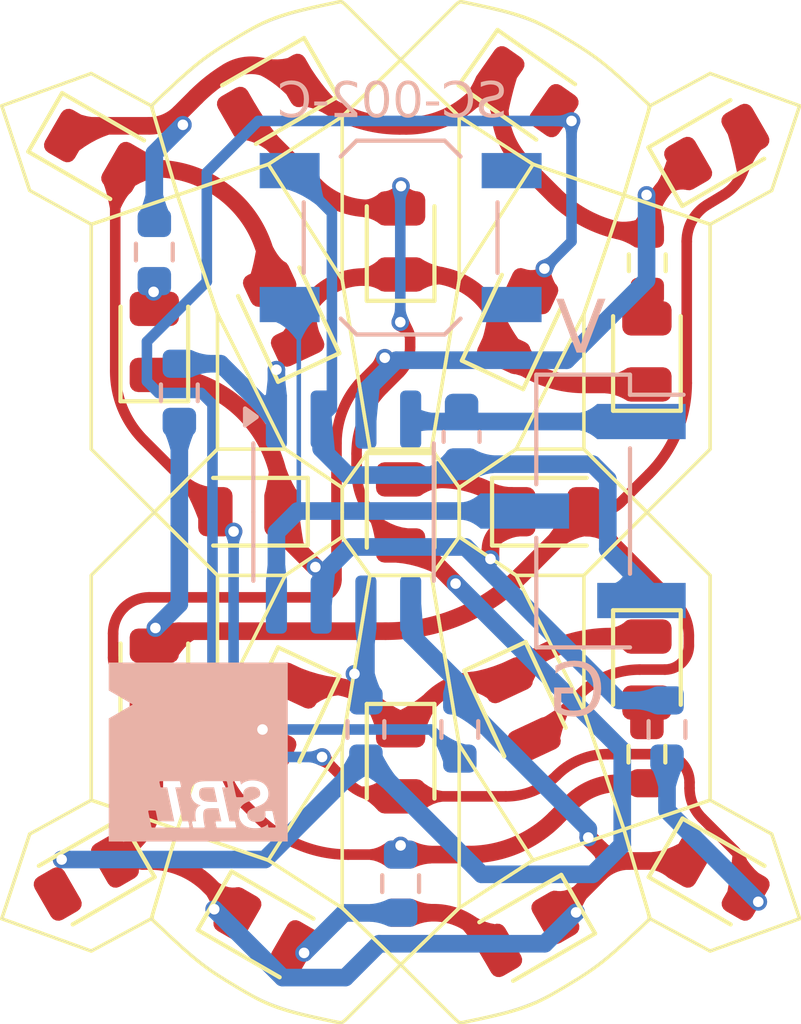
<source format=kicad_pcb>
(kicad_pcb (version 20240108) (generator "pcbnew") (generator_version "8.0")
  (layers (0 "F.Cu" signal) (31 "B.Cu" signal) (34 "B.Paste" user) (35 "F.Paste" user) (36 "B.SilkS" user "B.Silkscreen") (37 "F.SilkS" user "F.Silkscreen") (38 "B.Mask" user) (39 "F.Mask" user) (44 "Edge.Cuts" user))
  (net 0 "")
  (net 1 "GND")
  (net 2 "VCC")
  (net 3 "PC1")
  (net 4 "Net-(D1-A)")
  (net 5 "Net-(D15-A)")
  (net 6 "Net-(D11-A)")
  (net 7 "Net-(D4-A)")
  (net 8 "PC2")
  (net 9 "Net-(D8-A)")
  (net 10 "PC4")
  (net 11 "Net-(D12-A)")
  (net 12 "PA1")
  (net 13 "Net-(D16-A)")
  (net 14 "Net-(D4-2-A)")
  (net 15 "PA2")
  (net 16 "SWIO")
  (net 17 "Net-(D13-A)")
  (footprint "LED_SMD:LED_0805_2012Metric" (layer "F.Cu") (at 107.01 80.4 -90)
    (property "Reference" "D8" (hide yes))
    (property "Value" "LED_45deg" (hide yes))
  )
  (footprint "LED_SMD:LED_0805_2012Metric" (layer "F.Cu") (at 108.992165 65.57 30)
    (property "Reference" "D20" (hide yes))
    (property "Value" "LED_45deg" (hide yes))
  )
  (footprint "LED_SMD:LED_0805_2012Metric" (layer "F.Cu") (at 91.392165 65.71308 -30)
    (property "Reference" "D17" (hide yes))
    (property "Value" "LED_45deg" (hide yes))
  )
  (footprint "Resistor_SMD:R_0603_1608Metric" (layer "F.Cu") (at 107.02 68.855 -90)
    (property "Reference" "R8" (hide yes))
    (property "Value" "R_Small" (hide yes))
  )
  (footprint "LED_SMD:LED_0805_2012Metric" (layer "F.Cu") (at 96.2 87.8 -30)
    (property "Reference" "D4" (hide yes))
    (property "Value" "LED_45deg" (hide yes))
  )
  (footprint "LED_SMD:LED_0805_2012Metric" (layer "F.Cu") (at 103.6 64 -35)
    (property "Reference" "D19" (hide yes))
    (property "Value" "LED_45deg" (hide yes))
  )
  (footprint "Resistor_SMD:R_0603_1608Metric" (layer "F.Cu") (at 107.01 82.8 90)
    (property "Reference" "R6" (hide yes))
    (property "Value" "R_Small" (hide yes))
  )
  (footprint "LED_SMD:LED_0805_2012Metric" (layer "F.Cu") (at 109 86.3 -30)
    (property "Reference" "D2" (hide yes))
    (property "Value" "LED_45deg" (hide yes))
  )
  (footprint "Resistor_SMD:R_0603_1608Metric" (layer "F.Cu") (at 100.02 86.475 90)
    (property "Reference" "R9" (hide yes))
    (property "Value" "R_Small" (hide yes))
  )
  (footprint "LED_SMD:LED_0805_2012Metric" (layer "F.Cu") (at 100.02 83.06 -90)
    (property "Reference" "D6" (hide yes))
    (property "Value" "LED_45deg" (hide yes))
  )
  (footprint "LED_SMD:LED_0805_2012Metric" (layer "F.Cu") (at 100.02 75.94 -90)
    (property "Reference" "D10" (hide yes))
    (property "Value" "LED_45deg" (hide yes))
  )
  (footprint "LED_SMD:LED_0805_2012Metric" (layer "F.Cu") (at 104.3 75.92)
    (property "Reference" "D11" (hide yes))
    (property "Value" "LED_45deg" (hide yes))
  )
  (footprint "LED_SMD:LED_0805_2012Metric" (layer "F.Cu") (at 103.6 87.9 -150)
    (property "Reference" "D4-2" (hide yes))
    (property "Value" "LED_45deg" (hide yes))
  )
  (footprint "LED_SMD:LED_0805_2012Metric" (layer "F.Cu") (at 95.7 75.92 180)
    (property "Reference" "D9" (hide yes))
    (property "Value" "LED_45deg" (hide yes))
  )
  (footprint "LED_SMD:LED_0805_2012Metric" (layer "F.Cu") (at 93.03 71.1 90)
    (property "Reference" "D12" (hide yes))
    (property "Value" "LED_45deg" (hide yes))
  )
  (footprint "LED_SMD:LED_0805_2012Metric" (layer "F.Cu") (at 103.34 70.51 65)
    (property "Reference" "D15" (hide yes))
    (property "Value" "LED_45deg" (hide yes))
  )
  (footprint "LED_SMD:LED_0805_2012Metric" (layer "F.Cu") (at 100.02 68.25 90)
    (property "Reference" "D14" (hide yes))
    (property "Value" "LED_45deg" (hide yes))
  )
  (footprint "LED_SMD:LED_0805_2012Metric" (layer "F.Cu") (at 96.7 81.701879 -115)
    (property "Reference" "D5" (hide yes))
    (property "Value" "LED_45deg" (hide yes))
  )
  (footprint "LED_SMD:LED_0805_2012Metric" (layer "F.Cu") (at 96.3 64.15 -150)
    (property "Reference" "D18" (hide yes))
    (property "Value" "LED_45deg" (hide yes))
  )
  (footprint "LED_SMD:LED_0805_2012Metric" (layer "F.Cu") (at 93.03 80.66 90)
    (property "Reference" "D3" (hide yes))
    (property "Value" "LED_45deg" (hide yes))
  )
  (footprint "LED_SMD:LED_0805_2012Metric" (layer "F.Cu") (at 103.41 81.55 -65)
    (property "Reference" "D7" (hide yes))
    (property "Value" "LED_45deg" (hide yes))
  )
  (footprint "LED_SMD:LED_0805_2012Metric" (layer "F.Cu") (at 91.1 86.3 -150)
    (property "Reference" "D1" (hide yes))
    (property "Value" "LED_45deg" (hide yes))
  )
  (footprint "LED_SMD:LED_0805_2012Metric" (layer "F.Cu") (at 96.7 70.3 115)
    (property "Reference" "D13" (hide yes))
    (property "Value" "LED_45deg" (hide yes))
  )
  (footprint "LED_SMD:LED_0805_2012Metric" (layer "F.Cu") (at 107.01 71.37 90)
    (property "Reference" "D16" (hide yes))
    (property "Value" "LED_45deg" (hide yes))
  )
  (footprint "Button_Switch_SMD:SW_SPST_TL3342" (layer "B.Cu") (at 100.02 68.14 180)
    (property "Reference" "SW1" (hide yes))
    (property "Value" "Button")
  )
  (footprint "Resistor_SMD:R_0603_1608Metric" (layer "B.Cu") (at 100.02 86.475 -90)
    (property "Reference" "R5" (hide yes))
    (property "Value" "R_Small" (hide yes))
  )
  (footprint "Resistor_SMD:R_0603_1608Metric" (layer "B.Cu") (at 107.58 82.1 -90)
    (property "Reference" "R3" (hide yes))
    (property "Value" "R" (hide yes))
  )
  (footprint "Resistor_SMD:R_0603_1608Metric" (layer "B.Cu") (at 93.03 68.55 -90)
    (property "Reference" "R7" (hide yes))
    (property "Value" "R_Small" (hide yes))
  )
  (footprint "Connector_PinHeader_2.54mm:PinHeader_1x03_P2.54mm_Vertical_SMD_Pin1Left" (layer "B.Cu") (at 105.2 75.9 180)
    (property "Reference" "J1" (hide yes))
    (property "Value" "Conn_01x03" (hide yes))
  )
  (footprint "Resistor_SMD:R_0603_1608Metric" (layer "B.Cu") (at 93.74 72.545 -90)
    (property "Reference" "R4" (hide yes))
    (property "Value" "R" (hide yes))
  )
  (footprint "Package_SO:SOP-8_3.9x4.9mm_P1.27mm" (layer "B.Cu") (at 98.4 75.93 -90)
    (property "Reference" "U1" (hide yes))
    (property "Value" "CH32V003JxMx" (hide yes))
  )
  (footprint "Resistor_SMD:R_0603_1608Metric" (layer "B.Cu") (at 99.035 82.1 -90)
    (property "Reference" "R2" (hide yes))
    (property "Value" "R" (hide yes))
  )
  (footprint "Capacitor_SMD:C_0603_1608Metric" (layer "B.Cu") (at 101.75 73.795 -90)
    (property "Reference" "C1" (hide yes))
    (property "Value" "1uF" (hide yes))
  )
  (footprint "Resistor_SMD:R_0603_1608Metric" (layer "B.Cu") (at 101.7 82.1 -90)
    (property "Reference" "R1" (hide yes))
    (property "Value" "R" (hide yes))
  )
  (gr_poly (pts (xy 94.505505 83.743227) (xy 94.470853 83.745089) (xy 94.453443 83.746645) (xy 94.4363 83.7487) (xy 94.419666 83.751315) (xy 94.403781 83.754552) (xy 94.388889 83.758473) (xy 94.375231 83.763139) (xy 94.363049 83.768612) (xy 94.357587 83.771671) (xy 94.352584 83.774954) (xy 94.346046 83.780093) (xy 94.339926 83.785779) (xy 94.334229 83.792) (xy 94.328958 83.798746) (xy 94.324116 83.806005) (xy 94.319707 83.813765) (xy 94.315735 83.822017) (xy 94.312202 83.830748) (xy 94.309113 83.839947) (xy 94.306471 83.849603) (xy 94.304279 83.859705) (xy 94.302541 83.870241) (xy 94.30126 83.8812) (xy 94.30044 83.892572) (xy 94.300085 83.904344) (xy 94.300197 83.916506) (xy 94.299972 83.929134) (xy 94.300465 83.941681) (xy 94.301663 83.95412) (xy 94.303556 83.966423) (xy 94.306131 83.978563) (xy 94.309377 83.990513) (xy 94.313281 84.002245) (xy 94.317833 84.013731) (xy 94.323019 84.024945) (xy 94.32883 84.035859) (xy 94.335253 84.046446) (xy 94.342275 84.056678) (xy 94.349886 84.066528) (xy 94.358074 84.075969) (xy 94.366826 84.084973) (xy 94.376132 84.093512) (xy 94.387803 84.10257) (xy 94.400531 84.110639) (xy 94.414224 84.117782) (xy 94.428793 84.124063) (xy 94.444146 84.129548) (xy 94.460192 84.1343) (xy 94.476842 84.138385) (xy 94.494004 84.141865) (xy 94.511588 84.144806) (xy 94.529503 84.147271) (xy 94.565963 84.151034) (xy 94.602658 84.153669) (xy 94.638864 84.155689) (xy 94.812959 84.155689) (xy 94.725647 83.743204) (xy 94.590709 83.743204) (xy 94.538322 83.742621)) (stroke (width -0.000001)) (fill solid) (layer "B.SilkS"))
  (gr_poly (pts (xy 91.735855 80.993125) (xy 92.419803 81.39) (xy 91.735855 81.786875) (xy 91.735855 85.279375) (xy 96.815855 85.279375) (xy 96.815855 84.85665) (xy 96.471962 84.85665) (xy 96.471904 84.858119) (xy 96.471764 84.859581) (xy 96.471544 84.86103) (xy 96.471244 84.862463) (xy 96.470866 84.863878) (xy 96.470409 84.865271) (xy 96.469875 84.866638) (xy 96.469265 84.867977) (xy 96.468579 84.869283) (xy 96.467819 84.870554) (xy 96.466984 84.871785) (xy 96.466076 84.872975) (xy 96.465101 84.87411) (xy 96.464069 84.875182) (xy 96.462984 84.87619) (xy 96.461849 84.877132) (xy 96.460667 84.878006) (xy 96.45944 84.878812) (xy 96.458173 84.879548) (xy 96.456868 84.880212) (xy 96.455528 84.880803) (xy 96.454157 84.881319) (xy 96.452757 84.881759) (xy 96.451331 84.882121) (xy 96.449884 84.882404) (xy 96.448417 84.882607) (xy 96.446934 84.882728) (xy 96.445438 84.882765) (xy 96.290128 84.882765) (xy 96.288928 84.88276) (xy 96.287739 84.882701) (xy 96.286563 84.882591) (xy 96.2854 84.882429) (xy 96.284253 84.882217) (xy 96.283122 84.881955) (xy 96.282008 84.881646) (xy 96.280914 84.88129) (xy 96.27984 84.880888) (xy 96.278787 84.88044) (xy 96.277757 84.879949) (xy 96.276751 84.879415) (xy 96.27577 84.878839) (xy 96.274816 84.878222) (xy 96.27389 84.877566) (xy 96.272993 84.876871) (xy 96.272127 84.876138) (xy 96.271293 84.875368) (xy 96.270491 84.874563) (xy 96.269724 84.873723) (xy 96.268993 84.87285) (xy 96.268299 84.871945) (xy 96.267642 84.871008) (xy 96.267026 84.87004) (xy 96.26645 84.869044) (xy 96.265916 84.868019) (xy 96.265426 84.866967) (xy 96.26498 84.865888) (xy 96.26458 84.864785) (xy 96.264228 84.863657) (xy 96.263924 84.862506) (xy 96.26367 84.861333) (xy 96.249118 84.785927) (xy 96.239448 84.795223) (xy 96.229548 84.804018) (xy 96.209102 84.820164) (xy 96.187881 84.834472) (xy 96.165981 84.84705) (xy 96.143501 84.858004) (xy 96.120539 84.867443) (xy 96.097195 84.875473) (xy 96.073567 84.882202) (xy 96.049752 84.887738) (xy 96.02585 84.892187) (xy 96.001958 84.895657) (xy 95.978176 84.898255) (xy 95.954602 84.900089) (xy 95.931333 84.901266) (xy 95.886109 84.902079) (xy 95.860081 84.901618) (xy 95.83469 84.90024) (xy 95.809949 84.897958) (xy 95.785869 84.894784) (xy 95.762464 84.890727) (xy 95.739746 84.8858) (xy 95.717727 84.880014) (xy 95.69642 84.87338) (xy 95.675836 84.86591) (xy 95.655989 84.857615) (xy 95.65358 84.856466) (xy 95.350818 84.856466) (xy 95.350817 84.857928) (xy 95.350736 84.859383) (xy 95.350576 84.860829) (xy 95.350336 84.862262) (xy 95.350019 84.863678) (xy 95.349624 84.865075) (xy 95.349154 84.866449) (xy 95.348607 84.867797) (xy 95.347986 84.869116) (xy 95.347291 84.870402) (xy 95.346523 84.871653) (xy 95.345683 84.872864) (xy 95.344772 84.874033) (xy 95.343808 84.875155) (xy 95.34279 84.876216) (xy 95.341718 84.877214) (xy 95.340598 84.878148) (xy 95.339431 84.879016) (xy 95.338221 84.879817) (xy 95.336971 84.88055) (xy 95.335683 84.881213) (xy 95.334361 84.881804) (xy 95.333008 84.882323) (xy 95.331626 84.882767) (xy 95.330219 84.883135) (xy 95.32879 84.883427) (xy 95.327342 84.883639) (xy 95.325877 84.883772) (xy 95.324399 84.883823) (xy 94.820103 84.883823) (xy 94.818911 84.88382) (xy 94.817729 84.883765) (xy 94.81656 84.883658) (xy 94.815404 84.883501) (xy 94.814262 84.883294) (xy 94.813137 84.883038) (xy 94.812029 84.882734) (xy 94.810939 84.882385) (xy 94.809869 84.881989) (xy 94.808821 84.881549) (xy 94.807794 84.881065) (xy 94.806791 84.880539) (xy 94.805813 84.879972) (xy 94.804861 84.879364) (xy 94.803937 84.878716) (xy 94.803041 84.87803) (xy 94.802175 84.877307) (xy 94.801341 84.876547) (xy 94.800539 84.875752) (xy 94.79977 84.874922) (xy 94.799037 84.874059) (xy 94.79834 84.873164) (xy 94.79768 84.872238) (xy 94.797059 84.871281) (xy 94.796479 84.870294) (xy 94.79594 84.86928) (xy 94.795443 84.868238) (xy 94.794991 84.86717) (xy 94.794583 84.866077) (xy 94.794222 84.864959) (xy 94.793909 84.863819) (xy 94.793645 84.862656) (xy 94.767187 84.739096) (xy 94.766941 84.737634) (xy 94.766778 84.736168) (xy 94.766697 84.734703) (xy 94.766697 84.733241) (xy 94.766778 84.731786) (xy 94.766939 84.73034) (xy 94.767178 84.728907) (xy 94.767496 84.727491) (xy 94.76789 84.726094) (xy 94.768361 84.72472) (xy 94.768907 84.723372) (xy 94.769528 84.722053) (xy 94.770223 84.720766) (xy 94.770991 84.719516) (xy 94.771831 84.718304) (xy 94.772742 84.717135) (xy 94.773706 84.716013) (xy 94.774725 84.714952) (xy 94.775796 84.713954) (xy 94.776916 84.71302) (xy 94.778083 84.712152) (xy 94.779293 84.711351) (xy 94.780543 84.710618) (xy 94.781831 84.709955) (xy 94.783153 84.709364) (xy 94.784506 84.708846) (xy 94.785888 84.708402) (xy 94.787295 84.708033) (xy 94.788724 84.707742) (xy 94.790172 84.707529) (xy 94.791637 84.707397) (xy 94.793115 84.707346) (xy 94.934138 84.707346) (xy 94.852911 84.333489) (xy 94.754222 84.333489) (xy 94.734141 84.332943) (xy 94.713281 84.332691) (xy 94.691486 84.332731) (xy 94.668596 84.333059) (xy 94.6189 84.334568) (xy 94.562928 84.337194) (xy 94.544934 84.339456) (xy 94.528154 84.342372) (xy 94.512581 84.346087) (xy 94.498208 84.350745) (xy 94.491469 84.353473) (xy 94.485027 84.356491) (xy 94.478881 84.359818) (xy 94.473031 84.363471) (xy 94.467475 84.367468) (xy 94.462212 84.371829) (xy 94.457242 84.37657) (xy 94.452563 84.38171) (xy 94.448176 84.387267) (xy 94.444077 84.393259) (xy 94.440268 84.399704) (xy 94.436747 84.406621) (xy 94.433512 84.414027) (xy 94.430564 84.421941) (xy 94.427901 84.430381) (xy 94.425522 84.439364) (xy 94.423427 84.44891) (xy 94.421613 84.459035) (xy 94.418831 84.481099) (xy 94.417166 84.505701) (xy 94.416613 84.532986) (xy 94.418358 84.573272) (xy 94.421169 84.613476) (xy 94.425044 84.653578) (xy 94.429979 84.693556) (xy 94.435972 84.733389) (xy 94.44302 84.773056) (xy 94.45112 84.812536) (xy 94.46027 84.851808) (xy 94.460544 84.853279) (xy 94.460734 84.854755) (xy 94.46084 84.856232) (xy 94.460864 84.857707) (xy 94.460806 84.859177) (xy 94.460666 84.860638) (xy 94.460446 84.862087) (xy 94.460146 84.863521) (xy 94.459768 84.864936) (xy 94.459311 84.866329) (xy 94.458777 84.867696) (xy 94.458167 84.869035) (xy 94.457481 84.870341) (xy 94.456721 84.871611) (xy 94.455886 84.872843) (xy 94.454978 84.874033) (xy 94.454015 84.875155) (xy 94.452996 84.876216) (xy 94.451925 84.877214) (xy 94.450804 84.878148) (xy 94.449638 84.879016) (xy 94.448427 84.879817) (xy 94.447177 84.88055) (xy 94.445889 84.881212) (xy 94.444567 84.881804) (xy 94.443214 84.882322) (xy 94.441833 84.882766) (xy 94.440426 84.883135) (xy 94.438996 84.883426) (xy 94.437548 84.883639) (xy 94.436083 84.883771) (xy 94.434605 84.883822) (xy 94.153882 84.883822) (xy 94.152705 84.883825) (xy 94.151537 84.883777) (xy 94.150381 84.883678) (xy 94.149238 84.883529) (xy 94.148109 84.883332) (xy 94.146995 84.883087) (xy 94.145897 84.882795) (xy 94.144817 84.882458) (xy 94.143756 84.882077) (xy 94.142715 84.881651) (xy 94.141696 84.881183) (xy 94.140699 84.880673) (xy 94.139726 84.880122) (xy 94.138778 84.879531) (xy 94.137857 84.878902) (xy 94.136963 84.878234) (xy 94.136098 84.87753) (xy 94.135263 84.876789) (xy 94.134459 84.876014) (xy 94.133688 84.875204) (xy 94.132951 84.874362) (xy 94.132248 84.873487) (xy 94.131582 84.872581) (xy 94.130954 84.871645) (xy 94.130364 84.87068) (xy 94.129814 84.869686) (xy 94.129305 84.868665) (xy 94.128839 84.867618) (xy 94.128417 84.866545) (xy 94.128039 84.865448) (xy 94.127708 84.864328) (xy 94.127424 84.863185) (xy 94.126069 84.856846) (xy 94.023726 84.856846) (xy 94.023661 84.858298) (xy 94.023517 84.859741) (xy 94.023294 84.861172) (xy 94.022994 84.862588) (xy 94.022616 84.863985) (xy 94.022163 84.865361) (xy 94.021634 84.866711) (xy 94.02103 84.868033) (xy 94.020353 84.869324) (xy 94.019603 84.87058) (xy 94.01878 84.871798) (xy 94.017887 84.872975) (xy 94.016923 84.874097) (xy 94.015904 84.875158) (xy 94.014833 84.876156) (xy 94.013713 84.87709) (xy 94.012546 84.877958) (xy 94.011336 84.878759) (xy 94.010086 84.879492) (xy 94.008798 84.880155) (xy 94.007476 84.880746) (xy 94.006123 84.881264) (xy 94.004741 84.881709) (xy 94.003334 84.882077) (xy 94.001905 84.882368) (xy 94.000456 84.882581) (xy 93.998992 84.882714) (xy 93.997514 84.882765) (xy 92.972253 84.882765) (xy 92.971061 84.882763) (xy 92.969879 84.882707) (xy 92.96871 84.8826) (xy 92.967554 84.882443) (xy 92.966413 84.882236) (xy 92.965287 84.88198) (xy 92.964179 84.881677) (xy 92.96309 84.881327) (xy 92.96202 84.880931) (xy 92.960971 84.880491) (xy 92.959944 84.880008) (xy 92.958942 84.879482) (xy 92.957964 84.878914) (xy 92.957012 84.878306) (xy 92.956087 84.877658) (xy 92.955191 84.876972) (xy 92.954326 84.876249) (xy 92.953491 84.875489) (xy 92.952689 84.874694) (xy 92.95192 84.873864) (xy 92.951187 84.873001) (xy 92.95049 84.872106) (xy 92.94983 84.87118) (xy 92.94921 84.870223) (xy 92.948629 84.869236) (xy 92.94809 84.868222) (xy 92.947593 84.86718) (xy 92.947141 84.866112) (xy 92.946733 84.865019) (xy 92.946372 84.863901) (xy 92.946059 84.862761) (xy 92.945795 84.861598) (xy 92.857423 84.43112) (xy 92.857148 84.429632) (xy 92.856958 84.42814) (xy 92.856854 84.426647) (xy 92.856835 84.425156) (xy 92.856899 84.42367) (xy 92.857047 84.422194) (xy 92.857276 84.420731) (xy 92.857587 84.419283) (xy 92.857978 84.417856) (xy 92.858448 84.416451) (xy 92.858998 84.415073) (xy 92.859625 84.413725) (xy 92.860329 84.412411) (xy 92.86111 84.411133) (xy 92.861965 84.409896) (xy 92.862896 84.408702) (xy 92.863892 84.407564) (xy 92.864946 84.406491) (xy 92.866054 84.405483) (xy 92.867212 84.404544) (xy 92.868418 84.403674) (xy 92.869668 84.402875) (xy 92.870959 84.402148) (xy 92.872287 84.401495) (xy 92.87365 84.400918) (xy 92.875044 84.400417) (xy 92.876466 84.399994) (xy 92.877913 84.399651) (xy 92.879381 84.399389) (xy 92.880867 84.39921) (xy 92.882369 84.399115) (xy 92.883882 84.399106) (xy 93.046072 84.399106) (xy 93.047264 84.399109) (xy 93.048446 84.399164) (xy 93.049615 84.399271) (xy 93.050771 84.399428) (xy 93.051912 84.399635) (xy 93.053038 84.399891) (xy 93.054146 84.400194) (xy 93.055235 84.400544) (xy 93.056305 84.40094) (xy 93.057354 84.40138) (xy 93.05838 84.401863) (xy 93.059383 84.402389) (xy 93.060361 84.402957) (xy 93.061313 84.403565) (xy 93.062238 84.404212) (xy 93.063133 84.404898) (xy 93.063999 84.405622) (xy 93.064834 84.406381) (xy 93.065636 84.407177) (xy 93.066405 84.408006) (xy 93.067138 84.408869) (xy 93.067835 84.409764) (xy 93.068495 84.410691) (xy 93.069115 84.411648) (xy 93.069696 84.412634) (xy 93.070235 84.413649) (xy 93.070732 84.41469) (xy 93.071184 84.415758) (xy 93.071592 84.416852) (xy 93.071953 84.417969) (xy 93.072266 84.41911) (xy 93.07253 84.420273) (xy 93.131797 84.706287) (xy 93.597199 84.706287) (xy 93.395851 83.743204) (xy 93.228105 83.743204) (xy 93.226913 83.743202) (xy 93.225731 83.743147) (xy 93.224562 83.74304) (xy 93.223406 83.742882) (xy 93.222264 83.742675) (xy 93.221139 83.742419) (xy 93.220031 83.742116) (xy 93.218941 83.741766) (xy 93.217871 83.741371) (xy 93.216823 83.740931) (xy 93.215796 83.740447) (xy 93.214793 83.739921) (xy 93.213815 83.739353) (xy 93.212863 83.738745) (xy 93.211939 83.738098) (xy 93.211043 83.737412) (xy 93.210177 83.736689) (xy 93.209343 83.735929) (xy 93.208541 83.735134) (xy 93.207772 83.734304) (xy 93.207039 83.733441) (xy 93.206342 83.732546) (xy 93.205682 83.731619) (xy 93.205061 83.730662) (xy 93.204481 83.729676) (xy 93.203942 83.728661) (xy 93.203445 83.72762) (xy 93.202993 83.726552) (xy 93.202585 83.725458) (xy 93.202224 83.724341) (xy 93.201911 83.7232) (xy 93.201647 83.722037) (xy 93.175188 83.598477) (xy 93.174929 83.596997) (xy 93.174756 83.595513) (xy 93.174666 83.594029) (xy 93.17466 83.592548) (xy 93.174736 83.591074) (xy 93.174895 83.589609) (xy 93.175134 83.588157) (xy 93.175453 83.586722) (xy 93.175851 83.585306) (xy 93.176328 83.583915) (xy 93.176882 83.582549) (xy 93.177513 83.581214) (xy 93.17822 83.579912) (xy 93.179001 83.578648) (xy 93.179857 83.577423) (xy 93.180785 83.576242) (xy 93.181779 83.575115) (xy 93.18283 83.574053) (xy 93.183933 83.573056) (xy 93.185086 83.572127) (xy 93.186285 83.571265) (xy 93.187528 83.570474) (xy 93.188811 83.569754) (xy 93.190132 83.569107) (xy 93.191486 83.568535) (xy 93.192871 83.568038) (xy 93.194283 83.567618) (xy 93.19572 83.567277) (xy 93.197178 83.567015) (xy 93.198654 83.566836) (xy 93.200144 83.566739) (xy 93.201647 83.566727) (xy 93.73293 83.566727) (xy 93.734122 83.56673) (xy 93.735304 83.566785) (xy 93.736473 83.566892) (xy 93.73763 83.567049) (xy 93.738771 83.567257) (xy 93.739896 83.567512) (xy 93.741004 83.567816) (xy 93.742094 83.568166) (xy 93.743164 83.568561) (xy 93.744213 83.569001) (xy 93.745239 83.569485) (xy 93.746242 83.570011) (xy 93.74722 83.570578) (xy 93.748172 83.571186) (xy 93.749096 83.571834) (xy 93.749992 83.57252) (xy 93.750858 83.573243) (xy 93.751692 83.574003) (xy 93.752495 83.574798) (xy 93.753263 83.575628) (xy 93.753996 83.57649) (xy 93.754693 83.577386) (xy 93.755353 83.578312) (xy 93.755974 83.579269) (xy 93.756554 83.580255) (xy 93.757093 83.58127) (xy 93.75759 83.582312) (xy 93.758043 83.58338) (xy 93.75845 83.584473) (xy 93.758811 83.58559) (xy 93.759124 83.586731) (xy 93.759388 83.587894) (xy 93.785847 83.711454) (xy 93.786107 83.712933) (xy 93.786283 83.714415) (xy 93.786374 83.715897) (xy 93.786382 83.717377) (xy 93.786308 83.71885) (xy 93.786152 83.720314) (xy 93.785915 83.721765) (xy 93.785599 83.723199) (xy 93.785203 83.724614) (xy 93.784729 83.726005) (xy 93.784178 83.72737) (xy 93.78355 83.728705) (xy 93.782847 83.730007) (xy 93.782068 83.731272) (xy 93.781216 83.732498) (xy 93.780291 83.733679) (xy 93.779318 83.734783) (xy 93.778292 83.735825) (xy 93.777215 83.736805) (xy 93.776089 83.737721) (xy 93.774919 83.738571) (xy 93.773706 83.739354) (xy 93.772454 83.740069) (xy 93.771166 83.740714) (xy 93.769845 83.741289) (xy 93.768494 83.741791) (xy 93.767115 83.742219) (xy 93.765713 83.742572) (xy 93.764288 83.742848) (xy 93.762846 83.743047) (xy 93.761388 83.743166) (xy 93.759918 83.743204) (xy 93.624716 83.743204) (xy 93.826064 84.706288) (xy 93.971849 84.706288) (xy 93.973041 84.70629) (xy 93.974223 84.706345) (xy 93.975392 84.706452) (xy 93.976548 84.70661) (xy 93.97769 84.706817) (xy 93.978815 84.707073) (xy 93.979923 84.707376) (xy 93.981013 84.707726) (xy 93.982082 84.708121) (xy 93.983131 84.708561) (xy 93.984158 84.709045) (xy 93.985161 84.709571) (xy 93.986139 84.710139) (xy 93.98709 84.710747) (xy 93.988015 84.711394) (xy 93.988911 84.71208) (xy 93.989777 84.712804) (xy 93.990611 84.713563) (xy 93.991413 84.714358) (xy 93.992182 84.715188) (xy 93.992915 84.716051) (xy 93.993612 84.716946) (xy 93.994272 84.717873) (xy 93.994892 84.71883) (xy 93.995473 84.719816) (xy 93.996012 84.72083) (xy 93.996509 84.721872) (xy 93.996961 84.72294) (xy 93.997369 84.724033) (xy 93.99773 84.725151) (xy 93.998043 84.726291) (xy 93.998307 84.727454) (xy 94.023178 84.851015) (xy 94.023438 84.85247) (xy 94.023615 84.853929) (xy 94.023711 84.855388) (xy 94.023726 84.856846) (xy 94.126069 84.856846) (xy 94.100965 84.73936) (xy 94.100691 84.737889) (xy 94.100501 84.736413) (xy 94.100395 84.734936) (xy 94.100371 84.733461) (xy 94.100429 84.731991) (xy 94.100569 84.73053) (xy 94.100789 84.729081) (xy 94.101089 84.727647) (xy 94.101467 84.726232) (xy 94.101924 84.724839) (xy 94.102458 84.723472) (xy 94.103068 84.722134) (xy 94.103754 84.720827) (xy 94.104515 84.719557) (xy 94.105349 84.718325) (xy 94.106257 84.717135) (xy 94.107232 84.716) (xy 94.108264 84.714928) (xy 94.109349 84.713921) (xy 94.110484 84.712979) (xy 94.111666 84.712104) (xy 94.112892 84.711298) (xy 94.11416 84.710563) (xy 94.115465 84.709899) (xy 94.116805 84.709308) (xy 94.118176 84.708792) (xy 94.119576 84.708352) (xy 94.121002 84.70799) (xy 94.122449 84.707706) (xy 94.123916 84.707504) (xy 94.125399 84.707383) (xy 94.126895 84.707346) (xy 94.217116 84.707341) (xy 94.212125 84.684502) (xy 94.207763 84.661548) (xy 94.204032 84.638492) (xy 94.200933 84.615346) (xy 94.198468 84.592125) (xy 94.196639 84.568841) (xy 94.195446 84.545508) (xy 94.194893 84.522137) (xy 94.195401 84.496155) (xy 94.196951 84.471563) (xy 94.198129 84.459778) (xy 94.199581 84.448327) (xy 94.201312 84.437207) (xy 94.203326 84.426412) (xy 94.205629 84.415938) (xy 94.208225 84.405782) (xy 94.211119 84.395937) (xy 94.214315 84.386401) (xy 94.217818 84.377169) (xy 94.221632 84.368236) (xy 94.225763 84.359597) (xy 94.230214 84.35125) (xy 94.234992 84.343188) (xy 94.240099 84.335407) (xy 94.245541 84.327904) (xy 94.251323 84.320674) (xy 94.257449 84.313712) (xy 94.263924 84.307015) (xy 94.270752 84.300576) (xy 94.277939 84.294393) (xy 94.285488 84.288461) (xy 94.293404 84.282775) (xy 94.301693 84.277331) (xy 94.310358 84.272124) (xy 94.319405 84.267151) (xy 94.328838 84.262406) (xy 94.338661 84.257886) (xy 94.34888 84.253586) (xy 94.31579 84.243725) (xy 94.284604 84.232021) (xy 94.255354 84.218505) (xy 94.228073 84.203207) (xy 94.21518 84.1949) (xy 94.202791 84.186158) (xy 94.19091 84.176985) (xy 94.179541 84.167386) (xy 94.168688 84.157364) (xy 94.158355 84.146924) (xy 94.148546 84.136067) (xy 94.139264 84.1248) (xy 94.130514 84.113124) (xy 94.1223 84.101045) (xy 94.114625 84.088566) (xy 94.107494 84.07569) (xy 94.100911 84.062421) (xy 94.094879 84.048764) (xy 94.089403 84.034721) (xy 94.084487 84.020298) (xy 94.080134 84.005496) (xy 94.076348 83.990322) (xy 94.073134 83.974777) (xy 94.070496 83.958866) (xy 94.066961 83.92596) (xy 94.065776 83.891636) (xy 94.066291 83.870162) (xy 94.067836 83.849399) (xy 94.068995 83.839287) (xy 94.070412 83.829353) (xy 94.072086 83.8196) (xy 94.074019 83.810028) (xy 94.07621 83.800637) (xy 94.078659 83.791429) (xy 94.081367 83.782402) (xy 94.084333 83.773559) (xy 94.087557 83.7649) (xy 94.09104 83.756424) (xy 94.094782 83.748134) (xy 94.098783 83.740029) (xy 94.103042 83.73211) (xy 94.107561 83.724378) (xy 94.112338 83.716833) (xy 94.117375 83.709476) (xy 94.122671 83.702307) (xy 94.128226 83.695327) (xy 94.134041 83.688537) (xy 94.140116 83.681937) (xy 94.14645 83.675527) (xy 94.153044 83.669309) (xy 94.159897 83.663282) (xy 94.167011 83.657448) (xy 94.174385 83.651807) (xy 94.182019 83.64636) (xy 94.189913 83.641106) (xy 94.198068 83.636048) (xy 94.215234 83.624032) (xy 94.233539 83.613516) (xy 94.252899 83.6044) (xy 94.27323 83.596584) (xy 94.29445 83.589968) (xy 94.316474 83.584451) (xy 94.339221 83.579935) (xy 94.362605 83.576319) (xy 94.386545 83.573502) (xy 94.410956 83.571386) (xy 94.460861 83.568852) (xy 94.511652 83.567919) (xy 94.562663 83.567786) (xy 95.065372 83.567785) (xy 95.066557 83.567785) (xy 95.067731 83.567837) (xy 95.068894 83.56794) (xy 95.070043 83.568093) (xy 95.071179 83.568296) (xy 95.072298 83.568546) (xy 95.073401 83.568843) (xy 95.074486 83.569187) (xy 95.075551 83.569575) (xy 95.076596 83.570008) (xy 95.077619 83.570484) (xy 95.078619 83.571002) (xy 95.079594 83.571561) (xy 95.080544 83.572161) (xy 95.081467 83.572799) (xy 95.082362 83.573476) (xy 95.083227 83.57419) (xy 95.084062 83.57494) (xy 95.084865 83.575725) (xy 95.085635 83.576545) (xy 95.08637 83.577398) (xy 95.08707 83.578283) (xy 95.087733 83.579199) (xy 95.088357 83.580145) (xy 95.088943 83.581121) (xy 95.089487 83.582125) (xy 95.08999 83.583157) (xy 95.090449 83.584214) (xy 95.090864 83.585297) (xy 95.091234 83.586404) (xy 95.091556 83.587535) (xy 95.09183 83.588688) (xy 95.118288 83.712248) (xy 95.118563 83.713719) (xy 95.118753 83.715195) (xy 95.118859 83.716672) (xy 95.118883 83.718147) (xy 95.118824 83.719617) (xy 95.118685 83.721078) (xy 95.118465 83.722528) (xy 95.118165 83.723961) (xy 95.117786 83.725376) (xy 95.11733 83.726769) (xy 95.116796 83.728136) (xy 95.116186 83.729475) (xy 95.1155 83.730781) (xy 95.11474 83.732052) (xy 95.113905 83.733284) (xy 95.112997 83.734473) (xy 95.112034 83.735595) (xy 95.111015 83.736656) (xy 95.109944 83.737654) (xy 95.108823 83.738588) (xy 95.107657 83.739456) (xy 95.106447 83.740258) (xy 95.105196 83.74099) (xy 95.103908 83.741653) (xy 95.102586 83.742244) (xy 95.101233 83.742763) (xy 95.099851 83.743207) (xy 95.098445 83.743575) (xy 95.097015 83.743866) (xy 95.095567 83.744079) (xy 95.094102 83.744212) (xy 95.092624 83.744263) (xy 94.953453 83.744263) (xy 95.162209 84.707346) (xy 95.297411 84.707345) (xy 95.298604 84.707348) (xy 95.299785 84.707403) (xy 95.300955 84.70751) (xy 95.302111 84.707668) (xy 95.303252 84.707875) (xy 95.304377 84.70813) (xy 95.305486 84.708434) (xy 95.306575 84.708784) (xy 95.307645 84.709179) (xy 95.308694 84.709619) (xy 95.30972 84.710103) (xy 95.310723 84.710629) (xy 95.311701 84.711196) (xy 95.312653 84.711804) (xy 95.313577 84.712452) (xy 95.314473 84.713138) (xy 95.315339 84.713861) (xy 95.316174 84.714621) (xy 95.316976 84.715416) (xy 95.317744 84.716246) (xy 95.318478 84.717109) (xy 95.319175 84.718004) (xy 95.319834 84.718931) (xy 95.320455 84.719888) (xy 95.321036 84.720874) (xy 95.321575 84.721888) (xy 95.322071 84.72293) (xy 95.322524 84.723998) (xy 95.322931 84.725091) (xy 95.323292 84.726209) (xy 95.323605 84.72735) (xy 95.32387 84.728512) (xy 95.350328 84.852073) (xy 95.350574 84.853535) (xy 95.350737 84.855) (xy 95.350818 84.856466) (xy 95.65358 84.856466) (xy 95.636891 84.848506) (xy 95.618554 84.838595) (xy 95.60099 84.827892) (xy 95.584212 84.81641) (xy 95.568233 84.80416) (xy 95.553065 84.791152) (xy 95.53872 84.777399) (xy 95.52521 84.762912) (xy 95.512549 84.747701) (xy 95.500748 84.731779) (xy 95.48982 84.715157) (xy 95.479776 84.697845) (xy 95.470631 84.679856) (xy 95.462396 84.661201) (xy 95.455083 84.64189) (xy 95.448704 84.621936) (xy 95.443274 84.601349) (xy 95.438802 84.580142) (xy 95.435303 84.558325) (xy 95.432788 84.535909) (xy 95.43127 84.512907) (xy 95.430761 84.489329) (xy 95.431235 84.468949) (xy 95.432635 84.449368) (xy 95.43493 84.430564) (xy 95.438088 84.412515) (xy 95.442077 84.395201) (xy 95.446866 84.378599) (xy 95.452423 84.362688) (xy 95.458716 84.347446) (xy 95.465714 84.332853) (xy 95.473385 84.318886) (xy 95.481697 84.305524) (xy 95.490618 84.292746) (xy 95.500118 84.280529) (xy 95.510163 84.268853) (xy 95.520723 84.257696) (xy 95.531766 84.247037) (xy 95.555174 84.227124) (xy 95.580132 84.208943) (xy 95.606388 84.192321) (xy 95.633688 84.177087) (xy 95.661779 84.163069) (xy 95.690407 84.150094) (xy 95.719319 84.13799) (xy 95.748261 84.126585) (xy 95.773132 84.117324) (xy 95.840122 84.091468) (xy 95.869372 84.079677) (xy 95.895907 84.068434) (xy 95.919816 84.057586) (xy 95.941187 84.046975) (xy 95.950948 84.04171) (xy 95.960107 84.036447) (xy 95.968675 84.031165) (xy 95.976663 84.025845) (xy 95.984082 84.020467) (xy 95.990943 84.015013) (xy 95.997257 84.009463) (xy 96.003035 84.003796) (xy 96.008288 83.997995) (xy 96.013027 83.992039) (xy 96.017262 83.985908) (xy 96.021005 83.979584) (xy 96.024267 83.973047) (xy 96.027058 83.966277) (xy 96.02939 83.959255) (xy 96.031274 83.951961) (xy 96.032719 83.944376) (xy 96.033738 83.936481) (xy 96.034342 83.928255) (xy 96.03454 83.919681) (xy 96.034141 83.904221) (xy 96.032966 83.889577) (xy 96.031052 83.875727) (xy 96.028434 83.862651) (xy 96.025147 83.850326) (xy 96.021228 83.838732) (xy 96.016711 83.827847) (xy 96.011633 83.817651) (xy 96.006029 83.808121) (xy 95.999935 83.799236) (xy 95.993386 83.790975) (xy 95.986418 83.783317) (xy 95.979066 83.77624) (xy 95.971367 83.769723) (xy 95.963355 83.763745) (xy 95.955066 83.758285) (xy 95.946537 83.75332) (xy 95.937802 83.748831) (xy 95.928897 83.744794) (xy 95.919858 83.74119) (xy 95.901519 83.735193) (xy 95.883071 83.730669) (xy 95.864798 83.727447) (xy 95.846985 83.725357) (xy 95.829916 83.724227) (xy 95.813878 83.723889) (xy 95.799594 83.72411) (xy 95.785621 83.724771) (xy 95.771967 83.725863) (xy 95.758641 83.727382) (xy 95.74565 83.729321) (xy 95.733003 83.731675) (xy 95.720709 83.734435) (xy 95.708776 83.737598) (xy 95.697213 83.741155) (xy 95.686027 83.745102) (xy 95.675227 83.749432) (xy 95.664822 83.754138) (xy 95.65482 83.759215) (xy 95.645229 83.764657) (xy 95.636057 83.770456) (xy 95.627314 83.776607) (xy 95.619007 83.783104) (xy 95.611144 83.789941) (xy 95.603735 83.797111) (xy 95.596788 83.804608) (xy 95.59031 83.812426) (xy 95.584311 83.820558) (xy 95.578798 83.828999) (xy 95.573781 83.837743) (xy 95.569267 83.846782) (xy 95.565265 83.856112) (xy 95.561783 83.865725) (xy 95.558829 83.875615) (xy 95.556413 83.885777) (xy 95.554542 83.896204) (xy 95.553225 83.90689) (xy 95.55247 83.917829) (xy 95.552168 83.922271) (xy 95.551965 83.926714) (xy 95.551859 83.931158) (xy 95.551852 83.9356) (xy 95.551943 83.940039) (xy 95.552131 83.944474) (xy 95.552416 83.948902) (xy 95.552799 83.953322) (xy 95.55328 83.957733) (xy 95.553857 83.962133) (xy 95.554531 83.96652) (xy 95.555302 83.970893) (xy 95.556169 83.97525) (xy 95.557133 83.979589) (xy 95.558193 83.983909) (xy 95.559349 83.988208) (xy 95.559694 83.989726) (xy 95.559949 83.991253) (xy 95.560113 83.992784) (xy 95.560188 83.994315) (xy 95.560173 83.995843) (xy 95.560071 83.997365) (xy 95.559882 83.998875) (xy 95.559607 84.000371) (xy 95.559246 84.001849) (xy 95.5588 84.003305) (xy 95.558271 84.004735) (xy 95.557659 84.006135) (xy 95.556964 84.007502) (xy 95.556188 84.008832) (xy 95.555331 84.01012) (xy 95.554395 84.011364) (xy 95.553387 84.012551) (xy 95.552317 84.01367) (xy 95.551191 84.014719) (xy 95.55001 84.015697) (xy 95.548778 84.016602) (xy 95.547499 84.017432) (xy 95.546177 84.018186) (xy 95.544814 84.018863) (xy 95.543415 84.01946) (xy 95.541982 84.019976) (xy 95.54052 84.020409) (xy 95.539033 84.020759) (xy 95.537522 84.021022) (xy 95.535993 84.021198) (xy 95.534447 84.021285) (xy 95.53289 84.021281) (xy 95.380226 84.021281) (xy 95.378892 84.021409) (xy 95.377566 84.02147) (xy 95.376252 84.021464) (xy 95.37495 84.021395) (xy 95.373663 84.021262) (xy 95.372391 84.021067) (xy 95.371138 84.020812) (xy 95.369904 84.020498) (xy 95.368692 84.020126) (xy 95.367503 84.019697) (xy 95.366339 84.019214) (xy 95.365202 84.018677) (xy 95.364094 84.018088) (xy 95.363016 84.017448) (xy 95.36197 84.016759) (xy 95.360959 84.016021) (xy 95.359983 84.015237) (xy 95.359045 84.014407) (xy 95.358146 84.013534) (xy 95.357288 84.012617) (xy 95.356473 84.01166) (xy 95.355703 84.010662) (xy 95.35498 84.009626) (xy 95.354305 84.008553) (xy 95.35368 84.007443) (xy 95.353107 84.0063) (xy 95.352587 84.005123) (xy 95.352123 84.003915) (xy 95.351716 84.002676) (xy 95.351369 84.001409) (xy 95.351082 84.000113) (xy 95.350857 83.998792) (xy 95.261957 83.597154) (xy 95.261664 83.595658) (xy 95.261459 83.594157) (xy 95.26134 83.592654) (xy 95.261308 83.591153) (xy 95.26136 83.589657) (xy 95.261496 83.58817) (xy 95.261716 83.586694) (xy 95.262018 83.585235) (xy 95.262401 83.583795) (xy 95.262866 83.582378) (xy 95.26341 83.580987) (xy 95.264034 83.579626) (xy 95.264736 83.578299) (xy 95.265515 83.577008) (xy 95.266371 83.575758) (xy 95.267303 83.574552) (xy 95.268302 83.573402) (xy 95.26936 83.572317) (xy 95.270472 83.5713) (xy 95.271636 83.570351) (xy 95.272848 83.569473) (xy 95.274105 83.568666) (xy 95.275404 83.567932) (xy 95.276741 83.567273) (xy 95.278112 83.566691) (xy 95.279516 83.566186) (xy 95.280947 83.56576) (xy 95.282404 83.565415) (xy 95.283883 83.565153) (xy 95.28538 83.564974) (xy 95.286892 83.564881) (xy 95.288416 83.564875) (xy 95.444784 83.564875) (xy 95.445955 83.564869) (xy 95.447115 83.564914) (xy 95.448264 83.56501) (xy 95.449401 83.565154) (xy 95.450525 83.565346) (xy 95.451633 83.565585) (xy 95.452725 83.56587) (xy 95.453801 83.566201) (xy 95.454857 83.566576) (xy 95.455894 83.566994) (xy 95.45691 83.567455) (xy 95.457904 83.567957) (xy 95.458875 83.568499) (xy 95.45982 83.569081) (xy 95.46074 83.569702) (xy 95.461633 83.57036) (xy 95.462498 83.571055) (xy 95.463333 83.571786) (xy 95.464138 83.572552) (xy 95.46491 83.573351) (xy 95.46565 83.574184) (xy 95.466355 83.575048) (xy 95.467024 83.575944) (xy 95.467656 83.57687) (xy 95.468251 83.577825) (xy 95.468806 83.578808) (xy 95.46932 83.579818) (xy 95.469793 83.580855) (xy 95.470223 83.581918) (xy 95.470609 83.583004) (xy 95.470949 83.584115) (xy 95.471243 83.585248) (xy 95.490028 83.664623) (xy 95.504433 83.650859) (xy 95.51984 83.637857) (xy 95.536208 83.625634) (xy 95.553499 83.614207) (xy 95.571672 83.603594) (xy 95.590687 83.593813) (xy 95.610504 83.58488) (xy 95.631084 83.576814) (xy 95.652386 83.569631) (xy 95.674371 83.56335) (xy 95.696998 83.557987) (xy 95.720228 83.553559) (xy 95.744021 83.550086) (xy 95.768336 83.547583) (xy 95.793135 83.546069) (xy 95.818376 83.54556) (xy 95.857655 83.546739) (xy 95.897335 83.550357) (xy 95.937011 83.556532) (xy 95.976278 83.565383) (xy 95.995632 83.570849) (xy 96.014732 83.577029) (xy 96.033527 83.583938) (xy 96.051966 83.59159) (xy 96.07 83.6) (xy 96.087577 83.609183) (xy 96.104647 83.619155) (xy 96.121158 83.629929) (xy 96.137062 83.641521) (xy 96.152306 83.653946) (xy 96.166841 83.667218) (xy 96.180615 83.681353) (xy 96.193578 83.696365) (xy 96.205679 83.712269) (xy 96.216869 83.72908) (xy 96.227095 83.746813) (xy 96.236308 83.765483) (xy 96.244457 83.785104) (xy 96.251491 83.805692) (xy 96.257359 83.827261) (xy 96.262012 83.849827) (xy 96.265398 83.873404) (xy 96.267467 83.898006) (xy 96.268168 83.92365) (xy 96.267689 83.944077) (xy 96.266276 83.963701) (xy 96.263959 83.982543) (xy 96.260771 84.000626) (xy 96.256743 84.01797) (xy 96.251909 84.034598) (xy 96.2463 84.05053) (xy 96.239948 84.065789) (xy 96.232885 84.080396) (xy 96.225144 84.094372) (xy 96.216755 84.10774) (xy 96.207753 84.120521) (xy 96.198167 84.132737) (xy 96.188032 84.144408) (xy 96.177377 84.155558) (xy 96.166237 84.166206) (xy 96.142625 84.186088) (xy 96.117453 84.204227) (xy 96.090977 84.220795) (xy 96.063454 84.235965) (xy 96.035141 84.249911) (xy 96.006293 84.262805) (xy 95.977168 84.27482) (xy 95.948022 84.286129) (xy 95.941143 84.288775) (xy 95.888283 84.309356) (xy 95.862597 84.319722) (xy 95.837653 84.330244) (xy 95.813638 84.341) (xy 95.790738 84.352069) (xy 95.769137 84.363529) (xy 95.758882 84.36943) (xy 95.749022 84.375459) (xy 95.73958 84.381625) (xy 95.730578 84.387938) (xy 95.722041 84.394408) (xy 95.713991 84.401044) (xy 95.706452 84.407858) (xy 95.699447 84.414857) (xy 95.692998 84.422053) (xy 95.68713 84.429455) (xy 95.681866 84.437072) (xy 95.677228 84.444916) (xy 95.67324 84.452995) (xy 95.669925 84.461319) (xy 95.667306 84.469898) (xy 95.665407 84.478743) (xy 95.66425 84.487862) (xy 95.663859 84.497267) (xy 95.664325 84.515259) (xy 95.665692 84.532294) (xy 95.667922 84.548396) (xy 95.670971 84.563592) (xy 95.674799 84.577906) (xy 95.679364 84.591364) (xy 95.684625 84.603991) (xy 95.690541 84.615812) (xy 95.69707 84.626854) (xy 95.70417 84.63714) (xy 95.711801 84.646697) (xy 95.719921 84.65555) (xy 95.728489 84.663724) (xy 95.737462 84.671244) (xy 95.746801 84.678137) (xy 95.756463 84.684426) (xy 95.766408 84.690138) (xy 95.776593 84.695298) (xy 95.786978 84.699931) (xy 95.79752 84.704063) (xy 95.818914 84.710923) (xy 95.840444 84.716081) (xy 95.861778 84.71974) (xy 95.882586 84.722103) (xy 95.902537 84.723372) (xy 95.921299 84.72375) (xy 95.943009 84.723417) (xy 95.963512 84.722436) (xy 95.982843 84.720834) (xy 96.001036 84.718636) (xy 96.018124 84.715869) (xy 96.034141 84.71256) (xy 96.049121 84.708734) (xy 96.063099 84.704419) (xy 96.076108 84.69964) (xy 96.088181 84.694423) (xy 96.099354 84.688796) (xy 96.109659 84.682785) (xy 96.119132 84.676415) (xy 96.127804 84.669714) (xy 96.135712 84.662707) (xy 96.142887 84.655421) (xy 96.149365 84.647882) (xy 96.15518 84.640118) (xy 96.160364 84.632153) (xy 96.164953 84.624014) (xy 96.16898 84.615728) (xy 96.172479 84.607322) (xy 96.175483 84.59882) (xy 96.178027 84.590251) (xy 96.181871 84.573013) (xy 96.18428 84.555818) (xy 96.185527 84.538877) (xy 96.185882 84.522402) (xy 96.185744 84.51242) (xy 96.185381 84.502447) (xy 96.184792 84.492488) (xy 96.183977 84.482547) (xy 96.182938 84.472626) (xy 96.181674 84.46273) (xy 96.180186 84.452862) (xy 96.178474 84.443027) (xy 96.178242 84.441581) (xy 96.178092 84.440133) (xy 96.178022 84.438685) (xy 96.178031 84.437241) (xy 96.178118 84.435803) (xy 96.178283 84.434375) (xy 96.178525 84.43296) (xy 96.178843 84.431562) (xy 96.179236 84.430183) (xy 96.179704 84.428826) (xy 96.180246 84.427494) (xy 96.18086 84.426192) (xy 96.181546 84.424921) (xy 96.182304 84.423685) (xy 96.183132 84.422487) (xy 96.18403 84.421331) (xy 96.184993 84.420209) (xy 96.186012 84.419148) (xy 96.187083 84.41815) (xy 96.188204 84.417216) (xy 96.18937 84.416348) (xy 96.19058 84.415547) (xy 96.191831 84.414814) (xy 96.193119 84.414151) (xy 96.194441 84.41356) (xy 96.195794 84.413041) (xy 96.197175 84.412597) (xy 96.198582 84.412229) (xy 96.200012 84.411938) (xy 96.20146 84.411725) (xy 96.202925 84.411592) (xy 96.204403 84.411541) (xy 96.357068 84.411541) (xy 96.35826 84.411544) (xy 96.359442 84.411599) (xy 96.360611 84.411706) (xy 96.361767 84.411863) (xy 96.362908 84.412071) (xy 96.364034 84.412326) (xy 96.365142 84.41263) (xy 96.366231 84.41298) (xy 96.367301 84.413375) (xy 96.36835 84.413815) (xy 96.369376 84.414299) (xy 96.370379 84.414825) (xy 96.371357 84.415392) (xy 96.372309 84.416) (xy 96.373234 84.416648) (xy 96.374129 84.417334) (xy 96.374995 84.418057) (xy 96.37583 84.418817) (xy 96.376632 84.419612) (xy 96.3774 84.420442) (xy 96.378134 84.421305) (xy 96.378831 84.4222) (xy 96.37949 84.423127) (xy 96.380111 84.424083) (xy 96.380692 84.42507) (xy 96.381231 84.426084) (xy 96.381727 84.427126) (xy 96.38218 84.428194) (xy 96.382587 84.429287) (xy 96.382948 84.430405) (xy 96.383262 84.431545) (xy 96.383526 84.432708) (xy 96.471367 84.85075) (xy 96.471642 84.852221) (xy 96.471832 84.853697) (xy 96.471938 84.855174) (xy 96.471962 84.85665) (xy 96.815855 84.85665) (xy 96.815855 80.199375) (xy 91.735855 80.199375)) (stroke (width -0.000001)) (fill solid) (layer "B.SilkS"))
  (gr_line (start 101.558849 87.283433) (end 101.605014 87.238647) (stroke (width 0.1)) (layer "F.SilkS"))
  (gr_line (start 107.057144 87.508417) (end 107.038778 87.527636) (stroke (width 0.1)) (layer "F.SilkS"))
  (gr_line (start 101.782254 61.454804) (end 101.8196 61.462273) (stroke (width 0.1)) (layer "F.SilkS"))
  (gr_line (start 98.378197 61.468732) (end 98.412173 61.493891) (stroke (width 0.1)) (layer "F.SilkS"))
  (gr_line (start 93.215612 87.726598) (end 93.164899 87.678874) (stroke (width 0.1)) (layer "F.SilkS"))
  (gr_line (start 103.590941 65.938563) (end 103.503203 65.881897) (stroke (width 0.1)) (layer "F.SilkS"))
  (gr_line (start 96.260357 66.061733) (end 96.250104 66.065208) (stroke (width 0.1)) (layer "F.SilkS"))
  (gr_line (start 98.234997 61.460081) (end 98.270264 61.45305) (stroke (width 0.1)) (layer "F.SilkS"))
  (gr_line (start 99.993714 63.122568) (end 99.968551 63.146974) (stroke (width 0.1)) (layer "F.SilkS"))
  (gr_line (start 100.917675 62.199364) (end 101.053 62.064025) (stroke (width 0.1)) (layer "F.SilkS"))
  (gr_line (start 93.257934 86.397504) (end 93.319249 86.188305) (stroke (width 0.1)) (layer "F.SilkS"))
  (gr_line (start 99.644018 89.152339) (end 99.527022 89.269334) (stroke (width 0.1)) (layer "F.SilkS"))
  (gr_line (start 102.886635 90.170086) (end 102.7523 90.203235) (stroke (width 0.1)) (layer "F.SilkS"))
  (gr_line (start 103.8482 85.785925) (end 103.899295 85.768606) (stroke (width 0.1)) (layer "F.SilkS"))
  (gr_line (start 93.686431 66.934212) (end 92.943669 64.4) (stroke (width 0.1)) (layer "F.SilkS"))
  (gr_line (start 96.330045 61.959273) (end 96.462222 61.908339) (stroke (width 0.1)) (layer "F.SilkS"))
  (gr_line (start 93.423688 66.037766) (end 93.36387 65.833675) (stroke (width 0.1)) (layer "F.SilkS"))
  (gr_line (start 95.745269 85.633268) (end 95.890434 85.682465) (stroke (width 0.1)) (layer "F.SilkS"))
  (gr_line (start 104.927808 85.419995) (end 105.141152 85.347683) (stroke (width 0.1)) (layer "F.SilkS"))
  (gr_line (start 98.405665 64.662843) (end 98.383763 64.684087) (stroke (width 0.1)) (layer "F.SilkS"))
  (gr_line (start 93.048976 87.569441) (end 93.02154 87.543472) (stroke (width 0.1)) (layer "F.SilkS"))
  (gr_line (start 94.822624 70.29852) (end 93.686431 66.934212) (stroke (width 0.1)) (layer "F.SilkS"))
  (gr_line (start 108.804199 84.105257) (end 108.804199 77.726318) (stroke (width 0.1)) (layer "F.SilkS"))
  (gr_line (start 106.604118 66.091582) (end 106.549235 66.278835) (stroke (width 0.1)) (layer "F.SilkS"))
  (gr_line (start 103.61825 61.921917) (end 103.749054 61.973695) (stroke (width 0.1)) (layer "F.SilkS"))
  (gr_line (start 97.277354 86.463538) (end 97.450745 86.575543) (stroke (width 0.1)) (layer "F.SilkS"))
  (gr_line (start 106.348078 66.931137) (end 106.33226 66.925775) (stroke (width 0.1)) (layer "F.SilkS"))
  (gr_line (start 106.36613 84.96617) (end 106.375333 84.997569) (stroke (width 0.1)) (layer "F.SilkS"))
  (gr_line (start 106.357148 84.935525) (end 103.779528 85.809201) (stroke (width 0.1)) (layer "F.SilkS"))
  (gr_line (start 103.445081 90.008976) (end 103.305611 90.053682) (stroke (width 0.1)) (layer "F.SilkS"))
  (gr_line (start 94.54361 85.226024) (end 94.748504 85.295463) (stroke (width 0.1)) (layer "F.SilkS"))
  (gr_line (start 100.011399 88.784957) (end 99.997204 88.799152) (stroke (width 0.1)) (layer "F.SilkS"))
  (gr_line (start 95.379971 85.509468) (end 95.572832 85.574829) (stroke (width 0.1)) (layer "F.SilkS"))
  (gr_line (start 110.551896 85.066439) (end 108.804199 84.105257) (stroke (width 0.1)) (layer "F.SilkS"))
  (gr_line (start 106.260573 66.901472) (end 106.197738 66.88017) (stroke (width 0.1)) (layer "F.SilkS"))
  (gr_line (start 100.025161 63.09197) (end 100.032522 63.084609) (stroke (width 0.1)) (layer "F.SilkS"))
  (gr_line (start 106.513074 85.467524) (end 106.563677 85.640175) (stroke (width 0.1)) (layer "F.SilkS"))
  (gr_line (start 92.993863 87.304177) (end 93.018415 87.215852) (stroke (width 0.1)) (layer "F.SilkS"))
  (gr_line (start 101.693498 90.415577) (end 101.665396 90.400994) (stroke (width 0.1)) (layer "F.SilkS"))
  (gr_line (start 101.96169 90.378432) (end 101.902568 90.390585) (stroke (width 0.1)) (layer "F.SilkS"))
  (gr_line (start 103.062834 61.745617) (end 103.203332 61.785195) (stroke (width 0.1)) (layer "F.SilkS"))
  (gr_line (start 106.663152 65.890164) (end 106.604118 66.091582) (stroke (width 0.1)) (layer "F.SilkS"))
  (gr_line (start 106.951917 87.609908) (end 106.911794 87.647803) (stroke (width 0.1)) (layer "F.SilkS"))
  (gr_line (start 93.051421 87.102128) (end 93.093239 86.959421) (stroke (width 0.1)) (layer "F.SilkS"))
  (gr_line (start 96.371107 65.991432) (end 96.326705 66.020114) (stroke (width 0.1)) (layer "F.SilkS"))
  (gr_line (start 94.304589 66.724676) (end 94.142515 66.779614) (stroke (width 0.1)) (layer "F.SilkS"))
  (gr_line (start 105.532525 63.014332) (end 105.641915 63.095537) (stroke (width 0.1)) (layer "F.SilkS"))
  (gr_line (start 93.028499 64.319641) (end 93.05739 64.292289) (stroke (width 0.1)) (layer "F.SilkS"))
  (gr_line (start 104.452615 62.332123) (end 104.56153 62.3964) (stroke (width 0.1)) (layer "F.SilkS"))
  (gr_line (start 98.29178 90.420388) (end 98.261381 90.414877) (stroke (width 0.1)) (layer "F.SilkS"))
  (gr_line (start 97.385985 90.225643) (end 97.255436 90.194465) (stroke (width 0.1)) (layer "F.SilkS"))
  (gr_line (start 101.641446 61.485863) (end 101.673513 61.463792) (stroke (width 0.1)) (layer "F.SilkS"))
  (gr_line (start 101.29928 61.817719) (end 101.401263 61.715726) (stroke (width 0.1)) (layer "F.SilkS"))
  (gr_line (start 101.8196 61.462273) (end 101.864726 61.471354) (stroke (width 0.1)) (layer "F.SilkS"))
  (gr_line (start 99.997204 88.799152) (end 99.973933 88.822424) (stroke (width 0.1)) (layer "F.SilkS"))
  (gr_line (start 106.183404 63.546629) (end 106.284654 63.637684) (stroke (width 0.1)) (layer "F.SilkS"))
  (gr_line (start 101.903949 64.849001) (end 101.828885 64.80052) (stroke (width 0.1)) (layer "F.SilkS"))
  (gr_line (start 99.673371 62.746615) (end 99.769492 62.842726) (stroke (width 0.1)) (layer "F.SilkS"))
  (gr_line (start 97.105122 86.352282) (end 97.277354 86.463538) (stroke (width 0.1)) (layer "F.SilkS"))
  (gr_line (start 97.291603 61.666237) (end 97.42051 61.635788) (stroke (width 0.1)) (layer "F.SilkS"))
  (gr_line (start 99.263557 89.532799) (end 99.126063 89.670294) (stroke (width 0.1)) (layer "F.SilkS"))
  (gr_line (start 106.375333 84.997569) (end 106.389325 85.04531) (stroke (width 0.1)) (layer "F.SilkS"))
  (gr_line (start 108.804199 67.764308) (end 106.357148 66.934212) (stroke (width 0.1)) (layer "F.SilkS"))
  (gr_line (start 105.082909 66.502228) (end 104.870127 66.430092) (stroke (width 0.1)) (layer "F.SilkS"))
  (gr_line (start 105.55375 85.207834) (end 105.739073 85.145019) (stroke (width 0.1)) (layer "F.SilkS"))
  (gr_line (start 96.786804 86.146659) (end 96.939716 86.245436) (stroke (width 0.1)) (layer "F.SilkS"))
  (gr_line (start 100.645088 62.471979) (end 100.780209 62.336844) (stroke (width 0.1)) (layer "F.SilkS"))
  (gr_line (start 100.050204 88.746997) (end 100.075362 88.722591) (stroke (width 0.1)) (layer "F.SilkS"))
  (gr_line (start 99.008877 87.791787) (end 99.144786 87.923607) (stroke (width 0.1)) (layer "F.SilkS"))
  (gr_line (start 97.759051 61.559904) (end 97.853262 61.539461) (stroke (width 0.1)) (layer "F.SilkS"))
  (gr_line (start 106.802128 86.453739) (end 106.860714 86.653628) (stroke (width 0.1)) (layer "F.SilkS"))
  (gr_line (start 93.705945 66.927597) (end 93.692846 66.932038) (stroke (width 0.1)) (layer "F.SilkS"))
  (gr_line (start 96.896536 65.652022) (end 96.748013 65.747963) (stroke (width 0.1)) (layer "F.SilkS"))
  (gr_line (start 100.880208 89.632819) (end 100.742936 89.495519) (stroke (width 0.1)) (layer "F.SilkS"))
  (gr_line (start 99.827221 88.969136) (end 99.745206 89.051151) (stroke (width 0.1)) (layer "F.SilkS"))
  (gr_line (start 99.658847 88.422204) (end 99.757535 88.517922) (stroke (width 0.1)) (layer "F.SilkS"))
  (gr_line (start 108.804199 84.105257) (end 106.357148 84.935525) (stroke (width 0.1)) (layer "F.SilkS"))
  (gr_line (start 102.105444 90.348278) (end 102.029237 90.364367) (stroke (width 0.1)) (layer "F.SilkS"))
  (gr_line (start 103.837378 66.079976) (end 103.807439 66.069826) (stroke (width 0.1)) (layer "F.SilkS"))
  (gr_line (start 91.239724 67.764308) (end 93.686431 66.934212) (stroke (width 0.1)) (layer "F.SilkS"))
  (gr_line (start 106.679709 86.036062) (end 106.741123 86.245601) (stroke (width 0.1)) (layer "F.SilkS"))
  (gr_line (start 96.744987 77.726318) (end 98.361426 76.633878) (stroke (width 0.1)) (layer "F.SilkS"))
  (gr_line (start 94.292008 88.688543) (end 94.181961 88.599441) (stroke (width 0.1)) (layer "F.SilkS"))
  (gr_line (start 101.401263 61.715726) (end 101.484255 61.63287) (stroke (width 0.1)) (layer "F.SilkS"))
  (gr_line (start 105.2213 81.571045) (end 106.357148 84.935525) (stroke (width 0.1)) (layer "F.SilkS"))
  (gr_line (start 93.677449 66.903567) (end 93.668247 66.872168) (stroke (width 0.1)) (layer "F.SilkS"))
  (gr_line (start 100.021681 88.774122) (end 100.021962 88.774395) (stroke (width 0.1)) (layer "F.SilkS"))
  (gr_line (start 106.138019 85.009798) (end 106.216973 84.983037) (stroke (width 0.1)) (layer "F.SilkS"))
  (gr_line (start 106.992158 64.767609) (end 106.95034 64.910316) (stroke (width 0.1)) (layer "F.SilkS"))
  (gr_line (start 92.974144 64.48364) (end 92.96716 64.43833) (stroke (width 0.1)) (layer "F.SilkS"))
  (gr_line (start 103.779528 66.060364) (end 106.357148 66.934212) (stroke (width 0.1)) (layer "F.SilkS"))
  (gr_line (start 105.141152 85.347683) (end 105.352121 85.276176) (stroke (width 0.1)) (layer "F.SilkS"))
  (gr_line (start 98.878985 87.665802) (end 99.008877 87.791787) (stroke (width 0.1)) (layer "F.SilkS"))
  (gr_line (start 105.941514 88.533081) (end 105.831996 88.62403) (stroke (width 0.1)) (layer "F.SilkS"))
  (gr_line (start 100.075362 88.722591) (end 100.112246 88.686809) (stroke (width 0.1)) (layer "F.SilkS"))
  (gr_line (start 95.701679 89.601031) (end 95.591308 89.537441) (stroke (width 0.1)) (layer "F.SilkS"))
  (gr_line (start 106.304253 66.91628) (end 106.260573 66.901472) (stroke (width 0.1)) (layer "F.SilkS"))
  (gr_line (start 106.619891 85.831971) (end 106.679709 86.036062) (stroke (width 0.1)) (layer "F.SilkS"))
  (gr_line (start 100.197526 88.949996) (end 100.138108 88.890566) (stroke (width 0.1)) (layer "F.SilkS"))
  (gr_line (start 94.822624 81.571045) (end 94.822624 77.726318) (stroke (width 0.1)) (layer "F.SilkS"))
  (gr_line (start 105.690545 66.708225) (end 105.500084 66.643656) (stroke (width 0.1)) (layer "F.SilkS"))
  (gr_line (start 96.206538 85.789593) (end 96.236481 85.799741) (stroke (width 0.1)) (layer "F.SilkS"))
  (gr_line (start 99.898632 88.654775) (end 99.944806 88.69956) (stroke (width 0.1)) (layer "F.SilkS"))
  (gr_line (start 98.775095 61.848432) (end 98.896179 61.969504) (stroke (width 0.1)) (layer "F.SilkS"))
  (gr_line (start 100.286334 63.351642) (end 100.206929 63.27461) (stroke (width 0.1)) (layer "F.SilkS"))
  (gr_line (start 103.482694 61.873271) (end 103.61825 61.921917) (stroke (width 0.1)) (layer "F.SilkS"))
  (gr_line (start 106.84509 65.269415) (end 106.785645 65.472233) (stroke (width 0.1)) (layer "F.SilkS"))
  (gr_line (start 97.059096 65.547014) (end 96.896536 65.652022) (stroke (width 0.1)) (layer "F.SilkS"))
  (gr_line (start 102.53397 61.615299) (end 102.65791 61.643828) (stroke (width 0.1)) (layer "F.SilkS"))
  (gr_line (start 106.384977 66.839263) (end 106.37239 66.882208) (stroke (width 0.1)) (layer "F.SilkS"))
  (gr_line (start 107.077085 64.413425) (end 107.075234 64.449286) (stroke (width 0.1)) (layer "F.SilkS"))
  (gr_line (start 103.343837 61.827722) (end 103.482694 61.873271) (stroke (width 0.1)) (layer "F.SilkS"))
  (gr_line (start 105.861962 63.270124) (end 105.971159 63.361595) (stroke (width 0.1)) (layer "F.SilkS"))
  (gr_line (start 106.741123 86.245601) (end 106.802128 86.453739) (stroke (width 0.1)) (layer "F.SilkS"))
  (gr_line (start 101.773014 64.764435) (end 101.733503 64.738916) (stroke (width 0.1)) (layer "F.SilkS"))
  (gr_line (start 97.916029 90.343524) (end 97.828484 90.324703) (stroke (width 0.1)) (layer "F.SilkS"))
  (gr_line (start 96.264396 85.809201) (end 93.686431 84.935525) (stroke (width 0.1)) (layer "F.SilkS"))
  (gr_line (start 107.022104 64.326233) (end 107.044324 64.347487) (stroke (width 0.1)) (layer "F.SilkS"))
  (gr_line (start 94.748504 85.295463) (end 94.96084 85.367424) (stroke (width 0.1)) (layer "F.SilkS"))
  (gr_line (start 95.845135 62.189168) (end 95.960886 62.128499) (stroke (width 0.1)) (layer "F.SilkS"))
  (gr_line (start 103.529363 85.970772) (end 103.611129 85.917963) (stroke (width 0.1)) (layer "F.SilkS"))
  (gr_line (start 93.230554 64.12899) (end 93.289545 64.073587) (stroke (width 0.1)) (layer "F.SilkS"))
  (gr_line (start 98.383763 64.684087) (end 98.370632 64.696823) (stroke (width 0.1)) (layer "F.SilkS"))
  (gr_line (start 99.147941 74.143419) (end 100.021962 74.143419) (stroke (width 0.1)) (layer "F.SilkS"))
  (gr_line (start 103.883465 66.0956) (end 103.837378 66.079976) (stroke (width 0.1)) (layer "F.SilkS"))
  (gr_line (start 101.588497 90.338027) (end 101.53354 90.28549) (stroke (width 0.1)) (layer "F.SilkS"))
  (gr_line (start 101.684785 64.707451) (end 101.682371 64.705893) (stroke (width 0.1)) (layer "F.SilkS"))
  (gr_line (start 101.828885 64.80052) (end 101.773014 64.764435) (stroke (width 0.1)) (layer "F.SilkS"))
  (gr_line (start 101.678023 64.701745) (end 101.669587 64.693561) (stroke (width 0.1)) (layer "F.SilkS"))
  (gr_line (start 96.878976 61.774112) (end 97.019182 61.735325) (stroke (width 0.1)) (layer "F.SilkS"))
  (gr_line (start 101.605014 87.238647) (end 101.637923 87.206721) (stroke (width 0.1)) (layer "F.SilkS"))
  (gr_line (start 105.2213 77.726318) (end 107.01275 75.934868) (stroke (width 0.1)) (layer "F.SilkS"))
  (gr_line (start 93.685499 66.931033) (end 93.682866 66.922047) (stroke (width 0.1)) (layer "F.SilkS"))
  (gr_line (start 101.902568 90.390585) (end 101.851634 90.400933) (stroke (width 0.1)) (layer "F.SilkS"))
  (gr_line (start 96.296727 66.039479) (end 96.278341 66.051355) (stroke (width 0.1)) (layer "F.SilkS"))
  (gr_line (start 106.112264 66.851193) (end 106.000669 66.813361) (stroke (width 0.1)) (layer "F.SilkS"))
  (gr_line (start 101.851634 90.400933) (end 101.808653 90.409586) (stroke (width 0.1)) (layer "F.SilkS"))
  (gr_line (start 102.38839 90.28678) (end 102.284785 90.309594) (stroke (width 0.1)) (layer "F.SilkS"))
  (gr_line (start 96.094718 85.751697) (end 96.160445 85.773972) (stroke (width 0.1)) (layer "F.SilkS"))
  (gr_line (start 92.977323 87.371057) (end 92.993863 87.304177) (stroke (width 0.1)) (layer "F.SilkS"))
  (gr_line (start 94.489937 66.661849) (end 94.304589 66.724676) (stroke (width 0.1)) (layer "F.SilkS"))
  (gr_line (start 94.83653 89.077638) (end 94.728558 89.006522) (stroke (width 0.1)) (layer "F.SilkS"))
  (gr_line (start 100.230163 88.572415) (end 100.315677 88.489457) (stroke (width 0.1)) (layer "F.SilkS"))
  (gr_line (start 100.021535 88.774822) (end 100.018762 88.777595) (stroke (width 0.1)) (layer "F.SilkS"))
  (gr_line (start 100.895638 74.143419) (end 101.682153 69.337166) (stroke (width 0.1)) (layer "F.SilkS"))
  (gr_line (start 107.049717 64.56556) (end 107.025164 64.653885) (stroke (width 0.1)) (layer "F.SilkS"))
  (gr_line (start 101.91787 61.482157) (end 101.979266 61.494794) (stroke (width 0.1)) (layer "F.SilkS"))
  (gr_line (start 93.688391 84.936189) (end 93.695502 84.938599) (stroke (width 0.1)) (layer "F.SilkS"))
  (gr_line (start 93.164899 87.678874) (end 93.120396 87.636921) (stroke (width 0.1)) (layer "F.SilkS"))
  (gr_line (start 104.640145 89.426196) (end 104.531939 89.490742) (stroke (width 0.1)) (layer "F.SilkS"))
  (gr_line (start 99.62379 63.481363) (end 99.504403 63.597159) (stroke (width 0.1)) (layer "F.SilkS"))
  (gr_line (start 100.093883 88.846331) (end 100.062608 88.815049) (stroke (width 0.1)) (layer "F.SilkS"))
  (gr_line (start 97.625561 90.280135) (end 97.509911 90.254174) (stroke (width 0.1)) (layer "F.SilkS"))
  (gr_line (start 101.375252 90.127966) (end 101.26857 90.021262) (stroke (width 0.1)) (layer "F.SilkS"))
  (gr_line (start 93.686431 84.935525) (end 94.822624 81.571045) (stroke (width 0.1)) (layer "F.SilkS"))
  (gr_line (start 97.655468 61.582703) (end 97.759051 61.559904) (stroke (width 0.1)) (layer "F.SilkS"))
  (gr_line (start 93.931348 85.018528) (end 94.042957 85.056352) (stroke (width 0.1)) (layer "F.SilkS"))
  (gr_line (start 103.713879 89.910268) (end 103.581702 89.961193) (stroke (width 0.1)) (layer "F.SilkS"))
  (gr_line (start 103.611129 85.917963) (end 103.672799 85.878133) (stroke (width 0.1)) (layer "F.SilkS"))
  (gr_line (start 106.860714 86.653628) (end 106.914875 86.83842) (stroke (width 0.1)) (layer "F.SilkS"))
  (gr_line (start 105.641915 63.095537) (end 105.751916 63.181022) (stroke (width 0.1)) (layer "F.SilkS"))
  (gr_line (start 95.591308 89.537441) (end 95.482393 89.473164) (stroke (width 0.1)) (layer "F.SilkS"))
  (gr_line (start 106.50051 66.445077) (end 106.45987 66.583737) (stroke (width 0.1)) (layer "F.SilkS"))
  (gr_line (start 102.469369 86.655381) (end 102.640072 86.545131) (stroke (width 0.1)) (layer "F.SilkS"))
  (gr_line (start 101.653911 64.678354) (end 101.628753 64.653948) (stroke (width 0.1)) (layer "F.SilkS"))
  (gr_line (start 111.343924 64.4) (end 108.804199 63.482399) (stroke (width 0.1)) (layer "F.SilkS"))
  (gr_line (start 96.425674 89.947617) (end 96.29487 89.895848) (stroke (width 0.1)) (layer "F.SilkS"))
  (gr_line (start 103.203332 61.785195) (end 103.343837 61.827722) (stroke (width 0.1)) (layer "F.SilkS"))
  (gr_line (start 97.119918 90.160567) (end 96.981084 90.123872) (stroke (width 0.1)) (layer "F.SilkS"))
  (gr_line (start 97.019182 61.735325) (end 97.157276 61.699392) (stroke (width 0.1)) (layer "F.SilkS"))
  (gr_line (start 95.960886 62.128499) (end 96.079917 62.069716) (stroke (width 0.1)) (layer "F.SilkS"))
  (gr_line (start 108.804199 63.482399) (end 107.099911 64.4) (stroke (width 0.1)) (layer "F.SilkS"))
  (gr_line (start 101.682153 87.163813) (end 101.682693 87.163464) (stroke (width 0.1)) (layer "F.SilkS"))
  (gr_line (start 93.994394 63.428891) (end 94.102409 63.336485) (stroke (width 0.1)) (layer "F.SilkS"))
  (gr_line (start 99.968551 63.146974) (end 99.931659 63.182756) (stroke (width 0.1)) (layer "F.SilkS"))
  (gr_line (start 98.402148 90.383864) (end 98.370081 90.405933) (stroke (width 0.1)) (layer "F.SilkS"))
  (gr_line (start 102.049152 61.509374) (end 102.127762 61.526009) (stroke (width 0.1)) (layer "F.SilkS"))
  (gr_line (start 107.099911 64.4) (end 106.357148 66.934212) (stroke (width 0.1)) (layer "F.SilkS"))
  (gr_line (start 98.317977 90.422118) (end 98.29178 90.420388) (stroke (width 0.1)) (layer "F.SilkS"))
  (gr_line (start 96.598842 61.860544) (end 96.738312 61.815827) (stroke (width 0.1)) (layer "F.SilkS"))
  (gr_line (start 105.352121 85.276176) (end 105.55375 85.207834) (stroke (width 0.1)) (layer "F.SilkS"))
  (gr_line (start 100.022389 63.094743) (end 100.025161 63.09197) (stroke (width 0.1)) (layer "F.SilkS"))
  (gr_line (start 106.636247 63.962986) (end 106.707124 64.029365) (stroke (width 0.1)) (layer "F.SilkS"))
  (gr_line (start 104.343184 85.618152) (end 104.521858 85.557591) (stroke (width 0.1)) (layer "F.SilkS"))
  (gr_line (start 98.300771 64.744933) (end 98.257086 64.773152) (stroke (width 0.1)) (layer "F.SilkS"))
  (gr_line (start 100.895638 77.726318) (end 101.682153 76.633878) (stroke (width 0.1)) (layer "F.SilkS"))
  (gr_line (start 106.350734 84.937699) (end 106.356075 84.935889) (stroke (width 0.1)) (layer "F.SilkS"))
  (gr_line (start 98.192039 61.468711) (end 98.234997 61.460081) (stroke (width 0.1)) (layer "F.SilkS"))
  (gr_line (start 101.742818 87.124632) (end 101.78651 87.096413) (stroke (width 0.1)) (layer "F.SilkS"))
  (gr_line (start 92.968352 87.420448) (end 92.977323 87.371057) (stroke (width 0.1)) (layer "F.SilkS"))
  (gr_line (start 100.761545 63.812653) (end 100.627092 63.682217) (stroke (width 0.1)) (layer "F.SilkS"))
  (gr_line (start 106.754265 87.796035) (end 106.688499 87.857699) (stroke (width 0.1)) (layer "F.SilkS"))
  (gr_line (start 98.361426 87.163813) (end 100.021962 88.774395) (stroke (width 0.1)) (layer "F.SilkS"))
  (gr_line (start 94.944232 89.146423) (end 94.83653 89.077638) (stroke (width 0.1)) (layer "F.SilkS"))
  (gr_line (start 105.2213 77.726318) (end 105.2213 81.571045) (stroke (width 0.1)) (layer "F.SilkS"))
  (gr_line (start 101.284064 64.319559) (end 101.164702 64.203762) (stroke (width 0.1)) (layer "F.SilkS"))
  (gr_line (start 93.688355 63.702316) (end 93.786468 63.613061) (stroke (width 0.1)) (layer "F.SilkS"))
  (gr_line (start 102.938663 65.517282) (end 102.766403 65.406026) (stroke (width 0.1)) (layer "F.SilkS"))
  (gr_line (start 105.739073 85.145019) (end 105.901125 85.090092) (stroke (width 0.1)) (layer "F.SilkS"))
  (gr_line (start 105.612018 88.796589) (end 105.502795 88.876684) (stroke (width 0.1)) (layer "F.SilkS"))
  (gr_line (start 100.021962 77.726318) (end 99.147941 77.726318) (stroke (width 0.1)) (layer "F.SilkS"))
  (gr_line (start 88.7 64.4) (end 89.492028 66.803126) (stroke (width 0.1)) (layer "F.SilkS"))
  (gr_line (start 102.307297 86.760057) (end 102.469369 86.655381) (stroke (width 0.1)) (layer "F.SilkS"))
  (gr_line (start 106.257444 88.25651) (end 106.155137 88.348067) (stroke (width 0.1)) (layer "F.SilkS"))
  (gr_line (start 96.236481 85.799741) (end 96.253758 85.805596) (stroke (width 0.1)) (layer "F.SilkS"))
  (gr_line (start 93.02154 87.543472) (end 92.999301 87.522227) (stroke (width 0.1)) (layer "F.SilkS"))
  (gr_line (start 101.733503 64.738916) (end 101.707516 64.722133) (stroke (width 0.1)) (layer "F.SilkS"))
  (gr_line (start 93.142922 86.78991) (end 93.198489 86.600322) (stroke (width 0.1)) (layer "F.SilkS"))
  (gr_line (start 103.39181 65.809952) (end 103.257034 65.722906) (stroke (width 0.1)) (layer "F.SilkS"))
  (gr_line (start 100.29866 62.818443) (end 100.399827 62.717265) (stroke (width 0.1)) (layer "F.SilkS"))
  (gr_line (start 94.184011 85.104155) (end 94.353123 85.161468) (stroke (width 0.1)) (layer "F.SilkS"))
  (gr_line (start 102.029237 90.364367) (end 101.96169 90.378432) (stroke (width 0.1)) (layer "F.SilkS"))
  (gr_line (start 100.500082 63.559003) (end 100.385001 63.447361) (stroke (width 0.1)) (layer "F.SilkS"))
  (gr_line (start 98.502592 87.300732) (end 98.56967 87.365793) (stroke (width 0.1)) (layer "F.SilkS"))
  (gr_line (start 101.669587 64.693561) (end 101.653911 64.678354) (stroke (width 0.1)) (layer "F.SilkS"))
  (gr_line (start 101.682153 75.934868) (end 101.682153 76.633878) (stroke (width 0.1)) (layer "F.SilkS"))
  (gr_line (start 97.450745 86.575543) (end 97.619628 86.684636) (stroke (width 0.1)) (layer "F.SilkS"))
  (gr_line (start 93.682866 66.922047) (end 93.677449 66.903567) (stroke (width 0.1)) (layer "F.SilkS"))
  (gr_line (start 94.90259 66.521973) (end 94.691593 66.593494) (stroke (width 0.1)) (layer "F.SilkS"))
  (gr_line (start 89.492028 66.803126) (end 91.239724 67.764308) (stroke (width 0.1)) (layer "F.SilkS"))
  (gr_line (start 96.264247 85.80915) (end 96.264419 85.809216) (stroke (width 0.1)) (layer "F.SilkS"))
  (gr_line (start 105.070351 89.164846) (end 104.962845 89.231411) (stroke (width 0.1)) (layer "F.SilkS"))
  (gr_line (start 97.403665 65.324434) (end 97.230028 65.436597) (stroke (width 0.1)) (layer "F.SilkS"))
  (gr_line (start 106.357712 66.932286) (end 106.357169 66.934141) (stroke (width 0.1)) (layer "F.SilkS"))
  (gr_line (start 93.439461 85.778155) (end 93.494344 85.590902) (stroke (width 0.1)) (layer "F.SilkS"))
  (gr_line (start 95.700664 66.251451) (end 95.521966 66.312024) (stroke (width 0.1)) (layer "F.SilkS"))
  (gr_line (start 100.024563 63.097693) (end 100.022243 63.095442) (stroke (width 0.1)) (layer "F.SilkS"))
  (gr_line (start 106.357169 66.934141) (end 106.357075 66.934187) (stroke (width 0.1)) (layer "F.SilkS"))
  (gr_line (start 100.895638 77.726318) (end 100.021962 77.726318) (stroke (width 0.1)) (layer "F.SilkS"))
  (gr_line (start 101.681872 87.164085) (end 101.682153 87.163813) (stroke (width 0.1)) (layer "F.SilkS"))
  (gr_line (start 106.962604 87.001266) (end 107.002024 87.135889) (stroke (width 0.1)) (layer "F.SilkS"))
  (gr_line (start 98.66839 61.741739) (end 98.775095 61.848432) (stroke (width 0.1)) (layer "F.SilkS"))
  (gr_line (start 95.173651 85.439546) (end 95.379971 85.509468) (stroke (width 0.1)) (layer "F.SilkS"))
  (gr_line (start 106.923323 64.232746) (end 106.961849 64.269164) (stroke (width 0.1)) (layer "F.SilkS"))
  (gr_line (start 99.769492 62.842726) (end 99.846361 62.919587) (stroke (width 0.1)) (layer "F.SilkS"))
  (gr_line (start 100.001881 63.075092) (end 100.013991 63.087199) (stroke (width 0.1)) (layer "F.SilkS"))
  (gr_line (start 97.619628 86.684636) (end 97.778336 86.787156) (stroke (width 0.1)) (layer "F.SilkS"))
  (gr_line (start 104.422682 89.554867) (end 104.311818 89.618207) (stroke (width 0.1)) (layer "F.SilkS"))
  (gr_line (start 98.625853 64.44928) (end 98.546432 64.526312) (stroke (width 0.1)) (layer "F.SilkS"))
  (gr_line (start 107.01275 75.934868) (end 108.804199 74.143419) (stroke (width 0.1)) (layer "F.SilkS"))
  (gr_line (start 101.682153 75.235859) (end 100.895638 74.143419) (stroke (width 0.1)) (layer "F.SilkS"))
  (gr_line (start 103.298937 77.726318) (end 105.2213 77.726318) (stroke (width 0.1)) (layer "F.SilkS"))
  (gr_line (start 100.026093 88.770387) (end 100.034529 88.762204) (stroke (width 0.1)) (layer "F.SilkS"))
  (gr_line (start 100.012756 88.765466) (end 100.01936 88.771871) (stroke (width 0.1)) (layer "F.SilkS"))
  (gr_line (start 103.581702 89.961193) (end 103.445081 90.008976) (stroke (width 0.1)) (layer "F.SilkS"))
  (gr_line (start 98.455104 61.531699) (end 98.510071 61.584231) (stroke (width 0.1)) (layer "F.SilkS"))
  (gr_line (start 102.127762 61.526009) (end 102.215333 61.544809) (stroke (width 0.1)) (layer "F.SilkS"))
  (gr_line (start 96.700086 90.04179) (end 96.56123 89.996253) (stroke (width 0.1)) (layer "F.SilkS"))
  (gr_line (start 99.282225 88.056912) (end 99.416706 88.187347) (stroke (width 0.1)) (layer "F.SilkS"))
  (gr_line (start 104.038013 66.147994) (end 103.949183 66.117879) (stroke (width 0.1)) (layer "F.SilkS"))
  (gr_line (start 93.634468 66.756919) (end 93.607885 66.666221) (stroke (width 0.1)) (layer "F.SilkS"))
  (gr_line (start 98.350099 61.454144) (end 98.378197 61.468732) (stroke (width 0.1)) (layer "F.SilkS"))
  (gr_line (start 104.669547 62.460997) (end 104.777186 62.525614) (stroke (width 0.1)) (layer "F.SilkS"))
  (gr_line (start 93.081842 87.600517) (end 93.048976 87.569441) (stroke (width 0.1)) (layer "F.SilkS"))
  (gr_line (start 95.732106 62.251356) (end 95.845135 62.189168) (stroke (width 0.1)) (layer "F.SilkS"))
  (gr_line (start 101.928125 87.004949) (end 102.031716 86.938044) (stroke (width 0.1)) (layer "F.SilkS"))
  (gr_line (start 99.757535 88.517922) (end 99.836956 88.594954) (stroke (width 0.1)) (layer "F.SilkS"))
  (gr_line (start 95.621242 62.314697) (end 95.732106 62.251356) (stroke (width 0.1)) (layer "F.SilkS"))
  (gr_line (start 101.164702 64.203762) (end 101.034836 64.077778) (stroke (width 0.1)) (layer "F.SilkS"))
  (gr_line (start 106.615668 87.92586) (end 106.535553 88.000688) (stroke (width 0.1)) (layer "F.SilkS"))
  (gr_line (start 98.99071 89.805647) (end 98.861986 89.93437) (stroke (width 0.1)) (layer "F.SilkS"))
  (gr_line (start 96.540675 85.987668) (end 96.652051 86.059613) (stroke (width 0.1)) (layer "F.SilkS"))
  (gr_line (start 100.385001 63.447361) (end 100.286334 63.351642) (stroke (width 0.1)) (layer "F.SilkS"))
  (gr_line (start 98.510071 61.584231) (end 98.580153 61.653564) (stroke (width 0.1)) (layer "F.SilkS"))
  (gr_line (start 106.563677 85.640175) (end 106.619891 85.831971) (stroke (width 0.1)) (layer "F.SilkS"))
  (gr_line (start 103.503203 65.881897) (end 103.39181 65.809952) (stroke (width 0.1)) (layer "F.SilkS"))
  (gr_line (start 97.884134 65.014066) (end 97.736385 65.109508) (stroke (width 0.1)) (layer "F.SilkS"))
  (gr_line (start 101.549897 61.568325) (end 101.601267 61.520015) (stroke (width 0.1)) (layer "F.SilkS"))
  (gr_line (start 101.682153 64.705752) (end 100.021962 63.09517) (stroke (width 0.1)) (layer "F.SilkS"))
  (gr_line (start 104.470999 66.294782) (end 104.298585 66.236331) (stroke (width 0.1)) (layer "F.SilkS"))
  (gr_line (start 98.125836 90.387454) (end 98.064468 90.374791) (stroke (width 0.1)) (layer "F.SilkS"))
  (gr_line (start 96.168863 89.841192) (end 96.047097 89.784015) (stroke (width 0.1)) (layer "F.SilkS"))
  (gr_line (start 107.025164 64.653885) (end 106.992158 64.767609) (stroke (width 0.1)) (layer "F.SilkS"))
  (gr_line (start 94.142515 66.779614) (end 94.009729 66.824624) (stroke (width 0.1)) (layer "F.SilkS"))
  (gr_line (start 106.360714 84.94769) (end 106.36613 84.96617) (stroke (width 0.1)) (layer "F.SilkS"))
  (gr_line (start 98.358795 87.162113) (end 98.361208 87.163672) (stroke (width 0.1)) (layer "F.SilkS"))
  (gr_line (start 94.32205 63.157297) (end 94.431905 63.072976) (stroke (width 0.1)) (layer "F.SilkS"))
  (gr_line (start 100.046714 63.070415) (end 100.069981 63.047145) (stroke (width 0.1)) (layer "F.SilkS"))
  (gr_line (start 107.01275 75.934868) (end 105.2213 74.143419) (stroke (width 0.1)) (layer "F.SilkS"))
  (gr_line (start 100.206929 63.27461) (end 100.145266 63.21479) (stroke (width 0.1)) (layer "F.SilkS"))
  (gr_line (start 102.122448 64.990121) (end 102.001041 64.911709) (stroke (width 0.1)) (layer "F.SilkS"))
  (gr_line (start 103.298937 74.143419) (end 101.682153 75.235859) (stroke (width 0.1)) (layer "F.SilkS"))
  (gr_line (start 94.691593 66.593494) (end 94.489937 66.661849) (stroke (width 0.1)) (layer "F.SilkS"))
  (gr_line (start 101.463471 90.21615) (end 101.375252 90.127966) (stroke (width 0.1)) (layer "F.SilkS"))
  (gr_line (start 105.2213 70.29852) (end 103.298937 74.143419) (stroke (width 0.1)) (layer "F.SilkS"))
  (gr_line (start 94.402009 88.774028) (end 94.292008 88.688543) (stroke (width 0.1)) (layer "F.SilkS"))
  (gr_line (start 93.759255 88.231888) (end 93.662444 88.143483) (stroke (width 0.1)) (layer "F.SilkS"))
  (gr_line (start 102.418303 61.589345) (end 102.53397 61.615299) (stroke (width 0.1)) (layer "F.SilkS"))
  (gr_line (start 101.26857 90.021262) (end 101.147511 89.900178) (stroke (width 0.1)) (layer "F.SilkS"))
  (gr_line (start 93.131932 64.221861) (end 93.178103 64.178341) (stroke (width 0.1)) (layer "F.SilkS"))
  (gr_line (start 106.155137 88.348067) (end 106.049527 88.440675) (stroke (width 0.1)) (layer "F.SilkS"))
  (gr_line (start 101.682149 64.705748) (end 101.681462 64.705082) (stroke (width 0.1)) (layer "F.SilkS"))
  (gr_line (start 99.931659 63.182756) (end 99.880796 63.232089) (stroke (width 0.1)) (layer "F.SilkS"))
  (gr_line (start 99.027156 62.100467) (end 99.163538 62.236835) (stroke (width 0.1)) (layer "F.SilkS"))
  (gr_line (start 103.298937 77.726318) (end 105.2213 81.571045) (stroke (width 0.1)) (layer "F.SilkS"))
  (gr_line (start 103.778914 85.809597) (end 103.779527 85.809201) (stroke (width 0.1)) (layer "F.SilkS"))
  (gr_line (start 106.357148 66.934212) (end 105.2213 70.29852) (stroke (width 0.1)) (layer "F.SilkS"))
  (gr_line (start 101.847335 87.057129) (end 101.928125 87.004949) (stroke (width 0.1)) (layer "F.SilkS"))
  (gr_line (start 101.672949 87.172742) (end 101.679552 87.166336) (stroke (width 0.1)) (layer "F.SilkS"))
  (gr_line (start 106.409111 85.112818) (end 106.435695 85.203516) (stroke (width 0.1)) (layer "F.SilkS"))
  (gr_line (start 107.03268 87.242293) (end 107.055004 87.324377) (stroke (width 0.1)) (layer "F.SilkS"))
  (gr_line (start 91.239724 67.764308) (end 91.239724 74.143419) (stroke (width 0.1)) (layer "F.SilkS"))
  (gr_line (start 100.018762 88.777595) (end 100.011399 88.784957) (stroke (width 0.1)) (layer "F.SilkS"))
  (gr_line (start 93.686354 66.933949) (end 93.685499 66.931033) (stroke (width 0.1)) (layer "F.SilkS"))
  (gr_line (start 98.115494 64.864615) (end 98.011921 64.931521) (stroke (width 0.1)) (layer "F.SilkS"))
  (gr_line (start 100.895638 74.143419) (end 100.021962 74.143419) (stroke (width 0.1)) (layer "F.SilkS"))
  (gr_line (start 107.055004 87.324377) (end 107.069439 87.386095) (stroke (width 0.1)) (layer "F.SilkS"))
  (gr_line (start 106.865652 87.691308) (end 106.813229 87.740645) (stroke (width 0.1)) (layer "F.SilkS"))
  (gr_line (start 105.751916 63.181022) (end 105.861962 63.270124) (stroke (width 0.1)) (layer "F.SilkS"))
  (gr_line (start 105.2213 81.571045) (end 106.357148 84.935525) (stroke (width 0.1)) (layer "F.SilkS"))
  (gr_line (start 94.620215 88.932558) (end 94.511399 88.855232) (stroke (width 0.1)) (layer "F.SilkS"))
  (gr_line (start 103.782071 66.061226) (end 103.779677 66.060414) (stroke (width 0.1)) (layer "F.SilkS"))
  (gr_line (start 99.144786 87.923607) (end 99.282225 88.056912) (stroke (width 0.1)) (layer "F.SilkS"))
  (gr_line (start 96.939716 86.245436) (end 97.105122 86.352282) (stroke (width 0.1)) (layer "F.SilkS"))
  (gr_line (start 103.761553 66.048754) (end 103.740283 66.035017) (stroke (width 0.1)) (layer "F.SilkS"))
  (gr_line (start 101.473952 64.503772) (end 101.388439 64.420814) (stroke (width 0.1)) (layer "F.SilkS"))
  (gr_line (start 102.592984 65.294022) (end 102.424073 65.184929) (stroke (width 0.1)) (layer "F.SilkS"))
  (gr_line (start 103.814202 85.797449) (end 103.8482 85.785925) (stroke (width 0.1)) (layer "F.SilkS"))
  (gr_line (start 93.88878 63.521501) (end 93.994394 63.428891) (stroke (width 0.1)) (layer "F.SilkS"))
  (gr_line (start 108.804199 88.387166) (end 111.343924 87.469737) (stroke (width 0.1)) (layer "F.SilkS"))
  (gr_line (start 100.021962 63.09517) (end 100.022389 63.094743) (stroke (width 0.1)) (layer "F.SilkS"))
  (gr_line (start 93.010899 64.627443) (end 92.988576 64.545359) (stroke (width 0.1)) (layer "F.SilkS"))
  (gr_line (start 93.05739 64.292289) (end 93.091782 64.25977) (stroke (width 0.1)) (layer "F.SilkS"))
  (gr_line (start 99.374511 63.723144) (end 99.238601 63.854964) (stroke (width 0.1)) (layer "F.SilkS"))
  (gr_line (start 100.37048 89.122986) (end 100.274379 89.026865) (stroke (width 0.1)) (layer "F.SilkS"))
  (gr_line (start 98.414837 87.215617) (end 98.451728 87.251399) (stroke (width 0.1)) (layer "F.SilkS"))
  (gr_line (start 98.361426 75.235859) (end 98.361426 75.934868) (stroke (width 0.1)) (layer "F.SilkS"))
  (gr_line (start 100.669279 88.146421) (end 100.80516 88.0146) (stroke (width 0.1)) (layer "F.SilkS"))
  (gr_line (start 103.899295 85.768606) (end 103.97097 85.744312) (stroke (width 0.1)) (layer "F.SilkS"))
  (gr_line (start 95.081079 62.638154) (end 95.188546 62.572748) (stroke (width 0.1)) (layer "F.SilkS"))
  (gr_line (start 94.009729 66.824624) (end 93.90559 66.859924) (stroke (width 0.1)) (layer "F.SilkS"))
  (gr_line (start 93.302456 65.624136) (end 93.241452 65.415998) (stroke (width 0.1)) (layer "F.SilkS"))
  (gr_line (start 96.160445 85.773972) (end 96.206538 85.789593) (stroke (width 0.1)) (layer "F.SilkS"))
  (gr_line (start 107.076427 87.431403) (end 107.076411 87.464256) (stroke (width 0.1)) (layer "F.SilkS"))
  (gr_line (start 95.296076 62.507986) (end 95.403779 62.443369) (stroke (width 0.1)) (layer "F.SilkS"))
  (gr_line (start 106.078606 63.454181) (end 106.183404 63.546629) (stroke (width 0.1)) (layer "F.SilkS"))
  (gr_line (start 94.865926 62.772958) (end 94.973572 62.704718) (stroke (width 0.1)) (layer "F.SilkS"))
  (gr_line (start 96.619196 65.831174) (end 96.514519 65.898792) (stroke (width 0.1)) (layer "F.SilkS"))
  (gr_line (start 104.777186 62.525614) (end 104.884689 62.590501) (stroke (width 0.1)) (layer "F.SilkS"))
  (gr_line (start 93.769351 66.906105) (end 93.730286 66.919347) (stroke (width 0.1)) (layer "F.SilkS"))
  (gr_line (start 106.558121 63.88996) (end 106.636247 63.962986) (stroke (width 0.1)) (layer "F.SilkS"))
  (gr_line (start 98.357384 64.708363) (end 98.348087 64.714368) (stroke (width 0.1)) (layer "F.SilkS"))
  (gr_line (start 101.718807 90.421661) (end 101.693498 90.415577) (stroke (width 0.1)) (layer "F.SilkS"))
  (gr_line (start 100.042038 88.794475) (end 100.029931 88.782366) (stroke (width 0.1)) (layer "F.SilkS"))
  (gr_line (start 98.559365 90.236846) (end 98.49371 90.301397) (stroke (width 0.1)) (layer "F.SilkS"))
  (gr_line (start 93.640496 85.092251) (end 93.658602 85.030474) (stroke (width 0.1)) (layer "F.SilkS"))
  (gr_line (start 98.082036 61.491159) (end 98.141131 61.479034) (stroke (width 0.1)) (layer "F.SilkS"))
  (gr_line (start 99.398706 89.39765) (end 99.263557 89.532799) (stroke (width 0.1)) (layer "F.SilkS"))
  (gr_line (start 101.682371 64.705893) (end 101.682149 64.705748) (stroke (width 0.1)) (layer "F.SilkS"))
  (gr_line (start 100.609234 89.361789) (end 100.483586 89.236115) (stroke (width 0.1)) (layer "F.SilkS"))
  (gr_line (start 101.053 62.064025) (end 101.181697 61.935315) (stroke (width 0.1)) (layer "F.SilkS"))
  (gr_line (start 106.355189 66.933548) (end 106.348078 66.931137) (stroke (width 0.1)) (layer "F.SilkS"))
  (gr_line (start 106.033894 85.045091) (end 106.138019 85.009798) (stroke (width 0.1)) (layer "F.SilkS"))
  (gr_line (start 94.541129 62.992881) (end 94.649805 62.916523) (stroke (width 0.1)) (layer "F.SilkS"))
  (gr_line (start 99.891184 88.905172) (end 99.827221 88.969136) (stroke (width 0.1)) (layer "F.SilkS"))
  (gr_line (start 93.607885 66.666221) (end 93.573501 66.548907) (stroke (width 0.1)) (layer "F.SilkS"))
  (gr_line (start 100.01783 63.099177) (end 100.009393 63.107361) (stroke (width 0.1)) (layer "F.SilkS"))
  (gr_line (start 105.971159 63.361595) (end 106.078606 63.454181) (stroke (width 0.1)) (layer "F.SilkS"))
  (gr_line (start 104.311818 89.618207) (end 104.198789 89.680393) (stroke (width 0.1)) (layer "F.SilkS"))
  (gr_line (start 99.416706 88.187347) (end 99.543743 88.310562) (stroke (width 0.1)) (layer "F.SilkS"))
  (gr_line (start 101.016561 89.769201) (end 100.880208 89.632819) (stroke (width 0.1)) (layer "F.SilkS"))
  (gr_line (start 102.312102 61.565884) (end 102.418303 61.589345) (stroke (width 0.1)) (layer "F.SilkS"))
  (gr_line (start 101.59187 64.618166) (end 101.541017 64.568833) (stroke (width 0.1)) (layer "F.SilkS"))
  (gr_line (start 93.668247 66.872168) (end 93.654254 66.824427) (stroke (width 0.1)) (layer "F.SilkS"))
  (gr_line (start 106.357148 84.935525) (end 108.804199 84.105257) (stroke (width 0.1)) (layer "F.SilkS"))
  (gr_line (start 93.615866 85.176285) (end 93.640496 85.092251) (stroke (width 0.1)) (layer "F.SilkS"))
  (gr_line (start 96.462222 61.908339) (end 96.598842 61.860544) (stroke (width 0.1)) (layer "F.SilkS"))
  (gr_line (start 101.744403 90.421322) (end 101.718807 90.421661) (stroke (width 0.1)) (layer "F.SilkS"))
  (gr_line (start 106.961849 64.269164) (end 106.99469 64.300252) (stroke (width 0.1)) (layer "F.SilkS"))
  (gr_line (start 100.895638 77.726318) (end 101.682153 76.633878) (stroke (width 0.1)) (layer "F.SilkS"))
  (gr_line (start 98.580153 61.653564) (end 98.66839 61.741739) (stroke (width 0.1)) (layer "F.SilkS"))
  (gr_line (start 93.031174 75.934868) (end 94.822624 77.726318) (stroke (width 0.1)) (layer "F.SilkS"))
  (gr_line (start 101.631422 90.375836) (end 101.588497 90.338027) (stroke (width 0.1)) (layer "F.SilkS"))
  (gr_line (start 101.673513 61.463792) (end 101.700547 61.451728) (stroke (width 0.1)) (layer "F.SilkS"))
  (gr_line (start 93.683818 84.944442) (end 93.685867 84.937451) (stroke (width 0.1)) (layer "F.SilkS"))
  (gr_line (start 94.822624 77.726318) (end 93.031174 75.934868) (stroke (width 0.1)) (layer "F.SilkS"))
  (gr_line (start 100.021271 63.09584) (end 100.01783 63.099177) (stroke (width 0.1)) (layer "F.SilkS"))
  (gr_line (start 93.272793 87.780316) (end 93.215612 87.726598) (stroke (width 0.1)) (layer "F.SilkS"))
  (gr_line (start 106.470079 85.32083) (end 106.513074 85.467524) (stroke (width 0.1)) (layer "F.SilkS"))
  (gr_line (start 98.655202 87.448751) (end 98.759597 87.550006) (stroke (width 0.1)) (layer "F.SilkS"))
  (gr_line (start 104.521858 85.557591) (end 104.719055 85.490751) (stroke (width 0.1)) (layer "F.SilkS"))
  (gr_line (start 103.779505 66.060349) (end 103.77833 66.05959) (stroke (width 0.1)) (layer "F.SilkS"))
  (gr_line (start 96.265594 85.809975) (end 96.270632 85.813229) (stroke (width 0.1)) (layer "F.SilkS"))
  (gr_line (start 100.021962 74.143419) (end 100.895638 74.143419) (stroke (width 0.1)) (layer "F.SilkS"))
  (gr_line (start 104.855378 89.296817) (end 104.747848 89.361579) (stroke (width 0.1)) (layer "F.SilkS"))
  (gr_line (start 107.061187 64.366482) (end 107.072255 64.387143) (stroke (width 0.1)) (layer "F.SilkS"))
  (gr_line (start 106.000669 66.813361) (end 105.859635 66.765548) (stroke (width 0.1)) (layer "F.SilkS"))
  (gr_line (start 100.152712 62.964406) (end 100.216663 62.900449) (stroke (width 0.1)) (layer "F.SilkS"))
  (gr_line (start 105.423709 62.937007) (end 105.532525 63.014332) (stroke (width 0.1)) (layer "F.SilkS"))
  (gr_line (start 101.682153 82.532226) (end 100.895638 77.726318) (stroke (width 0.1)) (layer "F.SilkS"))
  (gr_line (start 106.99469 64.300252) (end 107.022104 64.326233) (stroke (width 0.1)) (layer "F.SilkS"))
  (gr_line (start 103.964007 89.799838) (end 103.84114 89.856363) (stroke (width 0.1)) (layer "F.SilkS"))
  (gr_line (start 93.671189 84.987529) (end 93.67926 84.959993) (stroke (width 0.1)) (layer "F.SilkS"))
  (gr_line (start 97.938339 61.521262) (end 98.014518 61.505199) (stroke (width 0.1)) (layer "F.SilkS"))
  (gr_line (start 100.898956 63.945957) (end 100.761545 63.812653) (stroke (width 0.1)) (layer "F.SilkS"))
  (gr_line (start 106.381456 63.726094) (end 106.472912 63.810604) (stroke (width 0.1)) (layer "F.SilkS"))
  (gr_line (start 93.120396 87.636921) (end 93.081842 87.600517) (stroke (width 0.1)) (layer "F.SilkS"))
  (gr_line (start 106.357148 66.934212) (end 105.2213 70.29852) (stroke (width 0.1)) (layer "F.SilkS"))
  (gr_line (start 96.202784 62.013185) (end 96.330045 61.959273) (stroke (width 0.1)) (layer "F.SilkS"))
  (gr_line (start 107.044324 64.347487) (end 107.061187 64.366482) (stroke (width 0.1)) (layer "F.SilkS"))
  (gr_line (start 93.711322 84.94396) (end 93.739333 84.953454) (stroke (width 0.1)) (layer "F.SilkS"))
  (gr_line (start 101.637923 87.206721) (end 101.659821 87.185478) (stroke (width 0.1)) (layer "F.SilkS"))
  (gr_line (start 93.543069 85.42466) (end 93.583709 85.286) (stroke (width 0.1)) (layer "F.SilkS"))
  (gr_line (start 98.759597 87.550006) (end 98.878985 87.665802) (stroke (width 0.1)) (layer "F.SilkS"))
  (gr_line (start 106.72433 65.681432) (end 106.663152 65.890164) (stroke (width 0.1)) (layer "F.SilkS"))
  (gr_line (start 100.029931 88.782366) (end 100.024045 88.776478) (stroke (width 0.1)) (layer "F.SilkS"))
  (gr_line (start 100.034529 88.762204) (end 100.050204 88.746997) (stroke (width 0.1)) (layer "F.SilkS"))
  (gr_line (start 93.494344 85.590902) (end 93.543069 85.42466) (stroke (width 0.1)) (layer "F.SilkS"))
  (gr_line (start 100.021789 63.094997) (end 100.021957 63.095174) (stroke (width 0.1)) (layer "F.SilkS"))
  (gr_line (start 102.031716 86.938044) (end 102.159523 86.855498) (stroke (width 0.1)) (layer "F.SilkS"))
  (gr_line (start 101.601267 61.520015) (end 101.641446 61.485863) (stroke (width 0.1)) (layer "F.SilkS"))
  (gr_line (start 99.999624 88.752729) (end 100.012756 88.765466) (stroke (width 0.1)) (layer "F.SilkS"))
  (gr_line (start 99.543743 88.310562) (end 99.658847 88.422204) (stroke (width 0.1)) (layer "F.SilkS"))
  (gr_line (start 107.075234 64.449286) (end 107.066259 64.498678) (stroke (width 0.1)) (layer "F.SilkS"))
  (gr_line (start 103.424669 86.03839) (end 103.529363 85.970772) (stroke (width 0.1)) (layer "F.SilkS"))
  (gr_line (start 99.504403 63.597159) (end 99.374511 63.723144) (stroke (width 0.1)) (layer "F.SilkS"))
  (gr_line (start 98.270264 61.45305) (end 98.299212 61.44838) (stroke (width 0.1)) (layer "F.SilkS"))
  (gr_line (start 93.583709 85.286) (end 93.615866 85.176285) (stroke (width 0.1)) (layer "F.SilkS"))
  (gr_line (start 98.744379 90.051978) (end 98.642375 90.153982) (stroke (width 0.1)) (layer "F.SilkS"))
  (gr_line (start 101.695494 87.155196) (end 101.713424 87.143616) (stroke (width 0.1)) (layer "F.SilkS"))
  (gr_line (start 100.099102 63.170004) (end 100.066192 63.138078) (stroke (width 0.1)) (layer "F.SilkS"))
  (gr_line (start 103.747191 85.830086) (end 103.76558 85.818209) (stroke (width 0.1)) (layer "F.SilkS"))
  (gr_line (start 100.044295 63.116835) (end 100.031166 63.104099) (stroke (width 0.1)) (layer "F.SilkS"))
  (gr_line (start 103.949183 66.117879) (end 103.883465 66.0956) (stroke (width 0.1)) (layer "F.SilkS"))
  (gr_line (start 100.895638 74.143419) (end 101.682153 69.337166) (stroke (width 0.1)) (layer "F.SilkS"))
  (gr_line (start 92.988576 64.545359) (end 92.974144 64.48364) (stroke (width 0.1)) (layer "F.SilkS"))
  (gr_line (start 101.628753 64.653948) (end 101.59187 64.618166) (stroke (width 0.1)) (layer "F.SilkS"))
  (gr_line (start 102.923995 61.708913) (end 103.062834 61.745617) (stroke (width 0.1)) (layer "F.SilkS"))
  (gr_line (start 101.147511 89.900178) (end 101.016561 89.769201) (stroke (width 0.1)) (layer "F.SilkS"))
  (gr_line (start 100.420051 88.388201) (end 100.539414 88.272405) (stroke (width 0.1)) (layer "F.SilkS"))
  (gr_line (start 98.139666 87.020563) (end 98.214718 87.069044) (stroke (width 0.1)) (layer "F.SilkS"))
  (gr_line (start 100.01936 88.771871) (end 100.021681 88.774122) (stroke (width 0.1)) (layer "F.SilkS"))
  (gr_line (start 102.001041 64.911709) (end 101.903949 64.849001) (stroke (width 0.1)) (layer "F.SilkS"))
  (gr_line (start 98.49371 90.301397) (end 98.442331 90.349711) (stroke (width 0.1)) (layer "F.SilkS"))
  (gr_line (start 93.530506 66.402213) (end 93.479902 66.229562) (stroke (width 0.1)) (layer "F.SilkS"))
  (gr_line (start 106.049527 88.440675) (end 105.941514 88.533081) (stroke (width 0.1)) (layer "F.SilkS"))
  (gr_line (start 103.657811 65.981752) (end 103.590941 65.938563) (stroke (width 0.1)) (layer "F.SilkS"))
  (gr_line (start 89.492028 85.066439) (end 88.7 87.469737) (stroke (width 0.1)) (layer "F.SilkS"))
  (gr_line (start 106.77101 64.08931) (end 106.828164 64.14304) (stroke (width 0.1)) (layer "F.SilkS"))
  (gr_line (start 101.417781 87.420285) (end 101.497186 87.343253) (stroke (width 0.1)) (layer "F.SilkS"))
  (gr_line (start 102.788469 61.675008) (end 102.923995 61.708913) (stroke (width 0.1)) (layer "F.SilkS"))
  (gr_line (start 95.977176 66.157722) (end 95.853876 66.199517) (stroke (width 0.1)) (layer "F.SilkS"))
  (gr_line (start 101.751838 61.44931) (end 101.782254 61.454804) (stroke (width 0.1)) (layer "F.SilkS"))
  (gr_line (start 93.573501 66.548907) (end 93.530506 66.402213) (stroke (width 0.1)) (layer "F.SilkS"))
  (gr_line (start 93.845863 84.989557) (end 93.931348 85.018528) (stroke (width 0.1)) (layer "F.SilkS"))
  (gr_line (start 98.33016 64.725948) (end 98.300771 64.744933) (stroke (width 0.1)) (layer "F.SilkS"))
  (gr_line (start 96.144613 66.100966) (end 96.072928 66.125265) (stroke (width 0.1)) (layer "F.SilkS"))
  (gr_line (start 101.682153 82.532226) (end 100.895638 77.726318) (stroke (width 0.1)) (layer "F.SilkS"))
  (gr_line (start 96.303634 85.834548) (end 96.337265 85.856272) (stroke (width 0.1)) (layer "F.SilkS"))
  (gr_line (start 98.361426 76.633878) (end 99.147941 77.726318) (stroke (width 0.1)) (layer "F.SilkS"))
  (gr_line (start 103.790164 66.063969) (end 103.782071 66.061226) (stroke (width 0.1)) (layer "F.SilkS"))
  (gr_line (start 101.388439 64.420814) (end 101.284064 64.319559) (stroke (width 0.1)) (layer "F.SilkS"))
  (gr_line (start 94.649805 62.916523) (end 94.758037 62.843387) (stroke (width 0.1)) (layer "F.SilkS"))
  (gr_line (start 98.361426 75.934868) (end 98.361426 75.235859) (stroke (width 0.1)) (layer "F.SilkS"))
  (gr_line (start 93.380427 85.979572) (end 93.439461 85.778155) (stroke (width 0.1)) (layer "F.SilkS"))
  (gr_line (start 102.65791 61.643828) (end 102.788469 61.675008) (stroke (width 0.1)) (layer "F.SilkS"))
  (gr_line (start 106.284654 63.637684) (end 106.381456 63.726094) (stroke (width 0.1)) (layer "F.SilkS"))
  (gr_line (start 100.022243 63.095442) (end 100.021962 63.09517) (stroke (width 0.1)) (layer "F.SilkS"))
  (gr_line (start 98.141131 61.479034) (end 98.192039 61.468711) (stroke (width 0.1)) (layer "F.SilkS"))
  (gr_line (start 98.389674 87.191211) (end 98.414837 87.215617) (stroke (width 0.1)) (layer "F.SilkS"))
  (gr_line (start 102.7523 90.203235) (end 102.623382 90.233683) (stroke (width 0.1)) (layer "F.SilkS"))
  (gr_line (start 107.069836 87.488609) (end 107.057144 87.508417) (stroke (width 0.1)) (layer "F.SilkS"))
  (gr_line (start 98.839645 64.241919) (end 98.724541 64.353561) (stroke (width 0.1)) (layer "F.SilkS"))
  (gr_line (start 98.178953 90.398283) (end 98.125836 90.387454) (stroke (width 0.1)) (layer "F.SilkS"))
  (gr_line (start 102.190548 90.330057) (end 102.105444 90.348278) (stroke (width 0.1)) (layer "F.SilkS"))
  (gr_line (start 95.324743 66.378876) (end 95.115963 66.449646) (stroke (width 0.1)) (layer "F.SilkS"))
  (gr_line (start 108.804199 74.143419) (end 108.804199 67.764308) (stroke (width 0.1)) (layer "F.SilkS"))
  (gr_line (start 97.255436 90.194465) (end 97.119918 90.160567) (stroke (width 0.1)) (layer "F.SilkS"))
  (gr_line (start 99.147941 77.726318) (end 100.021962 77.726318) (stroke (width 0.1)) (layer "F.SilkS"))
  (gr_line (start 93.695502 84.938599) (end 93.711322 84.94396) (stroke (width 0.1)) (layer "F.SilkS"))
  (gr_line (start 96.282368 85.82081) (end 96.303634 85.834548) (stroke (width 0.1)) (layer "F.SilkS"))
  (gr_line (start 100.94257 87.881296) (end 101.077024 87.75086) (stroke (width 0.1)) (layer "F.SilkS"))
  (gr_line (start 100.021962 88.774395) (end 100.021535 88.774822) (stroke (width 0.1)) (layer "F.SilkS"))
  (gr_line (start 98.224056 90.407388) (end 98.178953 90.398283) (stroke (width 0.1)) (layer "F.SilkS"))
  (gr_line (start 103.104096 65.624129) (end 102.938663 65.517282) (stroke (width 0.1)) (layer "F.SilkS"))
  (gr_line (start 98.546432 64.526312) (end 98.484756 64.586132) (stroke (width 0.1)) (layer "F.SilkS"))
  (gr_line (start 103.779527 85.809201) (end 103.779964 85.809053) (stroke (width 0.1)) (layer "F.SilkS"))
  (gr_line (start 99.977722 88.731486) (end 99.999624 88.752729) (stroke (width 0.1)) (layer "F.SilkS"))
  (gr_line (start 93.687504 66.933848) (end 93.686438 66.93421) (stroke (width 0.1)) (layer "F.SilkS"))
  (gr_line (start 93.091782 64.25977) (end 93.131932 64.221861) (stroke (width 0.1)) (layer "F.SilkS"))
  (gr_line (start 95.890434 85.682465) (end 96.005876 85.721588) (stroke (width 0.1)) (layer "F.SilkS"))
  (gr_line (start 94.511399 88.855232) (end 94.402009 88.774028) (stroke (width 0.1)) (layer "F.SilkS"))
  (gr_line (start 102.984697 86.322551) (end 103.147284 86.217542) (stroke (width 0.1)) (layer "F.SilkS"))
  (gr_line (start 103.779964 85.809053) (end 103.783566 85.807832) (stroke (width 0.1)) (layer "F.SilkS"))
  (gr_line (start 107.002024 87.135889) (end 107.03268 87.242293) (stroke (width 0.1)) (layer "F.SilkS"))
  (gr_line (start 100.627092 63.682217) (end 100.500082 63.559003) (stroke (width 0.1)) (layer "F.SilkS"))
  (gr_line (start 93.965314 88.415386) (end 93.860512 88.32294) (stroke (width 0.1)) (layer "F.SilkS"))
  (gr_line (start 102.159523 86.855498) (end 102.307297 86.760057) (stroke (width 0.1)) (layer "F.SilkS"))
  (gr_line (start 104.189993 85.670075) (end 104.343184 85.618152) (stroke (width 0.1)) (layer "F.SilkS"))
  (gr_line (start 98.442331 90.349711) (end 98.402148 90.383864) (stroke (width 0.1)) (layer "F.SilkS"))
  (gr_line (start 98.361426 64.705752) (end 98.361426 69.337166) (stroke (width 0.1)) (layer "F.SilkS"))
  (gr_line (start 96.264397 66.060363) (end 96.26396 66.060511) (stroke (width 0.1)) (layer "F.SilkS"))
  (gr_line (start 106.45987 66.583737) (end 106.427713 66.693452) (stroke (width 0.1)) (layer "F.SilkS"))
  (gr_line (start 93.241452 65.415998) (end 93.182865 65.216109) (stroke (width 0.1)) (layer "F.SilkS"))
  (gr_line (start 100.163098 88.637476) (end 100.230163 88.572415) (stroke (width 0.1)) (layer "F.SilkS"))
  (gr_line (start 103.779677 66.060414) (end 103.779505 66.060349) (stroke (width 0.1)) (layer "F.SilkS"))
  (gr_line (start 93.407606 87.906614) (end 93.336705 87.840247) (stroke (width 0.1)) (layer "F.SilkS"))
  (gr_line (start 98.042591 86.957856) (end 98.139666 87.020563) (stroke (width 0.1)) (layer "F.SilkS"))
  (gr_line (start 103.76558 85.818209) (end 103.77521 85.81199) (stroke (width 0.1)) (layer "F.SilkS"))
  (gr_line (start 105.2213 74.143419) (end 103.298937 74.143419) (stroke (width 0.1)) (layer "F.SilkS"))
  (gr_line (start 94.822624 81.571045) (end 96.744987 77.726318) (stroke (width 0.1)) (layer "F.SilkS"))
  (gr_line (start 93.198489 86.600322) (end 93.257934 86.397504) (stroke (width 0.1)) (layer "F.SilkS"))
  (gr_line (start 99.813717 63.29715) (end 99.728186 63.380108) (stroke (width 0.1)) (layer "F.SilkS"))
  (gr_line (start 93.685867 84.937451) (end 93.68641 84.935596) (stroke (width 0.1)) (layer "F.SilkS"))
  (gr_line (start 101.682693 87.163464) (end 101.686195 87.161202) (stroke (width 0.1)) (layer "F.SilkS"))
  (gr_line (start 98.348087 64.714368) (end 98.33016 64.725948) (stroke (width 0.1)) (layer "F.SilkS"))
  (gr_line (start 91.239724 74.143419) (end 93.031174 75.934868) (stroke (width 0.1)) (layer "F.SilkS"))
  (gr_line (start 99.527022 89.269334) (end 99.398706 89.39765) (stroke (width 0.1)) (layer "F.SilkS"))
  (gr_line (start 105.177998 89.096607) (end 105.070351 89.164846) (stroke (width 0.1)) (layer "F.SilkS"))
  (gr_line (start 96.26396 66.060511) (end 96.260357 66.061733) (stroke (width 0.1)) (layer "F.SilkS"))
  (gr_line (start 108.804199 67.764308) (end 110.551896 66.803126) (stroke (width 0.1)) (layer "F.SilkS"))
  (gr_line (start 106.403083 66.777486) (end 106.384977 66.839263) (stroke (width 0.1)) (layer "F.SilkS"))
  (gr_line (start 94.822624 77.726318) (end 96.744987 77.726318) (stroke (width 0.1)) (layer "F.SilkS"))
  (gr_line (start 101.808653 90.409586) (end 101.773366 90.416636) (stroke (width 0.1)) (layer "F.SilkS"))
  (gr_line (start 92.986471 64.361302) (end 93.004852 64.342075) (stroke (width 0.1)) (layer "F.SilkS"))
  (gr_line (start 96.229718 66.072119) (end 96.195715 66.083644) (stroke (width 0.1)) (layer "F.SilkS"))
  (gr_line (start 99.981308 63.05452) (end 100.001881 63.075092) (stroke (width 0.1)) (layer "F.SilkS"))
  (gr_line (start 103.783566 85.807832) (end 103.793818 85.804357) (stroke (width 0.1)) (layer "F.SilkS"))
  (gr_line (start 106.535553 88.000688) (end 106.448551 88.081567) (stroke (width 0.1)) (layer "F.SilkS"))
  (gr_line (start 98.34305 90.417992) (end 98.317977 90.422118) (stroke (width 0.1)) (layer "F.SilkS"))
  (gr_line (start 92.982424 87.50324) (end 92.971345 87.482584) (stroke (width 0.1)) (layer "F.SilkS"))
  (gr_line (start 96.452952 85.931002) (end 96.540675 85.987668) (stroke (width 0.1)) (layer "F.SilkS"))
  (gr_line (start 94.822624 74.143419) (end 93.031174 75.934868) (stroke (width 0.1)) (layer "F.SilkS"))
  (gr_line (start 100.80516 88.0146) (end 100.94257 87.881296) (stroke (width 0.1)) (layer "F.SilkS"))
  (gr_line (start 100.021962 74.143419) (end 99.147941 74.143419) (stroke (width 0.1)) (layer "F.SilkS"))
  (gr_line (start 107.076411 87.464256) (end 107.069836 87.488609) (stroke (width 0.1)) (layer "F.SilkS"))
  (gr_line (start 96.326705 66.020114) (end 96.296727 66.039479) (stroke (width 0.1)) (layer "F.SilkS"))
  (gr_line (start 106.33226 66.925775) (end 106.304253 66.91628) (stroke (width 0.1)) (layer "F.SilkS"))
  (gr_line (start 96.047097 89.784015) (end 95.929016 89.724685) (stroke (width 0.1)) (layer "F.SilkS"))
  (gr_line (start 106.35808 84.938704) (end 106.360714 84.94769) (stroke (width 0.1)) (layer "F.SilkS"))
  (gr_line (start 93.692846 66.932038) (end 93.687504 66.933848) (stroke (width 0.1)) (layer "F.SilkS"))
  (gr_line (start 106.359761 66.925295) (end 106.357712 66.932286) (stroke (width 0.1)) (layer "F.SilkS"))
  (gr_line (start 100.032522 63.084609) (end 100.046714 63.070415) (stroke (width 0.1)) (layer "F.SilkS"))
  (gr_line (start 93.42819 63.943737) (end 93.508324 63.8689) (stroke (width 0.1)) (layer "F.SilkS"))
  (gr_line (start 99.101163 63.988269) (end 98.966681 64.118704) (stroke (width 0.1)) (layer "F.SilkS"))
  (gr_line (start 93.018415 87.215852) (end 93.051421 87.102128) (stroke (width 0.1)) (layer "F.SilkS"))
  (gr_line (start 107.069439 87.386095) (end 107.076427 87.431403) (stroke (width 0.1)) (layer "F.SilkS"))
  (gr_line (start 93.90559 66.859924) (end 93.826625 66.886691) (stroke (width 0.1)) (layer "F.SilkS"))
  (gr_line (start 98.324797 61.448052) (end 98.350099 61.454144) (stroke (width 0.1)) (layer "F.SilkS"))
  (gr_line (start 103.164944 90.095385) (end 103.024735 90.134161) (stroke (width 0.1)) (layer "F.SilkS"))
  (gr_line (start 100.031166 63.104099) (end 100.024563 63.097693) (stroke (width 0.1)) (layer "F.SilkS"))
  (gr_line (start 102.640072 86.545131) (end 102.813737 86.432967) (stroke (width 0.1)) (layer "F.SilkS"))
  (gr_line (start 96.195715 66.083644) (end 96.144613 66.100966) (stroke (width 0.1)) (layer "F.SilkS"))
  (gr_line (start 99.147941 74.143419) (end 98.361426 75.235859) (stroke (width 0.1)) (layer "F.SilkS"))
  (gr_line (start 100.066192 63.138078) (end 100.044295 63.116835) (stroke (width 0.1)) (layer "F.SilkS"))
  (gr_line (start 93.686431 84.935525) (end 94.822624 81.571045) (stroke (width 0.1)) (layer "F.SilkS"))
  (gr_line (start 98.896179 61.969504) (end 99.027156 62.100467) (stroke (width 0.1)) (layer "F.SilkS"))
  (gr_line (start 93.739333 84.953454) (end 93.783019 84.968259) (stroke (width 0.1)) (layer "F.SilkS"))
  (gr_line (start 102.766403 65.406026) (end 102.592984 65.294022) (stroke (width 0.1)) (layer "F.SilkS"))
  (gr_line (start 97.42051 61.635788) (end 97.542342 61.607968) (stroke (width 0.1)) (layer "F.SilkS"))
  (gr_line (start 99.238601 63.854964) (end 99.101163 63.988269) (stroke (width 0.1)) (layer "F.SilkS"))
  (gr_line (start 94.102409 63.336485) (end 94.211927 63.245535) (stroke (width 0.1)) (layer "F.SilkS"))
  (gr_line (start 96.264419 85.809216) (end 96.265594 85.809975) (stroke (width 0.1)) (layer "F.SilkS"))
  (gr_line (start 96.270632 85.813229) (end 96.282368 85.82081) (stroke (width 0.1)) (layer "F.SilkS"))
  (gr_line (start 92.96716 64.43833) (end 92.967182 64.405474) (stroke (width 0.1)) (layer "F.SilkS"))
  (gr_line (start 93.080975 64.868471) (end 93.041556 64.733848) (stroke (width 0.1)) (layer "F.SilkS"))
  (gr_line (start 106.435695 85.203516) (end 106.470079 85.32083) (stroke (width 0.1)) (layer "F.SilkS"))
  (gr_line (start 96.652051 86.059613) (end 96.786804 86.146659) (stroke (width 0.1)) (layer "F.SilkS"))
  (gr_line (start 98.451728 87.251399) (end 98.502592 87.300732) (stroke (width 0.1)) (layer "F.SilkS"))
  (gr_line (start 94.072763 88.507971) (end 93.965314 88.415386) (stroke (width 0.1)) (layer "F.SilkS"))
  (gr_line (start 98.362117 87.164483) (end 98.365558 87.16782) (stroke (width 0.1)) (layer "F.SilkS"))
  (gr_line (start 101.077024 87.75086) (end 101.204034 87.627645) (stroke (width 0.1)) (layer "F.SilkS"))
  (gr_line (start 99.944806 88.69956) (end 99.977722 88.731486) (stroke (width 0.1)) (layer "F.SilkS"))
  (gr_line (start 94.973572 62.704718) (end 95.081079 62.638154) (stroke (width 0.1)) (layer "F.SilkS"))
  (gr_line (start 97.230028 65.436597) (end 97.059096 65.547014) (stroke (width 0.1)) (layer "F.SilkS"))
  (gr_line (start 98.257086 64.773152) (end 98.196272 64.812436) (stroke (width 0.1)) (layer "F.SilkS"))
  (gr_line (start 91.239724 84.105257) (end 93.686431 84.935525) (stroke (width 0.1)) (layer "F.SilkS"))
  (gr_line (start 98.966681 64.118704) (end 98.839645 64.241919) (stroke (width 0.1)) (layer "F.SilkS"))
  (gr_line (start 107.038778 87.527636) (end 107.015151 87.550061) (stroke (width 0.1)) (layer "F.SilkS"))
  (gr_line (start 106.37239 66.882208) (end 106.364319 66.909744) (stroke (width 0.1)) (layer "F.SilkS"))
  (gr_line (start 97.157276 61.699392) (end 97.291603 61.666237) (stroke (width 0.1)) (layer "F.SilkS"))
  (gr_line (start 104.663835 66.360156) (end 104.470999 66.294782) (stroke (width 0.1)) (layer "F.SilkS"))
  (gr_line (start 96.264396 66.060364) (end 98.361426 69.337166) (stroke (width 0.1)) (layer "F.SilkS"))
  (gr_line (start 101.679552 87.166336) (end 101.681872 87.164085) (stroke (width 0.1)) (layer "F.SilkS"))
  (gr_line (start 105.859635 66.765548) (end 105.690545 66.708225) (stroke (width 0.1)) (layer "F.SilkS"))
  (gr_line (start 100.022653 88.773724) (end 100.026093 88.770387) (stroke (width 0.1)) (layer "F.SilkS"))
  (gr_line (start 95.266737 89.343951) (end 95.159235 89.279064) (stroke (width 0.1)) (layer "F.SilkS"))
  (gr_line (start 97.731741 90.303609) (end 97.625561 90.280135) (stroke (width 0.1)) (layer "F.SilkS"))
  (gr_line (start 98.014518 61.505199) (end 98.082036 61.491159) (stroke (width 0.1)) (layer "F.SilkS"))
  (gr_line (start 105.394118 88.953042) (end 105.285886 89.026178) (stroke (width 0.1)) (layer "F.SilkS"))
  (gr_line (start 91.239724 84.105257) (end 89.492028 85.066439) (stroke (width 0.1)) (layer "F.SilkS"))
  (gr_line (start 92.966507 87.456305) (end 92.968352 87.420448) (stroke (width 0.1)) (layer "F.SilkS"))
  (gr_line (start 98.361426 76.633878) (end 99.147941 77.726318) (stroke (width 0.1)) (layer "F.SilkS"))
  (gr_line (start 101.713424 87.143616) (end 101.742818 87.124632) (stroke (width 0.1)) (layer "F.SilkS"))
  (gr_line (start 93.570976 88.058979) (end 93.485751 87.979631) (stroke (width 0.1)) (layer "F.SilkS"))
  (gr_line (start 94.211927 63.245535) (end 94.32205 63.157297) (stroke (width 0.1)) (layer "F.SilkS"))
  (gr_line (start 110.551896 66.803126) (end 111.343924 64.4) (stroke (width 0.1)) (layer "F.SilkS"))
  (gr_line (start 104.066709 85.711862) (end 104.189993 85.670075) (stroke (width 0.1)) (layer "F.SilkS"))
  (gr_line (start 101.682153 75.235859) (end 100.895638 74.143419) (stroke (width 0.1)) (layer "F.SilkS"))
  (gr_line (start 104.747848 89.361579) (end 104.640145 89.426196) (stroke (width 0.1)) (layer "F.SilkS"))
  (gr_line (start 95.188546 62.572748) (end 95.296076 62.507986) (stroke (width 0.1)) (layer "F.SilkS"))
  (gr_line (start 99.745206 89.051151) (end 99.644018 89.152339) (stroke (width 0.1)) (layer "F.SilkS"))
  (gr_line (start 101.682153 69.337166) (end 101.682153 64.705752) (stroke (width 0.1)) (layer "F.SilkS"))
  (gr_line (start 103.672799 85.878133) (end 103.717209 85.84945) (stroke (width 0.1)) (layer "F.SilkS"))
  (gr_line (start 98.36143 87.163817) (end 98.362117 87.164483) (stroke (width 0.1)) (layer "F.SilkS"))
  (gr_line (start 95.814062 89.663568) (end 95.701679 89.601031) (stroke (width 0.1)) (layer "F.SilkS"))
  (gr_line (start 98.361426 69.337166) (end 99.147941 74.143419) (stroke (width 0.1)) (layer "F.SilkS"))
  (gr_line (start 96.432767 65.951601) (end 96.371107 65.991432) (stroke (width 0.1)) (layer "F.SilkS"))
  (gr_line (start 111.343924 87.469737) (end 110.551896 85.066439) (stroke (width 0.1)) (layer "F.SilkS"))
  (gr_line (start 93.479902 66.229562) (end 93.423688 66.037766) (stroke (width 0.1)) (layer "F.SilkS"))
  (gr_line (start 106.389325 85.04531) (end 106.409111 85.112818) (stroke (width 0.1)) (layer "F.SilkS"))
  (gr_line (start 98.261381 90.414877) (end 98.224056 90.407388) (stroke (width 0.1)) (layer "F.SilkS"))
  (gr_line (start 94.96084 85.367424) (end 95.173651 85.439546) (stroke (width 0.1)) (layer "F.SilkS"))
  (gr_line (start 98.361426 76.633878) (end 98.361426 75.934868) (stroke (width 0.1)) (layer "F.SilkS"))
  (gr_line (start 103.779528 85.809201) (end 101.682153 82.532226) (stroke (width 0.1)) (layer "F.SilkS"))
  (gr_line (start 106.914875 86.83842) (end 106.962604 87.001266) (stroke (width 0.1)) (layer "F.SilkS"))
  (gr_line (start 106.472912 63.810604) (end 106.558121 63.88996) (stroke (width 0.1)) (layer "F.SilkS"))
  (gr_line (start 100.539414 88.272405) (end 100.669279 88.146421) (stroke (width 0.1)) (layer "F.SilkS"))
  (gr_line (start 94.042957 85.056352) (end 94.184011 85.104155) (stroke (width 0.1)) (layer "F.SilkS"))
  (gr_line (start 98.361426 64.705752) (end 98.360886 64.706101) (stroke (width 0.1)) (layer "F.SilkS"))
  (gr_line (start 101.773366 90.416636) (end 101.744403 90.421322) (stroke (width 0.1)) (layer "F.SilkS"))
  (gr_line (start 95.159235 89.279064) (end 95.051767 89.213394) (stroke (width 0.1)) (layer "F.SilkS"))
  (gr_line (start 92.971345 87.482584) (end 92.966507 87.456305) (stroke (width 0.1)) (layer "F.SilkS"))
  (gr_line (start 93.68641 84.935596) (end 93.686504 84.93555) (stroke (width 0.1)) (layer "F.SilkS"))
  (gr_line (start 106.427713 66.693452) (end 106.403083 66.777486) (stroke (width 0.1)) (layer "F.SilkS"))
  (gr_line (start 95.115963 66.449646) (end 94.90259 66.521973) (stroke (width 0.1)) (layer "F.SilkS"))
  (gr_line (start 100.483586 89.236115) (end 100.37048 89.122986) (stroke (width 0.1)) (layer "F.SilkS"))
  (gr_line (start 100.021966 88.774391) (end 100.022653 88.773724) (stroke (width 0.1)) (layer "F.SilkS"))
  (gr_line (start 103.749054 61.973695) (end 103.875061 62.028358) (stroke (width 0.1)) (layer "F.SilkS"))
  (gr_line (start 99.880796 63.232089) (end 99.813717 63.29715) (stroke (width 0.1)) (layer "F.SilkS"))
  (gr_line (start 94.181961 88.599441) (end 94.072763 88.507971) (stroke (width 0.1)) (layer "F.SilkS"))
  (gr_line (start 99.147941 77.726318) (end 98.361426 82.532226) (stroke (width 0.1)) (layer "F.SilkS"))
  (gr_line (start 94.728558 89.006522) (end 94.620215 88.932558) (stroke (width 0.1)) (layer "F.SilkS"))
  (gr_line (start 101.541017 64.568833) (end 101.473952 64.503772) (stroke (width 0.1)) (layer "F.SilkS"))
  (gr_line (start 106.197738 66.88017) (end 106.112264 66.851193) (stroke (width 0.1)) (layer "F.SilkS"))
  (gr_line (start 106.785645 65.472233) (end 106.72433 65.681432) (stroke (width 0.1)) (layer "F.SilkS"))
  (gr_line (start 103.740283 66.035017) (end 103.706647 66.013293) (stroke (width 0.1)) (layer "F.SilkS"))
  (gr_line (start 104.114908 62.144874) (end 104.229861 62.205993) (stroke (width 0.1)) (layer "F.SilkS"))
  (gr_line (start 104.870127 66.430092) (end 104.663835 66.360156) (stroke (width 0.1)) (layer "F.SilkS"))
  (gr_line (start 97.509911 90.254174) (end 97.385985 90.225643) (stroke (width 0.1)) (layer "F.SilkS"))
  (gr_line (start 101.682153 75.235859) (end 101.682153 75.934868) (stroke (width 0.1)) (layer "F.SilkS"))
  (gr_line (start 107.015151 87.550061) (end 106.986282 87.577401) (stroke (width 0.1)) (layer "F.SilkS"))
  (gr_line (start 98.361426 75.235859) (end 96.744987 74.143419) (stroke (width 0.1)) (layer "F.SilkS"))
  (gr_line (start 100.069981 63.047145) (end 100.104566 63.012557) (stroke (width 0.1)) (layer "F.SilkS"))
  (gr_line (start 107.066259 64.498678) (end 107.049717 64.56556) (stroke (width 0.1)) (layer "F.SilkS"))
  (gr_line (start 101.665396 90.400994) (end 101.631422 90.375836) (stroke (width 0.1)) (layer "F.SilkS"))
  (gr_line (start 96.981084 90.123872) (end 96.840589 90.084305) (stroke (width 0.1)) (layer "F.SilkS"))
  (gr_line (start 106.549235 66.278835) (end 106.50051 66.445077) (stroke (width 0.1)) (layer "F.SilkS"))
  (gr_line (start 105.2213 74.143419) (end 107.01275 75.934868) (stroke (width 0.1)) (layer "F.SilkS"))
  (gr_line (start 101.204034 87.627645) (end 101.319114 87.516004) (stroke (width 0.1)) (layer "F.SilkS"))
  (gr_line (start 94.822624 70.29852) (end 93.686431 66.934212) (stroke (width 0.1)) (layer "F.SilkS"))
  (gr_line (start 98.361707 64.70548) (end 98.361426 64.705752) (stroke (width 0.1)) (layer "F.SilkS"))
  (gr_line (start 104.083037 89.741059) (end 103.964007 89.799838) (stroke (width 0.1)) (layer "F.SilkS"))
  (gr_line (start 96.29487 89.895848) (end 96.168863 89.841192) (stroke (width 0.1)) (layer "F.SilkS"))
  (gr_line (start 107.01275 75.934868) (end 105.2213 77.726318) (stroke (width 0.1)) (layer "F.SilkS"))
  (gr_line (start 99.147941 77.726318) (end 98.361426 82.532226) (stroke (width 0.1)) (layer "F.SilkS"))
  (gr_line (start 104.342245 62.268532) (end 104.452615 62.332123) (stroke (width 0.1)) (layer "F.SilkS"))
  (gr_line (start 100.021962 63.09517) (end 98.361426 64.705752) (stroke (width 0.1)) (layer "F.SilkS"))
  (gr_line (start 101.682153 75.934868) (end 101.682153 75.235859) (stroke (width 0.1)) (layer "F.SilkS"))
  (gr_line (start 92.999301 87.522227) (end 92.982424 87.50324) (stroke (width 0.1)) (layer "F.SilkS"))
  (gr_line (start 106.878848 64.190779) (end 106.923323 64.232746) (stroke (width 0.1)) (layer "F.SilkS"))
  (gr_line (start 105.721873 88.712268) (end 105.612018 88.796589) (stroke (width 0.1)) (layer "F.SilkS"))
  (gr_line (start 100.024045 88.776478) (end 100.022134 88.774567) (stroke (width 0.1)) (layer "F.SilkS"))
  (gr_line (start 100.516799 62.600282) (end 100.645088 62.471979) (stroke (width 0.1)) (layer "F.SilkS"))
  (gr_line (start 96.268713 66.057575) (end 96.265009 66.059968) (stroke (width 0.1)) (layer "F.SilkS"))
  (gr_line (start 96.744987 74.143419) (end 94.822624 70.29852) (stroke (width 0.1)) (layer "F.SilkS"))
  (gr_line (start 94.758037 62.843387) (end 94.865926 62.772958) (stroke (width 0.1)) (layer "F.SilkS"))
  (gr_line (start 103.77833 66.05959) (end 103.773291 66.056335) (stroke (width 0.1)) (layer "F.SilkS"))
  (gr_line (start 99.973933 88.822424) (end 99.93934 88.857016) (stroke (width 0.1)) (layer "F.SilkS"))
  (gr_line (start 107.072255 64.387143) (end 107.077085 64.413425) (stroke (width 0.1)) (layer "F.SilkS"))
  (gr_line (start 93.031174 75.934868) (end 91.239724 77.726318) (stroke (width 0.1)) (layer "F.SilkS"))
  (gr_line (start 97.994611 90.360184) (end 97.916029 90.343524) (stroke (width 0.1)) (layer "F.SilkS"))
  (gr_line (start 104.531939 89.490742) (end 104.422682 89.554867) (stroke (width 0.1)) (layer "F.SilkS"))
  (gr_line (start 102.265339 65.082408) (end 102.122448 64.990121) (stroke (width 0.1)) (layer "F.SilkS"))
  (gr_line (start 106.313299 84.950387) (end 106.337637 84.942138) (stroke (width 0.1)) (layer "F.SilkS"))
  (gr_line (start 98.310085 87.130648) (end 98.336067 87.147432) (stroke (width 0.1)) (layer "F.SilkS"))
  (gr_line (start 97.828484 90.324703) (end 97.731741 90.303609) (stroke (width 0.1)) (layer "F.SilkS"))
  (gr_line (start 93.182865 65.216109) (end 93.128704 65.031317) (stroke (width 0.1)) (layer "F.SilkS"))
  (gr_line (start 105.315366 62.863043) (end 105.423709 62.937007) (stroke (width 0.1)) (layer "F.SilkS"))
  (gr_line (start 93.128704 65.031317) (end 93.080975 64.868471) (stroke (width 0.1)) (layer "F.SilkS"))
  (gr_line (start 105.295217 66.574203) (end 105.082909 66.502228) (stroke (width 0.1)) (layer "F.SilkS"))
  (gr_line (start 98.365558 87.16782) (end 98.373995 87.176004) (stroke (width 0.1)) (layer "F.SilkS"))
  (gr_line (start 99.728186 63.380108) (end 99.62379 63.481363) (stroke (width 0.1)) (layer "F.SilkS"))
  (gr_line (start 96.514519 65.898792) (end 96.432767 65.951601) (stroke (width 0.1)) (layer "F.SilkS"))
  (gr_line (start 106.448551 88.081567) (end 106.355548 88.167259) (stroke (width 0.1)) (layer "F.SilkS"))
  (gr_line (start 99.163538 62.236835) (end 99.300838 62.374121) (stroke (width 0.1)) (layer "F.SilkS"))
  (gr_line (start 97.778336 86.787156) (end 97.921203 86.879444) (stroke (width 0.1)) (layer "F.SilkS"))
  (gr_line (start 103.298937 74.143419) (end 101.682153 75.235859) (stroke (width 0.1)) (layer "F.SilkS"))
  (gr_line (start 97.736385 65.109508) (end 97.574339 65.214184) (stroke (width 0.1)) (layer "F.SilkS"))
  (gr_line (start 96.56123 89.996253) (end 96.425674 89.947617) (stroke (width 0.1)) (layer "F.SilkS"))
  (gr_line (start 100.112246 88.686809) (end 100.163098 88.637476) (stroke (width 0.1)) (layer "F.SilkS"))
  (gr_line (start 100.062608 88.815049) (end 100.042038 88.794475) (stroke (width 0.1)) (layer "F.SilkS"))
  (gr_line (start 101.681462 64.705082) (end 101.678023 64.701745) (stroke (width 0.1)) (layer "F.SilkS"))
  (gr_line (start 101.181697 61.935315) (end 101.29928 61.817719) (stroke (width 0.1)) (layer "F.SilkS"))
  (gr_line (start 104.884689 62.590501) (end 104.992157 62.656171) (stroke (width 0.1)) (layer "F.SilkS"))
  (gr_line (start 106.357148 66.934212) (end 108.804199 67.764308) (stroke (width 0.1)) (layer "F.SilkS"))
  (gr_line (start 104.992157 62.656171) (end 105.099691 62.723141) (stroke (width 0.1)) (layer "F.SilkS"))
  (gr_line (start 106.688499 87.857699) (end 106.615668 87.92586) (stroke (width 0.1)) (layer "F.SilkS"))
  (gr_line (start 106.357141 84.935527) (end 106.357225 84.935788) (stroke (width 0.1)) (layer "F.SilkS"))
  (gr_line (start 94.431905 63.072976) (end 94.541129 62.992881) (stroke (width 0.1)) (layer "F.SilkS"))
  (gr_line (start 92.967182 64.405474) (end 92.973766 64.381117) (stroke (width 0.1)) (layer "F.SilkS"))
  (gr_line (start 104.298585 66.236331) (end 104.153439 66.187125) (stroke (width 0.1)) (layer "F.SilkS"))
  (gr_line (start 100.399827 62.717265) (end 100.516799 62.600282) (stroke (width 0.1)) (layer "F.SilkS"))
  (gr_line (start 96.840589 90.084305) (end 96.700086 90.04179) (stroke (width 0.1)) (layer "F.SilkS"))
  (gr_line (start 93.093239 86.959421) (end 93.142922 86.78991) (stroke (width 0.1)) (layer "F.SilkS"))
  (gr_line (start 104.198789 89.680393) (end 104.083037 89.741059) (stroke (width 0.1)) (layer "F.SilkS"))
  (gr_line (start 95.482393 89.473164) (end 95.374377 89.408568) (stroke (width 0.1)) (layer "F.SilkS"))
  (gr_line (start 106.911794 87.647803) (end 106.865652 87.691308) (stroke (width 0.1)) (layer "F.SilkS"))
  (gr_line (start 100.780209 62.336844) (end 100.917675 62.199364) (stroke (width 0.1)) (layer "F.SilkS"))
  (gr_line (start 95.853876 66.199517) (end 95.700664 66.251451) (stroke (width 0.1)) (layer "F.SilkS"))
  (gr_line (start 107.099911 87.469737) (end 108.804199 88.387166) (stroke (width 0.1)) (layer "F.SilkS"))
  (gr_line (start 96.748013 65.747963) (end 96.619196 65.831174) (stroke (width 0.1)) (layer "F.SilkS"))
  (gr_line (start 100.274379 89.026865) (end 100.197526 88.949996) (stroke (width 0.1)) (layer "F.SilkS"))
  (gr_line (start 100.009393 63.107361) (end 99.993714 63.122568) (stroke (width 0.1)) (layer "F.SilkS"))
  (gr_line (start 93.730286 66.919347) (end 93.705945 66.927597) (stroke (width 0.1)) (layer "F.SilkS"))
  (gr_line (start 98.370081 90.405933) (end 98.34305 90.417992) (stroke (width 0.1)) (layer "F.SilkS"))
  (gr_line (start 100.021962 77.726318) (end 100.895638 77.726318) (stroke (width 0.1)) (layer "F.SilkS"))
  (gr_line (start 98.373995 87.176004) (end 98.389674 87.191211) (stroke (width 0.1)) (layer "F.SilkS"))
  (gr_line (start 98.412173 61.493891) (end 98.455104 61.531699) (stroke (width 0.1)) (layer "F.SilkS"))
  (gr_line (start 96.079917 62.069716) (end 96.202784 62.013185) (stroke (width 0.1)) (layer "F.SilkS"))
  (gr_line (start 103.97097 85.744312) (end 104.066709 85.711862) (stroke (width 0.1)) (layer "F.SilkS"))
  (gr_line (start 98.214718 87.069044) (end 98.27058 87.105129) (stroke (width 0.1)) (layer "F.SilkS"))
  (gr_line (start 101.979266 61.494794) (end 102.049152 61.509374) (stroke (width 0.1)) (layer "F.SilkS"))
  (gr_line (start 103.875061 62.028358) (end 103.996827 62.08554) (stroke (width 0.1)) (layer "F.SilkS"))
  (gr_line (start 98.438582 64.630917) (end 98.405665 64.662843) (stroke (width 0.1)) (layer "F.SilkS"))
  (gr_line (start 98.299212 61.44838) (end 98.324797 61.448052) (stroke (width 0.1)) (layer "F.SilkS"))
  (gr_line (start 104.229861 62.205993) (end 104.342245 62.268532) (stroke (width 0.1)) (layer "F.SilkS"))
  (gr_line (start 92.943669 87.469737) (end 93.686431 84.935525) (stroke (width 0.1)) (layer "F.SilkS"))
  (gr_line (start 91.239724 88.387166) (end 92.943669 87.469737) (stroke (width 0.1)) (layer "F.SilkS"))
  (gr_line (start 104.719055 85.490751) (end 104.927808 85.419995) (stroke (width 0.1)) (layer "F.SilkS"))
  (gr_line (start 101.659821 87.185478) (end 101.672949 87.172742) (stroke (width 0.1)) (layer "F.SilkS"))
  (gr_line (start 96.261852 85.808339) (end 96.264247 85.80915) (stroke (width 0.1)) (layer "F.SilkS"))
  (gr_line (start 100.315677 88.489457) (end 100.420051 88.388201) (stroke (width 0.1)) (layer "F.SilkS"))
  (gr_line (start 100.013991 63.087199) (end 100.019879 63.093087) (stroke (width 0.1)) (layer "F.SilkS"))
  (gr_line (start 101.725629 61.447592) (end 101.751838 61.44931) (stroke (width 0.1)) (layer "F.SilkS"))
  (gr_line (start 106.364319 66.909744) (end 106.359761 66.925295) (stroke (width 0.1)) (layer "F.SilkS"))
  (gr_line (start 94.822624 74.143419) (end 94.822624 70.29852) (stroke (width 0.1)) (layer "F.SilkS"))
  (gr_line (start 102.284785 90.309594) (end 102.190548 90.330057) (stroke (width 0.1)) (layer "F.SilkS"))
  (gr_line (start 93.004852 64.342075) (end 93.028499 64.319641) (stroke (width 0.1)) (layer "F.SilkS"))
  (gr_line (start 91.239724 77.726318) (end 91.239724 84.105257) (stroke (width 0.1)) (layer "F.SilkS"))
  (gr_line (start 93.786468 63.613061) (end 93.88878 63.521501) (stroke (width 0.1)) (layer "F.SilkS"))
  (gr_line (start 95.051767 89.213394) (end 94.944232 89.146423) (stroke (width 0.1)) (layer "F.SilkS"))
  (gr_line (start 98.361208 87.163672) (end 98.36143 87.163817) (stroke (width 0.1)) (layer "F.SilkS"))
  (gr_line (start 103.257034 65.722906) (end 103.104096 65.624129) (stroke (width 0.1)) (layer "F.SilkS"))
  (gr_line (start 101.864726 61.471354) (end 101.91787 61.482157) (stroke (width 0.1)) (layer "F.SilkS"))
  (gr_line (start 103.773291 66.056335) (end 103.761553 66.048754) (stroke (width 0.1)) (layer "F.SilkS"))
  (gr_line (start 106.95034 64.910316) (end 106.900657 65.079827) (stroke (width 0.1)) (layer "F.SilkS"))
  (gr_line (start 93.654254 66.824427) (end 93.634468 66.756919) (stroke (width 0.1)) (layer "F.SilkS"))
  (gr_line (start 98.27058 87.105129) (end 98.310085 87.130648) (stroke (width 0.1)) (layer "F.SilkS"))
  (gr_line (start 106.900657 65.079827) (end 106.84509 65.269415) (stroke (width 0.1)) (layer "F.SilkS"))
  (gr_line (start 93.826625 66.886691) (end 93.769351 66.906105) (stroke (width 0.1)) (layer "F.SilkS"))
  (gr_line (start 106.357075 66.934187) (end 106.355189 66.933548) (stroke (width 0.1)) (layer "F.SilkS"))
  (gr_line (start 104.962845 89.231411) (end 104.855378 89.296817) (stroke (width 0.1)) (layer "F.SilkS"))
  (gr_line (start 101.53354 90.28549) (end 101.463471 90.21615) (stroke (width 0.1)) (layer "F.SilkS"))
  (gr_line (start 101.319114 87.516004) (end 101.417781 87.420285) (stroke (width 0.1)) (layer "F.SilkS"))
  (gr_line (start 98.361426 75.235859) (end 96.744987 74.143419) (stroke (width 0.1)) (layer "F.SilkS"))
  (gr_line (start 96.005876 85.721588) (end 96.094718 85.751697) (stroke (width 0.1)) (layer "F.SilkS"))
  (gr_line (start 96.250104 66.065208) (end 96.229718 66.072119) (stroke (width 0.1)) (layer "F.SilkS"))
  (gr_line (start 103.996827 62.08554) (end 104.114908 62.144874) (stroke (width 0.1)) (layer "F.SilkS"))
  (gr_line (start 96.278341 66.051355) (end 96.268713 66.057575) (stroke (width 0.1)) (layer "F.SilkS"))
  (gr_line (start 97.853262 61.539461) (end 97.938339 61.521262) (stroke (width 0.1)) (layer "F.SilkS"))
  (gr_line (start 106.216973 84.983037) (end 106.274239 84.963627) (stroke (width 0.1)) (layer "F.SilkS"))
  (gr_line (start 101.707516 64.722133) (end 101.692222 64.712255) (stroke (width 0.1)) (layer "F.SilkS"))
  (gr_line (start 100.216663 62.900449) (end 100.29866 62.818443) (stroke (width 0.1)) (layer "F.SilkS"))
  (gr_line (start 103.706647 66.013293) (end 103.657811 65.981752) (stroke (width 0.1)) (layer "F.SilkS"))
  (gr_line (start 98.642375 90.153982) (end 98.559365 90.236846) (stroke (width 0.1)) (layer "F.SilkS"))
  (gr_line (start 106.986282 87.577401) (end 106.951917 87.609908) (stroke (width 0.1)) (layer "F.SilkS"))
  (gr_line (start 96.386093 85.887813) (end 96.452952 85.931002) (stroke (width 0.1)) (layer "F.SilkS"))
  (gr_line (start 106.707124 64.029365) (end 106.77101 64.08931) (stroke (width 0.1)) (layer "F.SilkS"))
  (gr_line (start 93.319249 86.188305) (end 93.380427 85.979572) (stroke (width 0.1)) (layer "F.SilkS"))
  (gr_line (start 106.355548 88.167259) (end 106.257444 88.25651) (stroke (width 0.1)) (layer "F.SilkS"))
  (gr_line (start 95.521966 66.312024) (end 95.324743 66.378876) (stroke (width 0.1)) (layer "F.SilkS"))
  (gr_line (start 93.031174 75.934868) (end 94.822624 74.143419) (stroke (width 0.1)) (layer "F.SilkS"))
  (gr_line (start 106.828164 64.14304) (end 106.878848 64.190779) (stroke (width 0.1)) (layer "F.SilkS"))
  (gr_line (start 93.686438 66.93421) (end 93.686354 66.933949) (stroke (width 0.1)) (layer "F.SilkS"))
  (gr_line (start 95.374377 89.408568) (end 95.266737 89.343951) (stroke (width 0.1)) (layer "F.SilkS"))
  (gr_line (start 100.104566 63.012557) (end 100.152712 62.964406) (stroke (width 0.1)) (layer "F.SilkS"))
  (gr_line (start 105.099691 62.723141) (end 105.207394 62.791927) (stroke (width 0.1)) (layer "F.SilkS"))
  (gr_line (start 101.692222 64.712255) (end 101.684785 64.707451) (stroke (width 0.1)) (layer "F.SilkS"))
  (gr_line (start 92.943669 64.4) (end 91.239724 63.482399) (stroke (width 0.1)) (layer "F.SilkS"))
  (gr_line (start 93.336705 87.840247) (end 93.272793 87.780316) (stroke (width 0.1)) (layer "F.SilkS"))
  (gr_line (start 101.682153 76.633878) (end 101.682153 75.934868) (stroke (width 0.1)) (layer "F.SilkS"))
  (gr_line (start 103.717209 85.84945) (end 103.747191 85.830086) (stroke (width 0.1)) (layer "F.SilkS"))
  (gr_line (start 99.905791 62.979011) (end 99.950025 63.023241) (stroke (width 0.1)) (layer "F.SilkS"))
  (gr_line (start 98.361426 82.532226) (end 98.361426 87.163813) (stroke (width 0.1)) (layer "F.SilkS"))
  (gr_line (start 100.022134 88.774567) (end 100.021966 88.774391) (stroke (width 0.1)) (layer "F.SilkS"))
  (gr_line (start 106.813229 87.740645) (end 106.754265 87.796035) (stroke (width 0.1)) (layer "F.SilkS"))
  (gr_line (start 98.064468 90.374791) (end 97.994611 90.360184) (stroke (width 0.1)) (layer "F.SilkS"))
  (gr_line (start 96.744987 77.726318) (end 98.361426 76.633878) (stroke (width 0.1)) (layer "F.SilkS"))
  (gr_line (start 108.804199 77.726318) (end 107.01275 75.934868) (stroke (width 0.1)) (layer "F.SilkS"))
  (gr_line (start 91.239724 63.482399) (end 88.7 64.4) (stroke (width 0.1)) (layer "F.SilkS"))
  (gr_line (start 100.138108 88.890566) (end 100.093883 88.846331) (stroke (width 0.1)) (layer "F.SilkS"))
  (gr_line (start 105.207394 62.791927) (end 105.315366 62.863043) (stroke (width 0.1)) (layer "F.SilkS"))
  (gr_line (start 93.485751 87.979631) (end 93.407606 87.906614) (stroke (width 0.1)) (layer "F.SilkS"))
  (gr_line (start 96.337265 85.856272) (end 96.386093 85.887813) (stroke (width 0.1)) (layer "F.SilkS"))
  (gr_line (start 93.658602 85.030474) (end 93.671189 84.987529) (stroke (width 0.1)) (layer "F.SilkS"))
  (gr_line (start 101.78651 87.096413) (end 101.847335 87.057129) (stroke (width 0.1)) (layer "F.SilkS"))
  (gr_line (start 102.215333 61.544809) (end 102.312102 61.565884) (stroke (width 0.1)) (layer "F.SilkS"))
  (gr_line (start 98.484756 64.586132) (end 98.438582 64.630917) (stroke (width 0.1)) (layer "F.SilkS"))
  (gr_line (start 102.623382 90.233683) (end 102.501535 90.261506) (stroke (width 0.1)) (layer "F.SilkS"))
  (gr_line (start 103.77521 85.81199) (end 103.778914 85.809597) (stroke (width 0.1)) (layer "F.SilkS"))
  (gr_line (start 105.285886 89.026178) (end 105.177998 89.096607) (stroke (width 0.1)) (layer "F.SilkS"))
  (gr_line (start 95.403779 62.443369) (end 95.511985 62.378823) (stroke (width 0.1)) (layer "F.SilkS"))
  (gr_line (start 106.357225 84.935788) (end 106.35808 84.938704) (stroke (width 0.1)) (layer "F.SilkS"))
  (gr_line (start 98.351359 87.15731) (end 98.358795 87.162113) (stroke (width 0.1)) (layer "F.SilkS"))
  (gr_line (start 104.56153 62.3964) (end 104.669547 62.460997) (stroke (width 0.1)) (layer "F.SilkS"))
  (gr_line (start 93.686504 84.93555) (end 93.688391 84.936189) (stroke (width 0.1)) (layer "F.SilkS"))
  (gr_line (start 105.500084 66.643656) (end 105.295217 66.574203) (stroke (width 0.1)) (layer "F.SilkS"))
  (gr_line (start 96.738312 61.815827) (end 96.878976 61.774112) (stroke (width 0.1)) (layer "F.SilkS"))
  (gr_line (start 100.145266 63.21479) (end 100.099102 63.170004) (stroke (width 0.1)) (layer "F.SilkS"))
  (gr_line (start 98.724541 64.353561) (end 98.625853 64.44928) (stroke (width 0.1)) (layer "F.SilkS"))
  (gr_line (start 103.807439 66.069826) (end 103.790164 66.063969) (stroke (width 0.1)) (layer "F.SilkS"))
  (gr_line (start 101.686195 87.161202) (end 101.695494 87.155196) (stroke (width 0.1)) (layer "F.SilkS"))
  (gr_line (start 101.682153 76.633878) (end 103.298937 77.726318) (stroke (width 0.1)) (layer "F.SilkS"))
  (gr_line (start 105.502795 88.876684) (end 105.394118 88.953042) (stroke (width 0.1)) (layer "F.SilkS"))
  (gr_line (start 103.305611 90.053682) (end 103.164944 90.095385) (stroke (width 0.1)) (layer "F.SilkS"))
  (gr_line (start 94.353123 85.161468) (end 94.54361 85.226024) (stroke (width 0.1)) (layer "F.SilkS"))
  (gr_line (start 98.861986 89.93437) (end 98.744379 90.051978) (stroke (width 0.1)) (layer "F.SilkS"))
  (gr_line (start 99.147941 74.143419) (end 98.361426 75.235859) (stroke (width 0.1)) (layer "F.SilkS"))
  (gr_line (start 101.484255 61.63287) (end 101.549897 61.568325) (stroke (width 0.1)) (layer "F.SilkS"))
  (gr_line (start 96.253758 85.805596) (end 96.261852 85.808339) (stroke (width 0.1)) (layer "F.SilkS"))
  (gr_line (start 95.929016 89.724685) (end 95.814062 89.663568) (stroke (width 0.1)) (layer "F.SilkS"))
  (gr_line (start 103.147284 86.217542) (end 103.295831 86.121602) (stroke (width 0.1)) (layer "F.SilkS"))
  (gr_line (start 98.361426 69.337166) (end 99.147941 74.143419) (stroke (width 0.1)) (layer "F.SilkS"))
  (gr_line (start 99.93934 88.857016) (end 99.891184 88.905172) (stroke (width 0.1)) (layer "F.SilkS"))
  (gr_line (start 93.36387 65.833675) (end 93.302456 65.624136) (stroke (width 0.1)) (layer "F.SilkS"))
  (gr_line (start 96.265009 66.059968) (end 96.264397 66.060363) (stroke (width 0.1)) (layer "F.SilkS"))
  (gr_line (start 93.59534 63.788014) (end 93.688355 63.702316) (stroke (width 0.1)) (layer "F.SilkS"))
  (gr_line (start 99.300838 62.374121) (end 99.434568 62.507837) (stroke (width 0.1)) (layer "F.SilkS"))
  (gr_line (start 98.336067 87.147432) (end 98.351359 87.15731) (stroke (width 0.1)) (layer "F.SilkS"))
  (gr_line (start 93.355337 64.011909) (end 93.42819 63.943737) (stroke (width 0.1)) (layer "F.SilkS"))
  (gr_line (start 98.361426 82.532226) (end 96.264396 85.809201) (stroke (width 0.1)) (layer "F.SilkS"))
  (gr_line (start 98.56967 87.365793) (end 98.655202 87.448751) (stroke (width 0.1)) (layer "F.SilkS"))
  (gr_line (start 96.744987 74.143419) (end 94.822624 74.143419) (stroke (width 0.1)) (layer "F.SilkS"))
  (gr_line (start 92.973766 64.381117) (end 92.986471 64.361302) (stroke (width 0.1)) (layer "F.SilkS"))
  (gr_line (start 104.153439 66.187125) (end 104.038013 66.147994) (stroke (width 0.1)) (layer "F.SilkS"))
  (gr_line (start 93.860512 88.32294) (end 93.759255 88.231888) (stroke (width 0.1)) (layer "F.SilkS"))
  (gr_line (start 100.019879 63.093087) (end 100.021789 63.094997) (stroke (width 0.1)) (layer "F.SilkS"))
  (gr_line (start 106.356075 84.935889) (end 106.357141 84.935527) (stroke (width 0.1)) (layer "F.SilkS"))
  (gr_line (start 97.921203 86.879444) (end 98.042591 86.957856) (stroke (width 0.1)) (layer "F.SilkS"))
  (gr_line (start 105.831996 88.62403) (end 105.721873 88.712268) (stroke (width 0.1)) (layer "F.SilkS"))
  (gr_line (start 105.901125 85.090092) (end 106.033894 85.045091) (stroke (width 0.1)) (layer "F.SilkS"))
  (gr_line (start 99.434568 62.507837) (end 99.560242 62.633498) (stroke (width 0.1)) (layer "F.SilkS"))
  (gr_line (start 102.424073 65.184929) (end 102.265339 65.082408) (stroke (width 0.1)) (layer "F.SilkS"))
  (gr_line (start 99.846361 62.919587) (end 99.905791 62.979011) (stroke (width 0.1)) (layer "F.SilkS"))
  (gr_line (start 105.2213 70.29852) (end 105.2213 74.143419) (stroke (width 0.1)) (layer "F.SilkS"))
  (gr_line (start 93.67926 84.959993) (end 93.683818 84.944442) (stroke (width 0.1)) (layer "F.SilkS"))
  (gr_line (start 99.836956 88.594954) (end 99.898632 88.654775) (stroke (width 0.1)) (layer "F.SilkS"))
  (gr_line (start 103.295831 86.121602) (end 103.424669 86.03839) (stroke (width 0.1)) (layer "F.SilkS"))
  (gr_line (start 103.84114 89.856363) (end 103.713879 89.910268) (stroke (width 0.1)) (layer "F.SilkS"))
  (gr_line (start 93.178103 64.178341) (end 93.230554 64.12899) (stroke (width 0.1)) (layer "F.SilkS"))
  (gr_line (start 101.034836 64.077778) (end 100.898956 63.945957) (stroke (width 0.1)) (layer "F.SilkS"))
  (gr_line (start 93.289545 64.073587) (end 93.355337 64.011909) (stroke (width 0.1)) (layer "F.SilkS"))
  (gr_line (start 106.357148 84.935525) (end 107.099911 87.469737) (stroke (width 0.1)) (layer "F.SilkS"))
  (gr_line (start 98.370632 64.696823) (end 98.364028 64.703228) (stroke (width 0.1)) (layer "F.SilkS"))
  (gr_line (start 106.337637 84.942138) (end 106.350734 84.937699) (stroke (width 0.1)) (layer "F.SilkS"))
  (gr_line (start 98.364028 64.703228) (end 98.361707 64.70548) (stroke (width 0.1)) (layer "F.SilkS"))
  (gr_line (start 106.274239 84.963627) (end 106.313299 84.950387) (stroke (width 0.1)) (layer "F.SilkS"))
  (gr_line (start 99.950025 63.023241) (end 99.981308 63.05452) (stroke (width 0.1)) (layer "F.SilkS"))
  (gr_line (start 93.783019 84.968259) (end 93.845863 84.989557) (stroke (width 0.1)) (layer "F.SilkS"))
  (gr_line (start 98.360886 64.706101) (end 98.357384 64.708363) (stroke (width 0.1)) (layer "F.SilkS"))
  (gr_line (start 93.662444 88.143483) (end 93.570976 88.058979) (stroke (width 0.1)) (layer "F.SilkS"))
  (gr_line (start 103.793818 85.804357) (end 103.814202 85.797449) (stroke (width 0.1)) (layer "F.SilkS"))
  (gr_line (start 101.682153 69.337166) (end 103.779528 66.060364) (stroke (width 0.1)) (layer "F.SilkS"))
  (gr_line (start 101.682153 76.633878) (end 103.298937 77.726318) (stroke (width 0.1)) (layer "F.SilkS"))
  (gr_line (start 99.560242 62.633498) (end 99.673371 62.746615) (stroke (width 0.1)) (layer "F.SilkS"))
  (gr_line (start 93.686431 66.934212) (end 91.239724 67.764308) (stroke (width 0.1)) (layer "F.SilkS"))
  (gr_line (start 98.196272 64.812436) (end 98.115494 64.864615) (stroke (width 0.1)) (layer "F.SilkS"))
  (gr_line (start 97.574339 65.214184) (end 97.403665 65.324434) (stroke (width 0.1)) (layer "F.SilkS"))
  (gr_line (start 98.361426 75.934868) (end 98.361426 76.633878) (stroke (width 0.1)) (layer "F.SilkS"))
  (gr_line (start 96.072928 66.125265) (end 95.977176 66.157722) (stroke (width 0.1)) (layer "F.SilkS"))
  (gr_line (start 93.508324 63.8689) (end 93.59534 63.788014) (stroke (width 0.1)) (layer "F.SilkS"))
  (gr_line (start 100.742936 89.495519) (end 100.609234 89.361789) (stroke (width 0.1)) (layer "F.SilkS"))
  (gr_line (start 99.126063 89.670294) (end 98.99071 89.805647) (stroke (width 0.1)) (layer "F.SilkS"))
  (gr_line (start 103.024735 90.134161) (end 102.886635 90.170086) (stroke (width 0.1)) (layer "F.SilkS"))
  (gr_line (start 93.686431 84.935525) (end 91.239724 84.105257) (stroke (width 0.1)) (layer "F.SilkS"))
  (gr_line (start 97.542342 61.607968) (end 97.655468 61.582703) (stroke (width 0.1)) (layer "F.SilkS"))
  (gr_line (start 102.501535 90.261506) (end 102.38839 90.28678) (stroke (width 0.1)) (layer "F.SilkS"))
  (gr_line (start 101.497186 87.343253) (end 101.558849 87.283433) (stroke (width 0.1)) (layer "F.SilkS"))
  (gr_line (start 88.7 87.469737) (end 91.239724 88.387166) (stroke (width 0.1)) (layer "F.SilkS"))
  (gr_line (start 100.021957 63.095174) (end 100.021271 63.09584) (stroke (width 0.1)) (layer "F.SilkS"))
  (gr_line (start 102.813737 86.432967) (end 102.984697 86.322551) (stroke (width 0.1)) (layer "F.SilkS"))
  (gr_line (start 101.700547 61.451728) (end 101.725629 61.447592) (stroke (width 0.1)) (layer "F.SilkS"))
  (gr_line (start 93.041556 64.733848) (end 93.010899 64.627443) (stroke (width 0.1)) (layer "F.SilkS"))
  (gr_line (start 95.511985 62.378823) (end 95.621242 62.314697) (stroke (width 0.1)) (layer "F.SilkS"))
  (gr_line (start 101.682153 87.163813) (end 101.682153 82.532226) (stroke (width 0.1)) (layer "F.SilkS"))
  (gr_line (start 95.572832 85.574829) (end 95.745269 85.633268) (stroke (width 0.1)) (layer "F.SilkS"))
  (gr_line (start 98.011921 64.931521) (end 97.884134 65.014066) (stroke (width 0.1)) (layer "F.SilkS"))
  (gr_line (start 100.021962 88.774395) (end 101.682153 87.163813) (stroke (width 0.1)) (layer "F.SilkS"))
  (gr_line (start 93.686431 66.934212) (end 96.264396 66.060364) (stroke (width 0.1)) (layer "F.SilkS"))
  (gr_line (start 108.804199 84.105257) (end 108.804199 77.726318) (stroke (width 0.01)) (layer "Edge.Cuts"))
  (gr_line (start 100.021962 63.09517) (end 98.361426 61.434806) (stroke (width 0.01)) (layer "Edge.Cuts"))
  (gr_line (start 91.239724 63.482399) (end 88.7 64.4) (stroke (width 0.01)) (layer "Edge.Cuts"))
  (gr_line (start 107.099911 87.469737) (end 108.804199 88.387166) (stroke (width 0.01)) (layer "Edge.Cuts"))
  (gr_line (start 91.239724 88.387166) (end 92.943669 87.469737) (stroke (width 0.01)) (layer "Edge.Cuts"))
  (gr_line (start 108.804199 74.143419) (end 108.804199 67.764308) (stroke (width 0.01)) (layer "Edge.Cuts"))
  (gr_line (start 111.343924 64.4) (end 108.804199 63.482399) (stroke (width 0.01)) (layer "Edge.Cuts"))
  (gr_curve (pts (xy 98.361426 61.434806) (xy 97.742687 61.558485) (xy 96.329853 61.887664) (xy 95.346967 62.477464)) (stroke (width 0.01)) (layer "Edge.Cuts"))
  (gr_curve (pts (xy 101.682153 90.434931) (xy 102.301237 90.310907) (xy 103.714071 89.981901) (xy 104.696956 89.3921)) (stroke (width 0.01)) (layer "Edge.Cuts"))
  (gr_line (start 107.01275 75.934868) (end 108.804199 74.143419) (stroke (width 0.01)) (layer "Edge.Cuts"))
  (gr_curve (pts (xy 95.346967 62.477464) (xy 94.381652 63.056585) (xy 93.358803 64.006742) (xy 92.943669 64.4)) (stroke (width 0.01)) (layer "Edge.Cuts"))
  (gr_line (start 93.031174 75.934868) (end 91.239724 77.726318) (stroke (width 0.01)) (layer "Edge.Cuts"))
  (gr_line (start 108.804199 67.764308) (end 110.551896 66.803126) (stroke (width 0.01)) (layer "Edge.Cuts"))
  (gr_line (start 110.551896 66.803126) (end 111.343924 64.4) (stroke (width 0.01)) (layer "Edge.Cuts"))
  (gr_line (start 91.239724 77.726318) (end 91.239724 84.105257) (stroke (width 0.01)) (layer "Edge.Cuts"))
  (gr_line (start 98.361426 90.434931) (end 100.021962 88.774395) (stroke (width 0.01)) (layer "Edge.Cuts"))
  (gr_line (start 100.021962 88.774395) (end 101.682153 90.434931) (stroke (width 0.01)) (layer "Edge.Cuts"))
  (gr_line (start 91.239724 74.143419) (end 93.031174 75.934868) (stroke (width 0.01)) (layer "Edge.Cuts"))
  (gr_line (start 108.804199 77.726318) (end 107.01275 75.934868) (stroke (width 0.01)) (layer "Edge.Cuts"))
  (gr_line (start 101.682153 61.434806) (end 100.021962 63.09517) (stroke (width 0.01)) (layer "Edge.Cuts"))
  (gr_curve (pts (xy 107.099911 64.4) (xy 106.685121 64.006742) (xy 105.662272 63.056585) (xy 104.696956 62.477464)) (stroke (width 0.01)) (layer "Edge.Cuts"))
  (gr_line (start 89.492028 66.803126) (end 91.239724 67.764308) (stroke (width 0.01)) (layer "Edge.Cuts"))
  (gr_line (start 108.804199 88.387166) (end 111.343924 87.469737) (stroke (width 0.01)) (layer "Edge.Cuts"))
  (gr_line (start 110.551896 85.066439) (end 108.804199 84.105257) (stroke (width 0.01)) (layer "Edge.Cuts"))
  (gr_line (start 91.239724 67.764308) (end 91.239724 74.143419) (stroke (width 0.01)) (layer "Edge.Cuts"))
  (gr_line (start 92.943669 64.4) (end 91.239724 63.482399) (stroke (width 0.01)) (layer "Edge.Cuts"))
  (gr_curve (pts (xy 104.696956 62.477464) (xy 103.714071 61.887664) (xy 102.301237 61.558485) (xy 101.682153 61.434806)) (stroke (width 0.01)) (layer "Edge.Cuts"))
  (gr_curve (pts (xy 92.943669 87.469737) (xy 93.358803 87.862823) (xy 94.381652 88.81298) (xy 95.346967 89.3921)) (stroke (width 0.01)) (layer "Edge.Cuts"))
  (gr_line (start 89.492028 85.066439) (end 88.7 87.469737) (stroke (width 0.01)) (layer "Edge.Cuts"))
  (gr_line (start 88.7 87.469737) (end 91.239724 88.387166) (stroke (width 0.01)) (layer "Edge.Cuts"))
  (gr_line (start 88.7 64.4) (end 89.492028 66.803126) (stroke (width 0.01)) (layer "Edge.Cuts"))
  (gr_line (start 111.343924 87.469737) (end 110.551896 85.066439) (stroke (width 0.01)) (layer "Edge.Cuts"))
  (gr_line (start 91.239724 84.105257) (end 89.492028 85.066439) (stroke (width 0.01)) (layer "Edge.Cuts"))
  (gr_curve (pts (xy 95.346967 89.3921) (xy 96.329853 89.981901) (xy 97.742687 90.310907) (xy 98.361426 90.434931)) (stroke (width 0.01)) (layer "Edge.Cuts"))
  (gr_curve (pts (xy 104.696956 89.3921) (xy 105.662272 88.81298) (xy 106.685121 87.862823) (xy 107.099911 87.469737)) (stroke (width 0.01)) (layer "Edge.Cuts"))
  (gr_line (start 108.804199 63.482399) (end 107.099911 64.4) (stroke (width 0.01)) (layer "Edge.Cuts"))
  (gr_text "G" (at 105.83 81.96 0) (layer "B.SilkS") (effects (font (size 1.5 1.5) (thickness 0.1)) (justify left bottom mirror)))
  (gr_text "SC-002-C" (at 103.044215 64.89 0) (layer "B.SilkS") (effects (font (size 1 1) (thickness 0.1)) (justify left bottom mirror)))
  (gr_text "V" (at 105.85 71.66 0) (layer "B.SilkS") (effects (font (size 1.5 1.5) (thickness 0.1)) (justify left bottom mirror)))
  (segment (start 101.44 74.88) (end 101.75 74.57) (width 0.5) (layer "B.Cu") (net 1))
  (segment (start 105.9 76.985) (end 107.355 78.44) (width 0.5) (layer "B.Cu") (net 1))
  (segment (start 97.765 73.305) (end 98.07 73) (width 0.3) (layer "B.Cu") (net 1))
  (segment (start 97.765 73.305) (end 97.765 74.129999) (width 0.5) (layer "B.Cu") (net 1))
  (segment (start 101.75 74.57) (end 105.47 74.57) (width 0.5) (layer "B.Cu") (net 1))
  (segment (start 105.9 75) (end 105.9 76.985) (width 0.5) (layer "B.Cu") (net 1))
  (segment (start 97.765 73.305) (end 97.9835 73.0865) (width 0.127) (layer "B.Cu") (net 1))
  (segment (start 97.765 74.129999) (end 98.515001 74.88) (width 0.5) (layer "B.Cu") (net 1))
  (segment (start 105.47 74.57) (end 105.9 75) (width 0.5) (layer "B.Cu") (net 1))
  (segment (start 98.515001 74.88) (end 101.44 74.88) (width 0.5) (layer "B.Cu") (net 1))
  (segment (start 98.07 67.44) (end 96.87 66.24) (width 0.3) (layer "B.Cu") (net 1))
  (segment (start 98.07 73) (end 98.07 67.44) (width 0.3) (layer "B.Cu") (net 1))
  (segment (start 100.36 73.36) (end 100.305 73.305) (width 0.5) (layer "B.Cu") (net 2))
  (segment (start 107.355 73.36) (end 100.36 73.36) (width 0.5) (layer "B.Cu") (net 2))
  (segment (start 104.766571 87.076575) (end 104.766575 87.076571) (width 0.5) (layer "F.Cu") (net 3))
  (segment (start 93.03 83.922532) (end 93.03 81.5975) (width 0.5) (layer "F.Cu") (net 3))
  (segment (start 104.766572 87.076575) (end 104.766575 87.076572) (width 0.5) (layer "F.Cu") (net 3))
  (segment (start 104.766571 87.076575) (end 104.411899 87.43125) (width 0.5) (layer "F.Cu") (net 3))
  (segment (start 106.500686 85.83125) (end 108.188101 85.83125) (width 0.5) (layer "F.Cu") (net 3))
  (segment (start 92.702515 85.83125) (end 92.9 85.83125) (width 0.5) (layer "F.Cu") (net 3))
  (segment (start 104.766575 87.076571) (end 105.666273 86.176874) (width 0.5) (layer "F.Cu") (net 3))
  (segment (start 94.586793 86.529942) (end 95.388101 87.33125) (width 0.5) (layer "F.Cu") (net 3))
  (segment (start 105.345627 85.164978) (end 105.666274 85.485625) (width 0.5) (layer "F.Cu") (net 3))
  (via (at 105.345627 85.164978) (size 0.5) (drill 0.3) (layers "F.Cu" "B.Cu") (net 3))
  (via (at 105 87.29) (size 0.5) (drill 0.3) (layers "F.Cu" "B.Cu") (net 3))
  (via (at 94.73 87.2) (size 0.5) (drill 0.3) (layers "F.Cu" "B.Cu") (net 3))
  (arc (start 104.766574 87.076574) (mid 104.766574 87.076573) (end 104.766575 87.076573) (width 0.5) (layer "F.Cu") (net 3))
  (arc (start 94.586793 86.529942) (mid 93.812886 86.012834) (end 92.9 85.83125) (width 0.5) (layer "F.Cu") (net 3))
  (arc (start 104.766575 87.076571) (mid 104.766574 87.076572) (end 104.766575 87.076574) (width 0.5) (layer "F.Cu") (net 3))
  (arc (start 104.766573 87.076575) (mid 104.766573 87.076574) (end 104.766574 87.076574) (width 0.5) (layer "F.Cu") (net 3))
  (arc (start 105.666273 86.176874) (mid 105.809436 85.831249) (end 105.666274 85.485625) (width 0.5) (layer "F.Cu") (net 3))
  (arc (start 104.766575 87.076574) (mid 104.766574 87.076574) (end 104.766574 87.076574) (width 0.5) (layer "F.Cu") (net 3))
  (arc (start 104.766574 87.076574) (mid 104.766573 87.076574) (end 104.766571 87.076575) (width 0.5) (layer "F.Cu") (net 3))
  (arc (start 106.500686 85.83125) (mid 106.049105 85.921074) (end 105.666273 86.176874) (width 0.5) (layer "F.Cu") (net 3))
  (arc (start 93.03 83.922532) (mid 92.884707 84.652966) (end 92.470949 85.272199) (width 0.5) (layer "F.Cu") (net 3))
  (arc (start 104.766575 87.076574) (mid 104.766574 87.076574) (end 104.766573 87.076575) (width 0.5) (layer "F.Cu") (net 3))
  (arc (start 104.766575 87.076572) (mid 104.766575 87.076573) (end 104.766575 87.076574) (width 0.5) (layer "F.Cu") (net 3))
  (arc (start 104.766575 87.076574) (mid 104.766574 87.076574) (end 104.766574 87.076574) (width 0.5) (layer "F.Cu") (net 3))
  (arc (start 105.666274 85.485625) (mid 106.049105 85.741424) (end 106.500686 85.83125) (width 0.5) (layer "F.Cu") (net 3))
  (arc (start 104.766575 87.076573) (mid 104.766574 87.076573) (end 104.766575 87.076574) (width 0.5) (layer "F.Cu") (net 3))
  (arc (start 92.470949 85.272199) (mid 92.399959 85.629088) (end 92.702515 85.83125) (width 0.5) (layer "F.Cu") (net 3))
  (arc (start 104.766574 87.076574) (mid 104.766573 87.076574) (end 104.766572 87.076575) (width 0.5) (layer "F.Cu") (net 3))
  (segment (start 100.305 79.405) (end 100.305 78.555) (width 0.5) (layer "B.Cu") (net 3))
  (segment (start 98.45 89.14) (end 96.67 89.14) (width 0.5) (layer "B.Cu") (net 3))
  (segment (start 96.67 89.14) (end 94.73 87.2) (width 0.5) (layer "B.Cu") (net 3))
  (segment (start 105.345627 85.164978) (end 105.345627 84.920627) (width 0.5) (layer "B.Cu") (net 3))
  (segment (start 101.7 81.275) (end 101.7 80.8) (width 0.5) (layer "B.Cu") (net 3))
  (segment (start 104.11 88.18) (end 99.41 88.18) (width 0.5) (layer "B.Cu") (net 3))
  (segment (start 105 87.29) (end 104.11 88.18) (width 0.5) (layer "B.Cu") (net 3))
  (segment (start 105.345627 84.920627) (end 101.7 81.275) (width 0.5) (layer "B.Cu") (net 3))
  (segment (start 101.7 80.8) (end 100.305 79.405) (width 0.5) (layer "B.Cu") (net 3))
  (segment (start 99.41 88.18) (end 98.45 89.14) (width 0.5) (layer "B.Cu") (net 3))
  (segment (start 99.125925 67.3125) (end 100.012928 67.3125) (width 0.5) (layer "F.Cu") (net 4))
  (segment (start 99.99875 76.85625) (end 100.04125 76.89875) (width 0.3) (layer "F.Cu") (net 4))
  (segment (start 97.599644 66.680293) (end 95.488101 64.56875) (width 0.5) (layer "F.Cu") (net 4))
  (segment (start 100.04125 76.89875) (end 100.0625 76.92) (width 0.5) (layer "F.Cu") (net 4))
  (segment (start 100.28 76.8775) (end 100.0625 76.8775) (width 0.5) (layer "F.Cu") (net 4))
  (segment (start 100.29 71.249264) (end 100.29 71.017989) (width 0.3) (layer "F.Cu") (net 4))
  (segment (start 98.77 74.743616) (end 98.77 74.273331) (width 0.3) (layer "F.Cu") (net 4))
  (segment (start 101.58 77.96) (end 100.651295 77.031295) (width 0.5) (layer "F.Cu") (net 4))
  (segment (start 100.15 70.68) (end 100.01 70.54) (width 0.3) (layer "F.Cu") (net 4))
  (segment (start 99.986464 71.982064) (end 99.53 72.438529) (width 0.3) (layer "F.Cu") (net 4))
  (segment (start 100.03 66.68) (end 100.03 67.295428) (width 0.3) (layer "F.Cu") (net 4))
  (segment (start 99.99875 76.85625) (end 99.395 76.2525) (width 0.3) (layer "F.Cu") (net 4))
  (via (at 90.4 85.79) (size 0.5) (drill 0.3) (layers "F.Cu" "B.Cu") (net 4))
  (via (at 100.03 66.68) (size 0.5) (drill 0.3) (layers "F.Cu" "B.Cu") (net 4))
  (via (at 100.01 70.54) (size 0.5) (drill 0.3) (layers "F.Cu" "B.Cu") (net 4))
  (via (at 101.58 77.96) (size 0.5) (drill 0.3) (layers "F.Cu" "B.Cu") (net 4))
  (arc (start 100.025 67.3075) (mid 100.019461 67.3112) (end 100.012928 67.3125) (width 0.3) (layer "F.Cu") (net 4))
  (arc (start 99.53 72.438529) (mid 98.967517 73.280343) (end 98.77 74.273331) (width 0.3) (layer "F.Cu") (net 4))
  (arc (start 100.03 67.295428) (mid 100.0287 67.301961) (end 100.025 67.3075) (width 0.3) (layer "F.Cu") (net 4))
  (arc (start 97.599644 66.680293) (mid 98.299908 67.148194) (end 99.125925 67.3125) (width 0.5) (layer "F.Cu") (net 4))
  (arc (start 100.29 71.249264) (mid 100.211113 71.645852) (end 99.986464 71.982064) (width 0.3) (layer "F.Cu") (net 4))
  (arc (start 100.651295 77.031295) (mid 100.480943 76.91747) (end 100.28 76.8775) (width 0.5) (layer "F.Cu") (net 4))
  (arc (start 98.77 74.743616) (mid 98.932432 75.560218) (end 99.395 76.2525) (width 0.3) (layer "F.Cu") (net 4))
  (arc (start 100.15 70.68) (mid 100.253615 70.83507) (end 100.29 71.017989) (width 0.3) (layer "F.Cu") (net 4))
  (segment (start 96.17 85.79) (end 99.035 82.925) (width 0.5) (layer "B.Cu") (net 4))
  (segment (start 100.01 66.7) (end 100.03 66.68) (width 0.3) (layer "B.Cu") (net 4))
  (segment (start 100.01 70.54) (end 100.01 66.7) (width 0.3) (layer "B.Cu") (net 4))
  (segment (start 105.47 86.21) (end 102.32 86.21) (width 0.5) (layer "B.Cu") (net 4))
  (segment (start 106.31 82.69) (end 106.31 85.37) (width 0.5) (layer "B.Cu") (net 4))
  (segment (start 102.32 86.21) (end 99.035 82.925) (width 0.5) (layer "B.Cu") (net 4))
  (segment (start 106.31 85.37) (end 105.47 86.21) (width 0.5) (layer "B.Cu") (net 4))
  (segment (start 90.4 85.79) (end 96.17 85.79) (width 0.5) (layer "B.Cu") (net 4))
  (segment (start 101.58 77.96) (end 106.31 82.69) (width 0.5) (layer "B.Cu") (net 4))
  (segment (start 107.417659 82.8) (end 105.89676 82.8) (width 0.3) (layer "F.Cu") (net 5))
  (segment (start 103.005739 83.9975) (end 100.57625 83.9975) (width 0.3) (layer "F.Cu") (net 5))
  (segment (start 97.79 82.88) (end 98.514171 83.604171) (width 0.3) (layer "F.Cu") (net 5))
  (segment (start 109.487743 85.527743) (end 108.570017 84.610017) (width 0.3) (layer "F.Cu") (net 5))
  (segment (start 108.22 83.765) (end 108.22 83.60234) (width 0.3) (layer "F.Cu") (net 5))
  (segment (start 109.811899 86.310324) (end 109.811899 86.76875) (width 0.3) (layer "F.Cu") (net 5))
  (segment (start 100.57625 83.9975) (end 99.46375 83.9975) (width 0.3) (layer "F.Cu") (net 5))
  (segment (start 104.1 69.15827) (end 104.1 69.02) (width 0.3) (layer "F.Cu") (net 5))
  (segment (start 104.002227 69.394313) (end 103.736205 69.660336) (width 0.3) (layer "F.Cu") (net 5))
  (via (at 97.79 82.88) (size 0.5) (drill 0.3) (layers "F.Cu" "B.Cu") (net 5))
  (via (at 104.87 64.83) (size 0.5) (drill 0.3) (layers "F.Cu" "B.Cu") (net 5))
  (via (at 110.17 86.99) (size 0.5) (drill 0.3) (layers "F.Cu" "B.Cu") (net 5))
  (via (at 104.1 69.02) (size 0.5) (drill 0.3) (layers "F.Cu" "B.Cu") (net 5))
  (arc (start 104.1 69.15827) (mid 104.074589 69.286015) (end 104.002227 69.394313) (width 0.3) (layer "F.Cu") (net 5))
  (arc (start 105.89676 82.8) (mid 105.114455 82.95561) (end 104.45125 83.39875) (width 0.3) (layer "F.Cu") (net 5))
  (arc (start 108.22 83.765) (mid 108.310966 84.22232) (end 108.570017 84.610017) (width 0.3) (layer "F.Cu") (net 5))
  (arc (start 98.514171 83.604171) (mid 98.949841 83.895277) (end 99.46375 83.9975) (width 0.3) (layer "F.Cu") (net 5))
  (arc (start 109.487743 85.527743) (mid 109.727653 85.886794) (end 109.811899 86.310324) (width 0.3) (layer "F.Cu") (net 5))
  (arc (start 107.985 83.035) (mid 107.724701 82.861074) (end 107.417659 82.8) (width 0.3) (layer "F.Cu") (net 5))
  (arc (start 107.985 83.035) (mid 108.158925 83.295297) (end 108.22 83.60234) (width 0.3) (layer "F.Cu") (net 5))
  (arc (start 104.45125 83.39875) (mid 103.788044 83.841889) (end 103.005739 83.9975) (width 0.3) (layer "F.Cu") (net 5))
  (segment (start 97.79 82.88) (end 96.031471 82.88) (width 0.3) (layer "B.Cu") (net 5))
  (segment (start 107.58 82.925) (end 107.58 84.4) (width 0.5) (layer "B.Cu") (net 5))
  (segment (start 92.82 72.22) (end 92.82 71.09) (width 0.3) (layer "B.Cu") (net 5))
  (segment (start 95.98 64.83) (end 104.87 64.83) (width 0.3) (layer "B.Cu") (net 5))
  (segment (start 96.031471 82.88) (end 94.68 81.528529) (width 0.3) (layer "B.Cu") (net 5))
  (segment (start 94.52 66.29) (end 95.98 64.83) (width 0.3) (layer "B.Cu") (net 5))
  (segment (start 94.52 69.39) (end 94.52 66.29) (width 0.3) (layer "B.Cu") (net 5))
  (segment (start 94.68 81.528529) (end 94.68 72.87) (width 0.3) (layer "B.Cu") (net 5))
  (segment (start 93.15 72.55) (end 92.82 72.22) (width 0.3) (layer "B.Cu") (net 5))
  (segment (start 104.87 68.25) (end 104.1 69.02) (width 0.3) (layer "B.Cu") (net 5))
  (segment (start 92.82 71.09) (end 94.52 69.39) (width 0.3) (layer "B.Cu") (net 5))
  (segment (start 94.68 72.87) (end 94.36 72.55) (width 0.3) (layer "B.Cu") (net 5))
  (segment (start 104.87 64.83) (end 104.87 68.25) (width 0.3) (layer "B.Cu") (net 5))
  (segment (start 107.58 84.4) (end 110.17 86.99) (width 0.5) (layer "B.Cu") (net 5))
  (segment (start 94.36 72.55) (end 93.15 72.55) (width 0.3) (layer "B.Cu") (net 5))
  (segment (start 107.069999 74.849999) (end 106.269584 75.650415) (width 0.3) (layer "F.Cu") (net 6))
  (segment (start 109.807032 65.825625) (end 109.804064 65.10125) (width 0.3) (layer "F.Cu") (net 6))
  (segment (start 108.730683 67.202759) (end 109.190162 66.924871) (width 0.3) (layer "F.Cu") (net 6))
  (segment (start 105.507084 76.189584) (end 107.804904 78.487404) (width 0.3) (layer "F.Cu") (net 6))
  (segment (start 99.593536 79.31) (end 93.734181 79.31) (width 0.5) (layer "F.Cu") (net 6))
  (segment (start 93.23625 79.51625) (end 93.03 79.7225) (width 0.5) (layer "F.Cu") (net 6))
  (segment (start 107.517157 80.4) (end 106.802934 80.4) (width 0.3) (layer "F.Cu") (net 6))
  (segment (start 104.967915 76.189584) (end 103.441292 77.716207) (width 0.5) (layer "F.Cu") (net 6))
  (segment (start 105.100837 81.105031) (end 103.806205 82.399664) (width 0.3) (layer "F.Cu") (net 6))
  (segment (start 108.2 79.44125) (end 108.2 79.717157) (width 0.3) (layer "F.Cu") (net 6))
  (segment (start 108.14 68.250304) (end 108.14 72.266791) (width 0.3) (layer "F.Cu") (net 6))
  (via (at 93.06 79.22) (size 0.5) (drill 0.3) (layers "F.Cu" "B.Cu") (net 6))
  (arc (start 108.14 72.266791) (mid 107.861915 73.664813) (end 107.069999 74.849999) (width 0.3) (layer "F.Cu") (net 6))
  (arc (start 108.2 79.717157) (mid 108.148021 79.978469) (end 108 80.2) (width 0.3) (layer "F.Cu") (net 6))
  (arc (start 105.61875 75.92) (mid 105.472851 76.017485) (end 105.507084 76.189584) (width 0.3) (layer "F.Cu") (net 6))
  (arc (start 108.730683 67.202759) (mid 108.297847 67.649002) (end 108.14 68.250304) (width 0.3) (layer "F.Cu") (net 6))
  (arc (start 106.802934 80.4) (mid 105.881765 80.583231) (end 105.100837 81.105031) (width 0.3) (layer "F.Cu") (net 6))
  (arc (start 105.507084 76.189584) (mid 105.237499 76.077918) (end 104.967915 76.189584) (width 0.3) (layer "F.Cu") (net 6))
  (arc (start 106.269584 75.650415) (mid 105.970978 75.849937) (end 105.61875 75.92) (width 0.3) (layer "F.Cu") (net 6))
  (arc (start 109.807032 65.825625) (mid 109.643479 66.456552) (end 109.190162 66.924871) (width 0.3) (layer "F.Cu") (net 6))
  (arc (start 93.734181 79.31) (mid 93.464702 79.363602) (end 93.23625 79.51625) (width 0.5) (layer "F.Cu") (net 6))
  (arc (start 107.804904 78.487404) (mid 108.097317 78.925032) (end 108.2 79.44125) (width 0.3) (layer "F.Cu") (net 6))
  (arc (start 104.967915 76.189584) (mid 105.26652 75.990062) (end 105.61875 75.92) (width 0.5) (layer "F.Cu") (net 6))
  (arc (start 103.441292 77.716207) (mid 101.675926 78.895786) (end 99.593536 79.31) (width 0.5) (layer "F.Cu") (net 6))
  (arc (start 108 80.2) (mid 107.778469 80.348021) (end 107.517157 80.4) (width 0.3) (layer "F.Cu") (net 6))
  (segment (start 93.74 73.37) (end 93.74 78.54) (width 0.5) (layer "B.Cu") (net 6))
  (segment (start 93.74 78.54) (end 93.06 79.22) (width 0.5) (layer "B.Cu") (net 6))
  (segment (start 97.060324 88.26875) (end 97.011899 88.26875) (width 0.5) (layer "F.Cu") (net 7))
  (segment (start 97.142991 88.302991) (end 97.28 88.44) (width 0.5) (layer "F.Cu") (net 7))
  (via (at 97.28 88.44) (size 0.5) (drill 0.3) (layers "F.Cu" "B.Cu") (net 7))
  (arc (start 97.142991 88.302991) (mid 97.105063 88.277648) (end 97.060324 88.26875) (width 0.5) (layer "F.Cu") (net 7))
  (segment (start 98.415 87.305) (end 100.06 87.305) (width 0.5) (layer "B.Cu") (net 7))
  (segment (start 97.28 88.44) (end 98.415 87.305) (width 0.5) (layer "B.Cu") (net 7))
  (segment (start 106.002195 79.4625) (end 107.01 79.4625) (width 0.5) (layer "F.Cu") (net 8))
  (segment (start 100.02 82.1225) (end 100.886508 81.255991) (width 0.5) (layer "F.Cu") (net 8))
  (segment (start 99.334319 81.436819) (end 100.02 82.1225) (width 0.5) (layer "F.Cu") (net 8))
  (segment (start 97.92296 80.852215) (end 97.096205 80.852215) (width 0.5) (layer "F.Cu") (net 8))
  (segment (start 102.350644 80.700336) (end 102.227979 80.700336) (width 0.5) (layer "F.Cu") (net 8))
  (via (at 98.71 80.52) (size 0.5) (drill 0.3) (layers "F.Cu" "B.Cu") (net 8))
  (arc (start 102.227979 80.700336) (mid 101.50198 80.844746) (end 100.886508 81.255991) (width 0.5) (layer "F.Cu") (net 8))
  (arc (start 103.013795 80.700336) (mid 104.384884 79.784203) (end 106.002195 79.4625) (width 0.5) (layer "F.Cu") (net 8))
  (arc (start 99.334319 81.436819) (mid 98.686782 81.004148) (end 97.92296 80.852215) (width 0.5) (layer "F.Cu") (net 8))
  (segment (start 99.035 80.63) (end 99.035 80.5) (width 0.5) (layer "B.Cu") (net 8))
  (segment (start 99.035 81.275) (end 99.035 80.63) (width 0.5) (layer "B.Cu") (net 8))
  (segment (start 99.035 80.5) (end 99.035 78.555) (width 0.5) (layer "B.Cu") (net 8))
  (segment (start 96.6375 76.0575) (end 96.6375 76.22375) (width 0.5) (layer "F.Cu") (net 10))
  (segment (start 96.6375 75.645) (end 96.6375 75.92) (width 0.5) (layer "F.Cu") (net 10))
  (segment (start 96.6375 75.7825) (end 96.6375 76.0575) (width 0.5) (layer "F.Cu") (net 10))
  (segment (start 102.76357 76.518929) (end 103.3625 75.92) (width 0.5) (layer "F.Cu") (net 10))
  (segment (start 101.14746 75.0025) (end 100.02 75.0025) (width 0.5) (layer "F.Cu") (net 10))
  (segment (start 102.57 77.26) (end 102.57 76.98625) (width 0.5) (layer "F.Cu") (net 10))
  (segment (start 96.852283 76.742283) (end 97.6 77.49) (width 0.5) (layer "F.Cu") (net 10))
  (via (at 97.6 77.49) (size 0.5) (drill 0.3) (layers "F.Cu" "B.Cu") (net 10))
  (via (at 102.57 77.26) (size 0.5) (drill 0.3) (layers "F.Cu" "B.Cu") (net 10))
  (arc (start 96.540272 75.547772) (mid 96.612231 75.655466) (end 96.6375 75.7825) (width 0.5) (layer "F.Cu") (net 10))
  (arc (start 93.03 72.0375) (mid 95.580888 73.094112) (end 96.6375 75.645) (width 0.5) (layer "F.Cu") (net 10))
  (arc (start 96.6375 76.22375) (mid 96.69332 76.504378) (end 96.852283 76.742283) (width 0.5) (layer "F.Cu") (net 10))
  (arc (start 102.76357 76.518929) (mid 102.620307 76.733337) (end 102.57 76.98625) (width 0.5) (layer "F.Cu") (net 10))
  (arc (start 103.3625 75.92) (mid 102.346231 75.24095) (end 101.14746 75.0025) (width 0.5) (layer "F.Cu") (net 10))
  (segment (start 101.86 76.92) (end 102.345 77.405) (width 0.5) (layer "B.Cu") (net 10))
  (segment (start 97.765 78.555) (end 97.765 77.730001) (width 0.5) (layer "B.Cu") (net 10))
  (segment (start 97.8675 77.627501) (end 97.867501 77.627501) (width 0.5) (layer "B.Cu") (net 10))
  (segment (start 102.345 77.405) (end 106.215 81.275) (width 0.5) (layer "B.Cu") (net 10))
  (segment (start 98.575001 76.92) (end 101.86 76.92) (width 0.5) (layer "B.Cu") (net 10))
  (segment (start 106.215 81.275) (end 107.58 81.275) (width 0.5) (layer "B.Cu") (net 10))
  (segment (start 97.867501 77.6275) (end 98.575001 76.92) (width 0.5) (layer "B.Cu") (net 10))
  (segment (start 97.765 77.730001) (end 97.8675 77.627501) (width 0.5) (layer "B.Cu") (net 10))
  (segment (start 97.867501 77.627501) (end 97.867501 77.6275) (width 0.5) (layer "B.Cu") (net 10))
  (via (at 93.01 69.68) (size 0.5) (drill 0.3) (layers "F.Cu" "B.Cu") (net 11))
  (segment (start 100.771631 69.1875) (end 100.02 69.1875) (width 0.5) (layer "F.Cu") (net 12))
  (segment (start 97.57702 71.149664) (end 97.096205 71.149664) (width 0.5) (layer "F.Cu") (net 12))
  (segment (start 97.096205 71.149664) (end 97.096205 71.123795) (width 0.5) (layer "F.Cu") (net 12))
  (segment (start 98.96 69.26) (end 99.9475 69.26) (width 0.5) (layer "F.Cu") (net 12))
  (segment (start 107.01 72.3075) (end 105.232073 72.3075) (width 0.5) (layer "F.Cu") (net 12))
  (via (at 96.495 71.89) (size 0.5) (drill 0.3) (layers "F.Cu" "B.Cu") (net 12))
  (arc (start 102.943795 71.359664) (mid 102.307583 69.823712) (end 100.771631 69.1875) (width 0.5) (layer "F.Cu") (net 12))
  (arc (start 105.232073 72.3075) (mid 103.993666 72.061165) (end 102.943795 71.359664) (width 0.5) (layer "F.Cu") (net 12))
  (arc (start 97.096205 71.123795) (mid 97.642098 69.805893) (end 98.96 69.26) (width 0.5) (layer "F.Cu") (net 12))
  (arc (start 99.9475 69.26) (mid 99.998765 69.238765) (end 100.02 69.1875) (width 0.5) (layer "F.Cu") (net 12))
  (arc (start 103.209536 71.625405) (mid 102.915187 71.428727) (end 102.567979 71.359664) (width 0.5) (layer "F.Cu") (net 12))
  (segment (start 96.495 73.305) (end 96.495 71.89) (width 0.5) (layer "B.Cu") (net 12))
  (segment (start 93.74 71.72) (end 94.91 71.72) (width 0.5) (layer "B.Cu") (net 12))
  (segment (start 94.91 71.72) (end 96.495 73.305) (width 0.5) (layer "B.Cu") (net 12))
  (segment (start 100.96363 87.3) (end 100.07 87.3) (width 0.5) (layer "F.Cu") (net 14))
  (segment (start 102.253726 87.834375) (end 102.788101 88.36875) (width 0.5) (layer "F.Cu") (net 14))
  (arc (start 102.253726 87.834375) (mid 101.661825 87.438879) (end 100.96363 87.3) (width 0.5) (layer "F.Cu") (net 14))
  (segment (start 95.959301 84.584685) (end 95.604629 84.230013) (width 0.3) (layer "F.Cu") (net 15))
  (segment (start 106.2125 83.625) (end 107.01 83.625) (width 0.5) (layer "F.Cu") (net 15))
  (segment (start 97.111899 63.68125) (end 97.276808 63.846159) (width 0.5) (layer "F.Cu") (net 15))
  (segment (start 91.86 79.374264) (end 91.86 80.05837) (width 0.3) (layer "F.Cu") (net 15))
  (segment (start 94.893987 82.088753) (end 94.893987 82.514371) (width 0.3) (layer "F.Cu") (net 15))
  (segment (start 98.2 73.973589) (end 98.2 77.837867) (width 0.3) (layer "F.Cu") (net 15))
  (segment (start 101.958108 85.65) (end 100.07 85.65) (width 0.5) (layer "F.Cu") (net 15))
  (segment (start 99.99 64.97) (end 100.178579 64.97) (width 0.5) (layer "F.Cu") (net 15))
  (segment (start 98.531198 85.65) (end 100.224616 85.65) (width 0.3) (layer "F.Cu") (net 15))
  (segment (start 97.687867 78.35) (end 92.884264 78.35) (width 0.3) (layer "F.Cu") (net 15))
  (segment (start 99.57 71.55) (end 99.57 71.55363) (width 0.3) (layer "F.Cu") (net 15))
  (segment (start 99.57 71.55363) (end 98.829048 72.294582) (width 0.3) (layer "F.Cu") (net 15))
  (segment (start 96.171966 63.31545) (end 96.926968 63.569116) (width 0.5) (layer "F.Cu") (net 15))
  (segment (start 96.97395 63.493301) (end 97.249848 63.769199) (width 0.5) (layer "F.Cu") (net 15))
  (segment (start 97.249848 63.769199) (end 97.368116 63.887467) (width 0.5) (layer "F.Cu") (net 15))
  (segment (start 102.134476 64.159841) (end 102.832045 63.462272) (width 0.5) (layer "F.Cu") (net 15))
  (segment (start 107.607594 66.611421) (end 108.180266 66.03875) (width 0.5) (layer "F.Cu") (net 15))
  (segment (start 90.718215 65.106381) (end 90.580266 65.24433) (width 0.5) (layer "F.Cu") (net 15))
  (segment (start 92.491629 80.69) (end 93.495233 80.69) (width 0.3) (layer "F.Cu") (net 15))
  (segment (start 104.851082 84.188917) (end 104.4025 84.6375) (width 0.5) (layer "F.Cu") (net 15))
  (segment (start 91.051253 64.968432) (end 92.887134 64.968432) (width 0.5) (layer "F.Cu") (net 15))
  (segment (start 102.832045 63.944103) (end 102.832045 64.425794) (width 0.5) (layer "F.Cu") (net 15))
  (segment (start 104.378642 66.935913) (end 103.513358 66.07063) (width 0.5) (layer "F.Cu") (net 15))
  (segment (start 93.747446 64.612079) (end 94.213023 64.146502) (width 0.5) (layer "F.Cu") (net 15))
  (via (at 93.84 64.94) (size 0.5) (drill 0.3) (layers "F.Cu" "B.Cu") (net 15))
  (via (at 107 66.93) (size 0.5) (drill 0.3) (layers "F.Cu" "B.Cu") (net 15))
  (via (at 100.02 85.39) (size 0.5) (drill 0.3) (layers "F.Cu" "B.Cu") (net 15))
  (via (at 99.57 71.55) (size 0.5) (drill 0.3) (layers "F.Cu" "B.Cu") (net 15))
  (arc (start 95.959301 84.584685) (mid 97.139297 85.373133) (end 98.531198 85.65) (width 0.3) (layer "F.Cu") (net 15))
  (arc (start 106.2125 83.625) (mid 105.475705 83.771557) (end 104.851082 84.188917) (width 0.5) (layer "F.Cu") (net 15))
  (arc (start 107.02 68.03) (mid 105.590507 67.745656) (end 104.378642 66.935913) (width 0.5) (layer "F.Cu") (net 15))
  (arc (start 98.2 77.837867) (mid 98.161016 78.033852) (end 98.05 78.2) (width 0.3) (layer "F.Cu") (net 15))
  (arc (start 98.05 78.2) (mid 97.883852 78.311016) (end 97.687867 78.35) (width 0.3) (layer "F.Cu") (net 15))
  (arc (start 104.4025 84.6375) (mid 103.281003 85.386859) (end 101.958108 85.65) (width 0.5) (layer "F.Cu") (net 15))
  (arc (start 91.051253 64.968432) (mid 90.871014 65.004283) (end 90.718215 65.106381) (width 0.5) (layer "F.Cu") (net 15))
  (arc (start 102.832045 64.425794) (mid 103.009112 65.315973) (end 103.513358 66.07063) (width 0.5) (layer "F.Cu") (net 15))
  (arc (start 94.893987 82.514371) (mid 95.078676 83.442869) (end 95.604629 84.230013) (width 0.3) (layer "F.Cu") (net 15))
  (arc (start 102.832045 63.944103) (mid 102.70884 63.759714) (end 102.491338 63.802978) (width 0.5) (layer "F.Cu") (net 15))
  (arc (start 92.045 80.505) (mid 92.249915 80.64192) (end 92.491629 80.69) (width 0.3) (layer "F.Cu") (net 15))
  (arc (start 97.249848 63.769199) (mid 97.099995 63.650458) (end 96.926968 63.569116) (width 0.5) (layer "F.Cu") (net 15))
  (arc (start 100.178579 64.97) (mid 101.237103 64.759447) (end 102.134476 64.159841) (width 0.5) (layer "F.Cu") (net 15))
  (arc (start 91.86 80.05837) (mid 91.908079 80.300084) (end 92.045 80.505) (width 0.3) (layer "F.Cu") (net 15))
  (arc (start 92.884264 78.35) (mid 92.492295 78.427967) (end 92.16 78.65) (width 0.3) (layer "F.Cu") (net 15))
  (arc (start 98.829048 72.294582) (mid 98.363032 73.077611) (end 98.2 73.973589) (width 0.3) (layer "F.Cu") (net 15))
  (arc (start 93.747446 64.612079) (mid 93.352731 64.875819) (end 92.887134 64.968432) (width 0.5) (layer "F.Cu") (net 15))
  (arc (start 94.484301 81.099685) (mid 94.030512 80.796473) (end 93.495233 80.69) (width 0.3) (layer "F.Cu") (net 15))
  (arc (start 92.16 78.65) (mid 91.937967 78.982295) (end 91.86 79.374264) (width 0.3) (layer "F.Cu") (net 15))
  (arc (start 94.484301 81.099685) (mid 94.787513 81.553473) (end 94.893987 82.088753) (width 0.3) (layer "F.Cu") (net 15))
  (arc (start 107.02 68.03) (mid 107.172711 67.262271) (end 107.607594 66.611421) (width 0.5) (layer "F.Cu") (net 15))
  (arc (start 95.122381 63.432381) (mid 94.646309 63.7622) (end 94.213023 64.146502) (width 0.5) (layer "F.Cu") (net 15))
  (arc (start 96.926968 63.569116) (mid 96.980496 63.549822) (end 96.97395 63.493301) (width 0.5) (layer "F.Cu") (net 15))
  (arc (start 96.171966 63.31545) (mid 95.63425 63.257916) (end 95.122381 63.432381) (width 0.5) (layer "F.Cu") (net 15))
  (arc (start 97.276808 63.846159) (mid 98.521631 64.677923) (end 99.99 64.97) (width 0.5) (layer "F.Cu") (net 15))
  (segment (start 104.73 71.62) (end 99.895001 71.62) (width 0.5) (layer "B.Cu") (net 15))
  (segment (start 107 66.93) (end 107 69.35) (width 0.5) (layer "B.Cu") (net 15))
  (segment (start 107 69.35) (end 104.73 71.62) (width 0.5) (layer "B.Cu") (net 15))
  (segment (start 93.84 64.94) (end 93.03 65.75) (width 0.5) (layer "B.Cu") (net 15))
  (segment (start 93.03 65.75) (end 93.03 67.725) (width 0.5) (layer "B.Cu") (net 15))
  (segment (start 99.035 72.480001) (end 99.035 73.305) (width 0.5) (layer "B.Cu") (net 15))
  (segment (start 99.895001 71.62) (end 99.035 72.480001) (width 0.5) (layer "B.Cu") (net 15))
  (segment (start 96.495 76.505) (end 96.495 78.555) (width 0.5) (layer "B.Cu") (net 16))
  (segment (start 97.1 75.9) (end 96.495 76.505) (width 0.5) (layer "B.Cu") (net 16))
  (segment (start 97.13 70.3) (end 96.87 70.04) (width 0.127) (layer "B.Cu") (net 16))
  (segment (start 97.35 75.9) (end 97.13 75.68) (width 0.127) (layer "B.Cu") (net 16))
  (segment (start 104.045 75.9) (end 97.35 75.9) (width 0.5) (layer "B.Cu") (net 16))
  (segment (start 97.13 75.68) (end 97.13 70.3) (width 0.127) (layer "B.Cu") (net 16))
  (segment (start 97.35 75.9) (end 97.1 75.9) (width 0.5) (layer "B.Cu") (net 16))
  (segment (start 97.35 75.9) (end 97 75.9) (width 0.127) (layer "B.Cu") (net 16))
  (segment (start 92.733465 73.890965) (end 94.7625 75.92) (width 0.3) (layer "F.Cu") (net 17))
  (segment (start 91.92 66.666757) (end 91.92 71.927087) (width 0.3) (layer "F.Cu") (net 17))
  (segment (start 92.204064 66.18183) (end 93.035289 66.18183) (width 0.5) (layer "F.Cu") (net 17))
  (via (at 95.28 76.48) (size 0.5) (drill 0.3) (layers "F.Cu" "B.Cu") (net 17))
  (via (at 96.1 82.1) (size 0.5) (drill 0.3) (layers "F.Cu" "B.Cu") (net 17))
  (arc (start 92.404927 66.18183) (mid 92.219353 66.218742) (end 92.062032 66.323862) (width 0.5) (layer "F.Cu") (net 17))
  (arc (start 91.92 71.927087) (mid 92.131413 72.98993) (end 92.733465 73.890965) (width 0.3) (layer "F.Cu") (net 17))
  (arc (start 92.062032 66.323862) (mid 91.956912 66.481183) (end 91.92 66.666757) (width 0.3) (layer "F.Cu") (net 17))
  (arc (start 93.035289 66.18183) (mid 95.346472 67.139153) (end 96.303795 69.450336) (width 0.5) (layer "F.Cu") (net 17))
  (segment (start 96.1 82.1) (end 100.875 82.1) (width 0.3) (layer "B.Cu") (net 17))
  (segment (start 95.28 76.48) (end 95.28 81.28) (width 0.3) (layer "B.Cu") (net 17))
  (segment (start 100.875 82.1) (end 101.7 82.925) (width 0.3) (layer "B.Cu") (net 17))
  (segment (start 95.28 81.28) (end 96.1 82.1) (width 0.3) (layer "B.Cu") (net 17))
)
</source>
